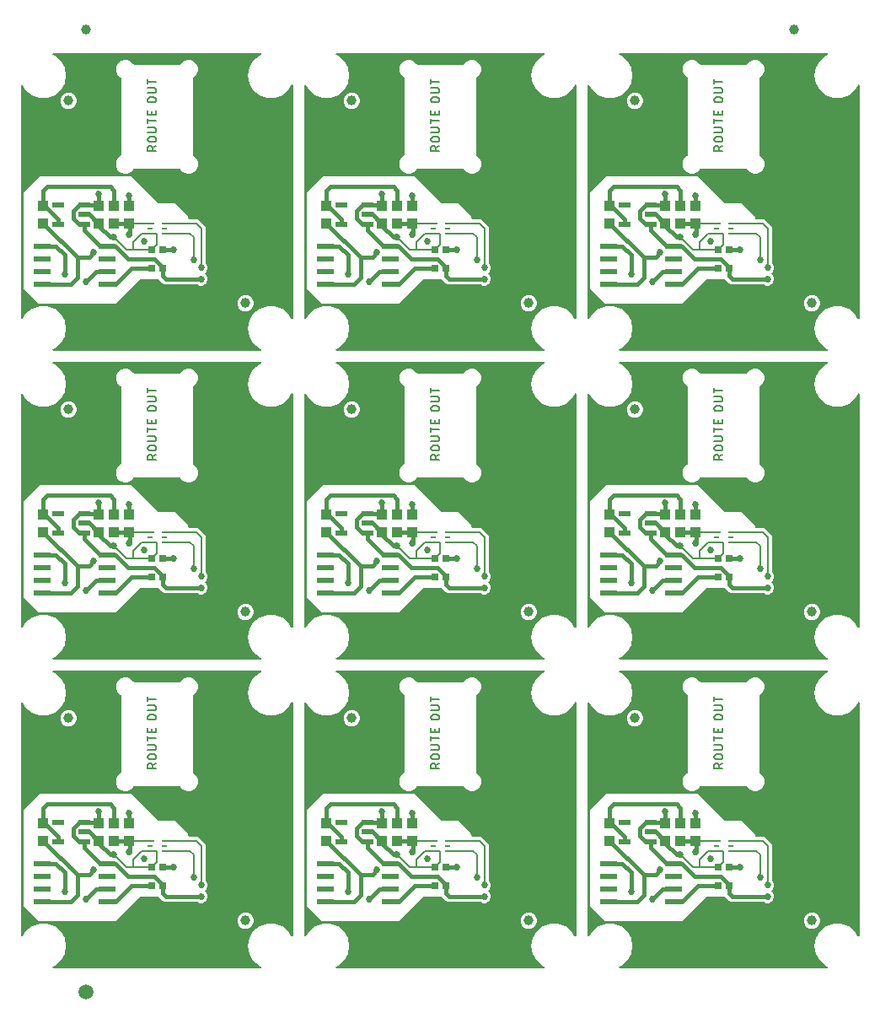
<source format=gtl>
G04 EAGLE Gerber RS-274X export*
G75*
%MOMM*%
%FSLAX34Y34*%
%LPD*%
%INTop Copper*%
%IPPOS*%
%AMOC8*
5,1,8,0,0,1.08239X$1,22.5*%
G01*
%ADD10C,0.152400*%
%ADD11R,1.000000X1.100000*%
%ADD12R,0.700000X0.700000*%
%ADD13R,0.600000X0.250000*%
%ADD14R,0.750000X0.250000*%
%ADD15R,1.200000X0.550000*%
%ADD16R,1.701800X0.609600*%
%ADD17C,1.000000*%
%ADD18C,1.500000*%
%ADD19C,0.406400*%
%ADD20C,0.685800*%
%ADD21C,0.203200*%

G36*
X528166Y312944D02*
X528166Y312944D01*
X528274Y312952D01*
X528307Y312964D01*
X528341Y312969D01*
X528440Y313013D01*
X528541Y313050D01*
X528569Y313071D01*
X528601Y313085D01*
X528683Y313154D01*
X528770Y313218D01*
X528791Y313246D01*
X528818Y313268D01*
X528877Y313358D01*
X528943Y313444D01*
X528956Y313476D01*
X528975Y313505D01*
X529008Y313608D01*
X529047Y313708D01*
X529050Y313743D01*
X529061Y313776D01*
X529064Y313884D01*
X529074Y313991D01*
X529067Y314026D01*
X529068Y314060D01*
X529041Y314165D01*
X529021Y314271D01*
X529005Y314302D01*
X528996Y314335D01*
X528941Y314428D01*
X528893Y314524D01*
X528869Y314550D01*
X528851Y314580D01*
X528772Y314654D01*
X528699Y314733D01*
X528672Y314748D01*
X528644Y314774D01*
X528453Y314872D01*
X528407Y314898D01*
X527028Y315400D01*
X520921Y320524D01*
X516934Y327429D01*
X515550Y335280D01*
X516934Y343131D01*
X520920Y350035D01*
X527028Y355160D01*
X534519Y357887D01*
X542492Y357887D01*
X549983Y355160D01*
X556090Y350036D01*
X558925Y345126D01*
X558937Y345111D01*
X558945Y345093D01*
X559024Y344999D01*
X559100Y344902D01*
X559116Y344891D01*
X559128Y344876D01*
X559230Y344808D01*
X559330Y344736D01*
X559349Y344729D01*
X559365Y344719D01*
X559482Y344682D01*
X559598Y344640D01*
X559617Y344639D01*
X559636Y344633D01*
X559758Y344630D01*
X559882Y344622D01*
X559901Y344626D01*
X559920Y344625D01*
X560039Y344656D01*
X560159Y344683D01*
X560176Y344692D01*
X560195Y344697D01*
X560300Y344760D01*
X560409Y344819D01*
X560423Y344832D01*
X560439Y344842D01*
X560523Y344932D01*
X560611Y345018D01*
X560621Y345035D01*
X560634Y345049D01*
X560690Y345159D01*
X560750Y345266D01*
X560755Y345285D01*
X560764Y345303D01*
X560776Y345375D01*
X560815Y345543D01*
X560812Y345594D01*
X560819Y345634D01*
X560894Y579056D01*
X560891Y579075D01*
X560893Y579095D01*
X560872Y579216D01*
X560855Y579337D01*
X560846Y579355D01*
X560843Y579375D01*
X560788Y579485D01*
X560738Y579597D01*
X560726Y579612D01*
X560717Y579630D01*
X560634Y579720D01*
X560555Y579814D01*
X560538Y579825D01*
X560525Y579839D01*
X560420Y579904D01*
X560318Y579972D01*
X560299Y579977D01*
X560283Y579988D01*
X560164Y580020D01*
X560047Y580057D01*
X560027Y580058D01*
X560008Y580063D01*
X559885Y580062D01*
X559763Y580065D01*
X559744Y580060D01*
X559724Y580060D01*
X559606Y580024D01*
X559488Y579993D01*
X559471Y579983D01*
X559452Y579977D01*
X559349Y579910D01*
X559243Y579848D01*
X559230Y579834D01*
X559213Y579823D01*
X559166Y579766D01*
X559049Y579641D01*
X559025Y579595D01*
X559000Y579564D01*
X556090Y574525D01*
X549983Y569400D01*
X542492Y566673D01*
X534519Y566673D01*
X527028Y569400D01*
X520921Y574524D01*
X516934Y581429D01*
X515550Y589280D01*
X516934Y597131D01*
X520920Y604035D01*
X527028Y609160D01*
X528407Y609662D01*
X528502Y609713D01*
X528601Y609757D01*
X528627Y609779D01*
X528658Y609796D01*
X528735Y609871D01*
X528818Y609941D01*
X528837Y609969D01*
X528862Y609994D01*
X528915Y610087D01*
X528975Y610177D01*
X528986Y610210D01*
X529003Y610240D01*
X529028Y610345D01*
X529061Y610448D01*
X529062Y610483D01*
X529070Y610517D01*
X529065Y610624D01*
X529068Y610732D01*
X529059Y610766D01*
X529058Y610801D01*
X529024Y610903D01*
X528996Y611007D01*
X528979Y611037D01*
X528968Y611070D01*
X528906Y611159D01*
X528851Y611252D01*
X528826Y611276D01*
X528806Y611304D01*
X528723Y611372D01*
X528644Y611446D01*
X528613Y611462D01*
X528586Y611484D01*
X528487Y611527D01*
X528391Y611576D01*
X528360Y611581D01*
X528325Y611596D01*
X528112Y611622D01*
X528060Y611631D01*
X320351Y611631D01*
X320244Y611616D01*
X320137Y611608D01*
X320104Y611596D01*
X320070Y611591D01*
X319971Y611547D01*
X319870Y611510D01*
X319842Y611489D01*
X319810Y611475D01*
X319728Y611406D01*
X319641Y611342D01*
X319620Y611314D01*
X319593Y611292D01*
X319534Y611202D01*
X319468Y611116D01*
X319455Y611084D01*
X319436Y611055D01*
X319403Y610952D01*
X319364Y610852D01*
X319360Y610817D01*
X319350Y610784D01*
X319347Y610676D01*
X319337Y610569D01*
X319343Y610534D01*
X319343Y610500D01*
X319370Y610395D01*
X319390Y610289D01*
X319406Y610258D01*
X319414Y610225D01*
X319470Y610132D01*
X319518Y610036D01*
X319542Y610010D01*
X319560Y609980D01*
X319638Y609906D01*
X319712Y609827D01*
X319739Y609812D01*
X319767Y609786D01*
X319958Y609688D01*
X320004Y609662D01*
X321383Y609160D01*
X327490Y604036D01*
X331476Y597131D01*
X332861Y589280D01*
X331476Y581429D01*
X327490Y574525D01*
X321383Y569400D01*
X313892Y566673D01*
X305919Y566673D01*
X298428Y569400D01*
X292321Y574524D01*
X289536Y579347D01*
X289524Y579362D01*
X289516Y579380D01*
X289437Y579474D01*
X289361Y579571D01*
X289345Y579582D01*
X289333Y579597D01*
X289230Y579666D01*
X289131Y579738D01*
X289112Y579744D01*
X289096Y579755D01*
X288979Y579792D01*
X288863Y579834D01*
X288844Y579835D01*
X288825Y579841D01*
X288702Y579844D01*
X288579Y579852D01*
X288560Y579848D01*
X288541Y579848D01*
X288422Y579817D01*
X288302Y579791D01*
X288285Y579781D01*
X288266Y579776D01*
X288160Y579714D01*
X288052Y579655D01*
X288038Y579641D01*
X288021Y579631D01*
X287937Y579542D01*
X287850Y579455D01*
X287840Y579438D01*
X287827Y579424D01*
X287771Y579314D01*
X287711Y579207D01*
X287706Y579188D01*
X287697Y579171D01*
X287685Y579098D01*
X287646Y578930D01*
X287648Y578879D01*
X287642Y578840D01*
X287567Y345591D01*
X287569Y345571D01*
X287567Y345551D01*
X287589Y345431D01*
X287606Y345309D01*
X287614Y345291D01*
X287618Y345272D01*
X287672Y345162D01*
X287722Y345050D01*
X287735Y345035D01*
X287744Y345017D01*
X287827Y344926D01*
X287906Y344833D01*
X287922Y344822D01*
X287936Y344807D01*
X288041Y344743D01*
X288143Y344675D01*
X288161Y344669D01*
X288178Y344659D01*
X288297Y344626D01*
X288414Y344589D01*
X288433Y344589D01*
X288452Y344583D01*
X288575Y344585D01*
X288698Y344582D01*
X288717Y344587D01*
X288737Y344587D01*
X288854Y344623D01*
X288973Y344653D01*
X288990Y344664D01*
X289009Y344669D01*
X289112Y344736D01*
X289217Y344799D01*
X289231Y344813D01*
X289247Y344824D01*
X289294Y344881D01*
X289412Y345006D01*
X289435Y345052D01*
X289461Y345083D01*
X292320Y350035D01*
X298428Y355160D01*
X305919Y357887D01*
X313892Y357887D01*
X321383Y355160D01*
X327490Y350036D01*
X331476Y343131D01*
X332861Y335280D01*
X331476Y327429D01*
X327490Y320525D01*
X321383Y315400D01*
X320004Y314898D01*
X319909Y314847D01*
X319810Y314803D01*
X319784Y314781D01*
X319753Y314764D01*
X319676Y314689D01*
X319593Y314619D01*
X319574Y314591D01*
X319549Y314566D01*
X319496Y314473D01*
X319436Y314383D01*
X319425Y314350D01*
X319408Y314320D01*
X319382Y314215D01*
X319350Y314112D01*
X319349Y314077D01*
X319341Y314043D01*
X319345Y313936D01*
X319343Y313828D01*
X319351Y313794D01*
X319353Y313759D01*
X319387Y313657D01*
X319414Y313553D01*
X319432Y313523D01*
X319443Y313490D01*
X319505Y313401D01*
X319560Y313308D01*
X319585Y313284D01*
X319605Y313256D01*
X319688Y313188D01*
X319767Y313114D01*
X319798Y313098D01*
X319825Y313076D01*
X319924Y313033D01*
X320020Y312984D01*
X320051Y312979D01*
X320086Y312964D01*
X320299Y312938D01*
X320351Y312929D01*
X528060Y312929D01*
X528166Y312944D01*
G37*
G36*
X812672Y3064D02*
X812672Y3064D01*
X812779Y3072D01*
X812812Y3084D01*
X812847Y3089D01*
X812945Y3133D01*
X813046Y3170D01*
X813074Y3191D01*
X813106Y3205D01*
X813188Y3274D01*
X813275Y3338D01*
X813296Y3366D01*
X813323Y3388D01*
X813383Y3478D01*
X813449Y3564D01*
X813461Y3596D01*
X813481Y3625D01*
X813513Y3728D01*
X813553Y3828D01*
X813556Y3863D01*
X813566Y3896D01*
X813569Y4004D01*
X813579Y4111D01*
X813573Y4146D01*
X813574Y4180D01*
X813546Y4285D01*
X813526Y4391D01*
X813511Y4422D01*
X813502Y4455D01*
X813447Y4548D01*
X813398Y4644D01*
X813374Y4670D01*
X813357Y4700D01*
X813278Y4774D01*
X813204Y4853D01*
X813177Y4868D01*
X813149Y4894D01*
X812958Y4992D01*
X812912Y5018D01*
X811533Y5520D01*
X805426Y10644D01*
X801440Y17549D01*
X800055Y25400D01*
X801440Y33251D01*
X805426Y40155D01*
X811533Y45280D01*
X819025Y48007D01*
X826997Y48007D01*
X834489Y45280D01*
X840596Y40156D01*
X843430Y35246D01*
X843442Y35231D01*
X843450Y35213D01*
X843529Y35119D01*
X843605Y35022D01*
X843621Y35011D01*
X843634Y34996D01*
X843736Y34928D01*
X843836Y34856D01*
X843854Y34849D01*
X843870Y34839D01*
X843987Y34802D01*
X844103Y34760D01*
X844123Y34759D01*
X844141Y34753D01*
X844264Y34750D01*
X844387Y34742D01*
X844406Y34746D01*
X844425Y34745D01*
X844544Y34776D01*
X844665Y34803D01*
X844682Y34812D01*
X844700Y34817D01*
X844806Y34880D01*
X844914Y34939D01*
X844928Y34952D01*
X844945Y34962D01*
X845029Y35052D01*
X845117Y35138D01*
X845126Y35155D01*
X845139Y35169D01*
X845195Y35279D01*
X845256Y35386D01*
X845260Y35405D01*
X845269Y35423D01*
X845281Y35495D01*
X845320Y35663D01*
X845318Y35714D01*
X845325Y35754D01*
X845400Y269176D01*
X845397Y269195D01*
X845399Y269215D01*
X845377Y269336D01*
X845360Y269457D01*
X845352Y269475D01*
X845348Y269495D01*
X845294Y269605D01*
X845244Y269717D01*
X845231Y269732D01*
X845222Y269750D01*
X845139Y269840D01*
X845060Y269934D01*
X845044Y269945D01*
X845030Y269959D01*
X844925Y270024D01*
X844824Y270092D01*
X844805Y270097D01*
X844788Y270108D01*
X844669Y270140D01*
X844553Y270177D01*
X844533Y270178D01*
X844514Y270183D01*
X844391Y270182D01*
X844268Y270185D01*
X844249Y270180D01*
X844230Y270180D01*
X844112Y270144D01*
X843993Y270113D01*
X843976Y270103D01*
X843957Y270097D01*
X843854Y270030D01*
X843749Y269968D01*
X843735Y269954D01*
X843719Y269943D01*
X843672Y269886D01*
X843554Y269761D01*
X843531Y269715D01*
X843505Y269684D01*
X840596Y264645D01*
X834489Y259520D01*
X826997Y256793D01*
X819025Y256793D01*
X811533Y259520D01*
X805426Y264644D01*
X801440Y271549D01*
X800055Y279400D01*
X801440Y287251D01*
X805426Y294155D01*
X811533Y299280D01*
X812912Y299782D01*
X813007Y299833D01*
X813106Y299877D01*
X813133Y299899D01*
X813163Y299916D01*
X813241Y299991D01*
X813323Y300061D01*
X813342Y300089D01*
X813367Y300114D01*
X813421Y300207D01*
X813481Y300297D01*
X813491Y300330D01*
X813508Y300360D01*
X813534Y300465D01*
X813566Y300568D01*
X813567Y300603D01*
X813575Y300637D01*
X813571Y300744D01*
X813574Y300852D01*
X813565Y300886D01*
X813563Y300921D01*
X813529Y301023D01*
X813502Y301127D01*
X813484Y301157D01*
X813473Y301190D01*
X813412Y301279D01*
X813357Y301372D01*
X813331Y301396D01*
X813311Y301424D01*
X813228Y301492D01*
X813149Y301566D01*
X813118Y301582D01*
X813091Y301604D01*
X812992Y301647D01*
X812896Y301696D01*
X812866Y301701D01*
X812830Y301716D01*
X812618Y301742D01*
X812565Y301751D01*
X604857Y301751D01*
X604750Y301736D01*
X604642Y301728D01*
X604610Y301716D01*
X604575Y301711D01*
X604477Y301667D01*
X604375Y301630D01*
X604347Y301609D01*
X604316Y301595D01*
X604233Y301526D01*
X604146Y301462D01*
X604125Y301434D01*
X604099Y301412D01*
X604039Y301322D01*
X603973Y301236D01*
X603960Y301204D01*
X603941Y301175D01*
X603909Y301072D01*
X603869Y300972D01*
X603866Y300937D01*
X603855Y300904D01*
X603853Y300796D01*
X603842Y300689D01*
X603849Y300654D01*
X603848Y300620D01*
X603875Y300515D01*
X603895Y300409D01*
X603911Y300378D01*
X603920Y300345D01*
X603975Y300252D01*
X604024Y300156D01*
X604047Y300130D01*
X604065Y300100D01*
X604144Y300026D01*
X604217Y299947D01*
X604244Y299932D01*
X604272Y299906D01*
X604463Y299808D01*
X604509Y299782D01*
X605889Y299280D01*
X611996Y294156D01*
X615982Y287251D01*
X617366Y279400D01*
X615982Y271549D01*
X611996Y264645D01*
X605889Y259520D01*
X598397Y256793D01*
X590425Y256793D01*
X582933Y259520D01*
X576826Y264644D01*
X574042Y269467D01*
X574030Y269482D01*
X574022Y269500D01*
X573942Y269594D01*
X573866Y269691D01*
X573851Y269702D01*
X573838Y269717D01*
X573736Y269785D01*
X573636Y269858D01*
X573618Y269864D01*
X573602Y269875D01*
X573485Y269912D01*
X573368Y269954D01*
X573349Y269955D01*
X573330Y269961D01*
X573208Y269964D01*
X573085Y269972D01*
X573066Y269968D01*
X573046Y269968D01*
X572928Y269937D01*
X572807Y269911D01*
X572790Y269901D01*
X572771Y269896D01*
X572666Y269834D01*
X572557Y269775D01*
X572543Y269761D01*
X572527Y269751D01*
X572443Y269662D01*
X572355Y269575D01*
X572345Y269558D01*
X572332Y269544D01*
X572276Y269435D01*
X572216Y269327D01*
X572212Y269308D01*
X572203Y269291D01*
X572190Y269218D01*
X572151Y269050D01*
X572154Y268999D01*
X572147Y268960D01*
X572072Y35711D01*
X572075Y35691D01*
X572073Y35671D01*
X572095Y35551D01*
X572112Y35429D01*
X572120Y35411D01*
X572123Y35392D01*
X572178Y35282D01*
X572228Y35170D01*
X572241Y35155D01*
X572249Y35137D01*
X572332Y35046D01*
X572411Y34953D01*
X572428Y34942D01*
X572441Y34927D01*
X572546Y34863D01*
X572648Y34795D01*
X572667Y34789D01*
X572684Y34779D01*
X572802Y34746D01*
X572919Y34709D01*
X572939Y34709D01*
X572958Y34703D01*
X573081Y34705D01*
X573203Y34702D01*
X573222Y34707D01*
X573242Y34707D01*
X573360Y34743D01*
X573478Y34773D01*
X573495Y34784D01*
X573514Y34789D01*
X573617Y34856D01*
X573723Y34919D01*
X573736Y34933D01*
X573753Y34944D01*
X573800Y35001D01*
X573917Y35126D01*
X573941Y35172D01*
X573966Y35203D01*
X576826Y40155D01*
X582933Y45280D01*
X590425Y48007D01*
X598397Y48007D01*
X605889Y45280D01*
X611996Y40156D01*
X615982Y33251D01*
X617366Y25400D01*
X615982Y17549D01*
X611996Y10645D01*
X605889Y5520D01*
X604509Y5018D01*
X604414Y4967D01*
X604316Y4923D01*
X604289Y4901D01*
X604258Y4884D01*
X604181Y4809D01*
X604099Y4739D01*
X604079Y4711D01*
X604054Y4686D01*
X604001Y4593D01*
X603941Y4503D01*
X603931Y4470D01*
X603913Y4440D01*
X603888Y4335D01*
X603855Y4232D01*
X603854Y4197D01*
X603846Y4163D01*
X603851Y4056D01*
X603848Y3948D01*
X603857Y3914D01*
X603858Y3879D01*
X603893Y3777D01*
X603920Y3673D01*
X603938Y3643D01*
X603949Y3610D01*
X604010Y3521D01*
X604065Y3428D01*
X604090Y3404D01*
X604110Y3376D01*
X604194Y3308D01*
X604272Y3234D01*
X604303Y3218D01*
X604330Y3196D01*
X604429Y3153D01*
X604526Y3104D01*
X604556Y3099D01*
X604592Y3084D01*
X604804Y3058D01*
X604857Y3049D01*
X812565Y3049D01*
X812672Y3064D01*
G37*
G36*
X528166Y622824D02*
X528166Y622824D01*
X528274Y622832D01*
X528307Y622844D01*
X528341Y622849D01*
X528440Y622893D01*
X528541Y622930D01*
X528569Y622951D01*
X528601Y622965D01*
X528683Y623034D01*
X528770Y623098D01*
X528791Y623126D01*
X528818Y623148D01*
X528877Y623238D01*
X528943Y623324D01*
X528956Y623356D01*
X528975Y623385D01*
X529008Y623488D01*
X529047Y623588D01*
X529050Y623623D01*
X529061Y623656D01*
X529064Y623764D01*
X529074Y623871D01*
X529067Y623906D01*
X529068Y623940D01*
X529041Y624045D01*
X529021Y624151D01*
X529005Y624182D01*
X528996Y624215D01*
X528941Y624308D01*
X528893Y624404D01*
X528869Y624430D01*
X528851Y624460D01*
X528772Y624534D01*
X528699Y624613D01*
X528672Y624628D01*
X528644Y624654D01*
X528453Y624752D01*
X528407Y624778D01*
X527028Y625280D01*
X520921Y630404D01*
X516934Y637309D01*
X515550Y645160D01*
X516934Y653011D01*
X520920Y659915D01*
X527028Y665040D01*
X534519Y667767D01*
X542492Y667767D01*
X549983Y665040D01*
X556090Y659916D01*
X558925Y655006D01*
X558937Y654991D01*
X558945Y654973D01*
X559024Y654879D01*
X559100Y654782D01*
X559116Y654771D01*
X559128Y654756D01*
X559230Y654688D01*
X559330Y654616D01*
X559349Y654609D01*
X559365Y654599D01*
X559482Y654562D01*
X559598Y654520D01*
X559617Y654519D01*
X559636Y654513D01*
X559758Y654510D01*
X559882Y654502D01*
X559901Y654506D01*
X559920Y654505D01*
X560039Y654536D01*
X560159Y654563D01*
X560176Y654572D01*
X560195Y654577D01*
X560300Y654640D01*
X560409Y654699D01*
X560423Y654712D01*
X560439Y654722D01*
X560523Y654812D01*
X560611Y654898D01*
X560621Y654915D01*
X560634Y654929D01*
X560690Y655039D01*
X560750Y655146D01*
X560755Y655165D01*
X560764Y655183D01*
X560776Y655255D01*
X560815Y655423D01*
X560812Y655474D01*
X560819Y655514D01*
X560894Y888936D01*
X560891Y888955D01*
X560893Y888975D01*
X560872Y889096D01*
X560855Y889217D01*
X560846Y889235D01*
X560843Y889255D01*
X560788Y889365D01*
X560738Y889477D01*
X560726Y889492D01*
X560717Y889510D01*
X560634Y889600D01*
X560555Y889694D01*
X560538Y889705D01*
X560525Y889719D01*
X560420Y889784D01*
X560318Y889852D01*
X560299Y889857D01*
X560283Y889868D01*
X560164Y889900D01*
X560047Y889937D01*
X560027Y889938D01*
X560008Y889943D01*
X559885Y889942D01*
X559763Y889945D01*
X559744Y889940D01*
X559724Y889940D01*
X559606Y889904D01*
X559488Y889873D01*
X559471Y889863D01*
X559452Y889857D01*
X559349Y889790D01*
X559243Y889728D01*
X559230Y889714D01*
X559213Y889703D01*
X559166Y889646D01*
X559049Y889521D01*
X559025Y889475D01*
X559000Y889444D01*
X556090Y884405D01*
X549983Y879280D01*
X542492Y876553D01*
X534519Y876553D01*
X527028Y879280D01*
X520921Y884404D01*
X516934Y891309D01*
X515550Y899160D01*
X516934Y907011D01*
X520920Y913915D01*
X527028Y919040D01*
X528407Y919542D01*
X528502Y919593D01*
X528601Y919637D01*
X528627Y919659D01*
X528658Y919676D01*
X528735Y919751D01*
X528818Y919821D01*
X528837Y919849D01*
X528862Y919874D01*
X528915Y919967D01*
X528975Y920057D01*
X528986Y920090D01*
X529003Y920120D01*
X529028Y920225D01*
X529061Y920328D01*
X529062Y920363D01*
X529070Y920397D01*
X529065Y920504D01*
X529068Y920612D01*
X529059Y920646D01*
X529058Y920681D01*
X529024Y920783D01*
X528996Y920887D01*
X528979Y920917D01*
X528968Y920950D01*
X528906Y921039D01*
X528851Y921132D01*
X528826Y921156D01*
X528806Y921184D01*
X528723Y921252D01*
X528644Y921326D01*
X528613Y921342D01*
X528586Y921364D01*
X528487Y921407D01*
X528391Y921456D01*
X528360Y921461D01*
X528325Y921476D01*
X528112Y921502D01*
X528060Y921511D01*
X320351Y921511D01*
X320244Y921496D01*
X320137Y921488D01*
X320104Y921476D01*
X320070Y921471D01*
X319971Y921427D01*
X319870Y921390D01*
X319842Y921369D01*
X319810Y921355D01*
X319728Y921286D01*
X319641Y921222D01*
X319620Y921194D01*
X319593Y921172D01*
X319533Y921082D01*
X319468Y920996D01*
X319455Y920964D01*
X319436Y920935D01*
X319403Y920832D01*
X319364Y920732D01*
X319360Y920697D01*
X319350Y920664D01*
X319347Y920556D01*
X319337Y920449D01*
X319343Y920414D01*
X319343Y920380D01*
X319370Y920275D01*
X319390Y920169D01*
X319406Y920138D01*
X319414Y920105D01*
X319470Y920012D01*
X319518Y919916D01*
X319542Y919890D01*
X319560Y919860D01*
X319638Y919786D01*
X319712Y919707D01*
X319739Y919692D01*
X319767Y919666D01*
X319958Y919568D01*
X320004Y919542D01*
X321383Y919040D01*
X327490Y913916D01*
X331477Y907011D01*
X332861Y899160D01*
X331476Y891309D01*
X327490Y884405D01*
X321383Y879280D01*
X313892Y876553D01*
X305919Y876553D01*
X298428Y879280D01*
X292321Y884404D01*
X289536Y889227D01*
X289524Y889242D01*
X289516Y889260D01*
X289437Y889354D01*
X289361Y889451D01*
X289345Y889462D01*
X289333Y889477D01*
X289230Y889546D01*
X289131Y889618D01*
X289112Y889624D01*
X289096Y889635D01*
X288979Y889672D01*
X288863Y889714D01*
X288844Y889715D01*
X288825Y889721D01*
X288702Y889724D01*
X288579Y889732D01*
X288560Y889728D01*
X288541Y889728D01*
X288422Y889697D01*
X288302Y889671D01*
X288285Y889661D01*
X288266Y889656D01*
X288160Y889594D01*
X288052Y889535D01*
X288038Y889521D01*
X288021Y889511D01*
X287937Y889422D01*
X287850Y889335D01*
X287840Y889318D01*
X287827Y889304D01*
X287771Y889194D01*
X287711Y889087D01*
X287706Y889068D01*
X287697Y889051D01*
X287685Y888978D01*
X287646Y888810D01*
X287648Y888759D01*
X287642Y888720D01*
X287567Y655471D01*
X287569Y655451D01*
X287567Y655431D01*
X287589Y655311D01*
X287606Y655189D01*
X287614Y655171D01*
X287618Y655152D01*
X287672Y655042D01*
X287722Y654930D01*
X287735Y654915D01*
X287744Y654897D01*
X287827Y654806D01*
X287906Y654713D01*
X287922Y654702D01*
X287936Y654687D01*
X288041Y654623D01*
X288143Y654555D01*
X288161Y654549D01*
X288178Y654539D01*
X288297Y654506D01*
X288414Y654469D01*
X288433Y654469D01*
X288452Y654463D01*
X288575Y654465D01*
X288698Y654462D01*
X288717Y654467D01*
X288737Y654467D01*
X288854Y654503D01*
X288973Y654533D01*
X288990Y654544D01*
X289009Y654549D01*
X289112Y654616D01*
X289217Y654679D01*
X289231Y654693D01*
X289247Y654704D01*
X289294Y654761D01*
X289412Y654886D01*
X289435Y654932D01*
X289461Y654963D01*
X292320Y659915D01*
X298428Y665040D01*
X305919Y667767D01*
X313892Y667767D01*
X321383Y665040D01*
X327490Y659916D01*
X331476Y653011D01*
X332861Y645160D01*
X331476Y637309D01*
X327490Y630405D01*
X321383Y625280D01*
X320004Y624778D01*
X319909Y624727D01*
X319810Y624683D01*
X319784Y624661D01*
X319753Y624644D01*
X319676Y624569D01*
X319593Y624499D01*
X319574Y624471D01*
X319549Y624446D01*
X319496Y624353D01*
X319436Y624263D01*
X319425Y624230D01*
X319408Y624200D01*
X319382Y624095D01*
X319350Y623992D01*
X319349Y623957D01*
X319341Y623923D01*
X319345Y623816D01*
X319343Y623708D01*
X319351Y623674D01*
X319353Y623639D01*
X319387Y623537D01*
X319414Y623433D01*
X319432Y623403D01*
X319443Y623370D01*
X319505Y623281D01*
X319560Y623188D01*
X319585Y623164D01*
X319605Y623136D01*
X319688Y623068D01*
X319767Y622994D01*
X319798Y622978D01*
X319825Y622956D01*
X319924Y622913D01*
X320020Y622864D01*
X320051Y622859D01*
X320086Y622844D01*
X320299Y622818D01*
X320351Y622809D01*
X528060Y622809D01*
X528166Y622824D01*
G37*
G36*
X243661Y3064D02*
X243661Y3064D01*
X243769Y3072D01*
X243801Y3084D01*
X243836Y3089D01*
X243934Y3133D01*
X244035Y3170D01*
X244063Y3191D01*
X244095Y3205D01*
X244177Y3274D01*
X244264Y3338D01*
X244286Y3366D01*
X244312Y3388D01*
X244372Y3478D01*
X244438Y3564D01*
X244450Y3596D01*
X244470Y3625D01*
X244502Y3728D01*
X244542Y3828D01*
X244545Y3863D01*
X244556Y3896D01*
X244558Y4004D01*
X244568Y4111D01*
X244562Y4146D01*
X244563Y4180D01*
X244536Y4285D01*
X244515Y4391D01*
X244500Y4422D01*
X244491Y4455D01*
X244436Y4548D01*
X244387Y4644D01*
X244363Y4670D01*
X244346Y4700D01*
X244267Y4774D01*
X244194Y4853D01*
X244167Y4868D01*
X244138Y4894D01*
X243948Y4992D01*
X243901Y5018D01*
X242522Y5520D01*
X236415Y10644D01*
X232429Y17549D01*
X231045Y25400D01*
X232429Y33251D01*
X236415Y40155D01*
X242522Y45280D01*
X250014Y48007D01*
X257986Y48007D01*
X265478Y45280D01*
X271585Y40156D01*
X274419Y35246D01*
X274431Y35231D01*
X274439Y35213D01*
X274519Y35119D01*
X274594Y35022D01*
X274610Y35011D01*
X274623Y34996D01*
X274725Y34928D01*
X274825Y34856D01*
X274843Y34849D01*
X274859Y34839D01*
X274976Y34802D01*
X275092Y34760D01*
X275112Y34759D01*
X275130Y34753D01*
X275253Y34750D01*
X275376Y34742D01*
X275395Y34746D01*
X275414Y34745D01*
X275533Y34776D01*
X275654Y34803D01*
X275671Y34812D01*
X275690Y34817D01*
X275795Y34880D01*
X275903Y34939D01*
X275917Y34952D01*
X275934Y34962D01*
X276018Y35052D01*
X276106Y35138D01*
X276115Y35155D01*
X276129Y35169D01*
X276185Y35279D01*
X276245Y35386D01*
X276249Y35405D01*
X276258Y35423D01*
X276270Y35495D01*
X276310Y35663D01*
X276307Y35714D01*
X276314Y35754D01*
X276389Y269176D01*
X276386Y269195D01*
X276388Y269215D01*
X276366Y269336D01*
X276349Y269457D01*
X276341Y269475D01*
X276338Y269495D01*
X276283Y269605D01*
X276233Y269717D01*
X276220Y269732D01*
X276211Y269750D01*
X276129Y269840D01*
X276049Y269934D01*
X276033Y269945D01*
X276020Y269959D01*
X275915Y270024D01*
X275813Y270092D01*
X275794Y270097D01*
X275777Y270108D01*
X275658Y270140D01*
X275542Y270177D01*
X275522Y270178D01*
X275503Y270183D01*
X275380Y270182D01*
X275258Y270185D01*
X275238Y270180D01*
X275219Y270180D01*
X275101Y270144D01*
X274982Y270113D01*
X274966Y270103D01*
X274947Y270097D01*
X274843Y270030D01*
X274738Y269968D01*
X274725Y269954D01*
X274708Y269943D01*
X274661Y269886D01*
X274543Y269761D01*
X274520Y269715D01*
X274494Y269684D01*
X271585Y264645D01*
X265478Y259520D01*
X257986Y256793D01*
X250014Y256793D01*
X242522Y259520D01*
X236415Y264644D01*
X232429Y271549D01*
X231045Y279400D01*
X232429Y287251D01*
X236415Y294155D01*
X242522Y299280D01*
X243901Y299782D01*
X243997Y299833D01*
X244095Y299877D01*
X244122Y299899D01*
X244152Y299916D01*
X244230Y299991D01*
X244312Y300061D01*
X244331Y300089D01*
X244356Y300114D01*
X244410Y300207D01*
X244470Y300297D01*
X244480Y300330D01*
X244497Y300360D01*
X244523Y300465D01*
X244555Y300568D01*
X244556Y300603D01*
X244565Y300637D01*
X244560Y300744D01*
X244563Y300852D01*
X244554Y300886D01*
X244553Y300921D01*
X244518Y301023D01*
X244491Y301127D01*
X244473Y301157D01*
X244462Y301190D01*
X244401Y301279D01*
X244346Y301372D01*
X244320Y301396D01*
X244301Y301424D01*
X244217Y301492D01*
X244138Y301566D01*
X244107Y301582D01*
X244081Y301604D01*
X243981Y301647D01*
X243885Y301696D01*
X243855Y301701D01*
X243819Y301716D01*
X243607Y301742D01*
X243554Y301751D01*
X35846Y301751D01*
X35739Y301736D01*
X35631Y301728D01*
X35599Y301716D01*
X35564Y301711D01*
X35466Y301667D01*
X35365Y301630D01*
X35337Y301609D01*
X35305Y301595D01*
X35223Y301526D01*
X35136Y301462D01*
X35114Y301434D01*
X35088Y301412D01*
X35028Y301322D01*
X34962Y301236D01*
X34950Y301204D01*
X34930Y301175D01*
X34898Y301072D01*
X34858Y300972D01*
X34855Y300937D01*
X34845Y300904D01*
X34842Y300796D01*
X34832Y300689D01*
X34838Y300654D01*
X34837Y300620D01*
X34864Y300515D01*
X34885Y300409D01*
X34900Y300378D01*
X34909Y300345D01*
X34964Y300252D01*
X35013Y300156D01*
X35036Y300130D01*
X35054Y300100D01*
X35133Y300026D01*
X35206Y299947D01*
X35233Y299932D01*
X35262Y299906D01*
X35452Y299808D01*
X35499Y299782D01*
X36878Y299280D01*
X42985Y294156D01*
X46971Y287251D01*
X48355Y279400D01*
X46971Y271549D01*
X42985Y264645D01*
X36878Y259520D01*
X29386Y256793D01*
X21414Y256793D01*
X13922Y259520D01*
X7815Y264644D01*
X5031Y269467D01*
X5019Y269482D01*
X5011Y269500D01*
X4931Y269594D01*
X4856Y269691D01*
X4840Y269702D01*
X4827Y269717D01*
X4725Y269786D01*
X4625Y269858D01*
X4607Y269864D01*
X4591Y269875D01*
X4473Y269912D01*
X4358Y269954D01*
X4338Y269955D01*
X4320Y269961D01*
X4197Y269964D01*
X4074Y269972D01*
X4055Y269968D01*
X4035Y269968D01*
X3917Y269937D01*
X3796Y269911D01*
X3779Y269901D01*
X3760Y269896D01*
X3655Y269834D01*
X3546Y269775D01*
X3533Y269761D01*
X3516Y269751D01*
X3432Y269662D01*
X3344Y269575D01*
X3335Y269558D01*
X3321Y269544D01*
X3265Y269434D01*
X3205Y269327D01*
X3201Y269308D01*
X3192Y269291D01*
X3180Y269218D01*
X3140Y269050D01*
X3143Y268999D01*
X3136Y268960D01*
X3061Y35711D01*
X3064Y35691D01*
X3062Y35671D01*
X3084Y35551D01*
X3101Y35429D01*
X3109Y35411D01*
X3112Y35392D01*
X3167Y35282D01*
X3217Y35170D01*
X3230Y35155D01*
X3239Y35137D01*
X3321Y35046D01*
X3401Y34953D01*
X3417Y34942D01*
X3430Y34927D01*
X3535Y34863D01*
X3637Y34795D01*
X3656Y34789D01*
X3673Y34779D01*
X3792Y34746D01*
X3908Y34709D01*
X3928Y34709D01*
X3947Y34703D01*
X4070Y34705D01*
X4192Y34702D01*
X4211Y34707D01*
X4231Y34707D01*
X4349Y34743D01*
X4468Y34773D01*
X4484Y34784D01*
X4503Y34789D01*
X4607Y34856D01*
X4712Y34919D01*
X4725Y34933D01*
X4742Y34944D01*
X4789Y35001D01*
X4907Y35126D01*
X4930Y35171D01*
X4956Y35203D01*
X7815Y40156D01*
X13922Y45280D01*
X21414Y48007D01*
X29386Y48007D01*
X36878Y45280D01*
X42985Y40156D01*
X46971Y33251D01*
X48355Y25400D01*
X46971Y17549D01*
X42985Y10645D01*
X36878Y5520D01*
X35499Y5018D01*
X35403Y4967D01*
X35305Y4923D01*
X35278Y4901D01*
X35248Y4884D01*
X35170Y4809D01*
X35088Y4739D01*
X35069Y4711D01*
X35044Y4686D01*
X34990Y4593D01*
X34930Y4503D01*
X34920Y4470D01*
X34903Y4440D01*
X34877Y4335D01*
X34844Y4232D01*
X34844Y4197D01*
X34835Y4163D01*
X34840Y4056D01*
X34837Y3948D01*
X34846Y3914D01*
X34847Y3879D01*
X34882Y3777D01*
X34909Y3673D01*
X34927Y3643D01*
X34938Y3610D01*
X34999Y3521D01*
X35054Y3428D01*
X35080Y3404D01*
X35099Y3376D01*
X35183Y3308D01*
X35262Y3234D01*
X35293Y3218D01*
X35319Y3196D01*
X35419Y3153D01*
X35515Y3104D01*
X35545Y3099D01*
X35581Y3084D01*
X35793Y3058D01*
X35846Y3049D01*
X243554Y3049D01*
X243661Y3064D01*
G37*
G36*
X812672Y622824D02*
X812672Y622824D01*
X812779Y622832D01*
X812812Y622844D01*
X812847Y622849D01*
X812945Y622893D01*
X813046Y622930D01*
X813074Y622951D01*
X813106Y622965D01*
X813188Y623034D01*
X813275Y623098D01*
X813296Y623126D01*
X813323Y623148D01*
X813383Y623238D01*
X813449Y623324D01*
X813461Y623356D01*
X813481Y623385D01*
X813513Y623488D01*
X813553Y623588D01*
X813556Y623623D01*
X813566Y623656D01*
X813569Y623764D01*
X813579Y623871D01*
X813573Y623906D01*
X813574Y623940D01*
X813546Y624045D01*
X813526Y624151D01*
X813511Y624182D01*
X813502Y624215D01*
X813447Y624308D01*
X813398Y624404D01*
X813374Y624430D01*
X813357Y624460D01*
X813278Y624534D01*
X813204Y624613D01*
X813177Y624628D01*
X813149Y624654D01*
X812959Y624752D01*
X812912Y624778D01*
X811533Y625280D01*
X805426Y630405D01*
X801440Y637309D01*
X800055Y645160D01*
X801440Y653011D01*
X805426Y659915D01*
X811533Y665040D01*
X819025Y667767D01*
X826997Y667767D01*
X834489Y665040D01*
X840596Y659916D01*
X843430Y655006D01*
X843442Y654991D01*
X843450Y654973D01*
X843529Y654879D01*
X843605Y654782D01*
X843621Y654771D01*
X843634Y654756D01*
X843736Y654688D01*
X843836Y654616D01*
X843854Y654609D01*
X843870Y654599D01*
X843987Y654562D01*
X844103Y654520D01*
X844123Y654519D01*
X844141Y654513D01*
X844264Y654510D01*
X844387Y654502D01*
X844406Y654506D01*
X844425Y654505D01*
X844544Y654536D01*
X844665Y654563D01*
X844682Y654572D01*
X844700Y654577D01*
X844806Y654640D01*
X844914Y654699D01*
X844928Y654712D01*
X844945Y654722D01*
X845029Y654812D01*
X845117Y654898D01*
X845126Y654915D01*
X845139Y654929D01*
X845195Y655039D01*
X845256Y655146D01*
X845260Y655165D01*
X845269Y655183D01*
X845281Y655255D01*
X845320Y655423D01*
X845318Y655474D01*
X845325Y655514D01*
X845400Y888936D01*
X845397Y888955D01*
X845399Y888975D01*
X845377Y889096D01*
X845360Y889217D01*
X845352Y889235D01*
X845348Y889255D01*
X845294Y889365D01*
X845244Y889477D01*
X845231Y889492D01*
X845222Y889510D01*
X845139Y889600D01*
X845060Y889694D01*
X845044Y889705D01*
X845030Y889719D01*
X844925Y889784D01*
X844824Y889852D01*
X844805Y889857D01*
X844788Y889868D01*
X844669Y889900D01*
X844553Y889937D01*
X844533Y889938D01*
X844514Y889943D01*
X844391Y889942D01*
X844268Y889945D01*
X844249Y889940D01*
X844230Y889940D01*
X844112Y889904D01*
X843993Y889873D01*
X843976Y889863D01*
X843957Y889857D01*
X843854Y889790D01*
X843749Y889728D01*
X843735Y889714D01*
X843719Y889703D01*
X843672Y889646D01*
X843554Y889521D01*
X843531Y889475D01*
X843505Y889444D01*
X840596Y884405D01*
X834489Y879280D01*
X826997Y876553D01*
X819025Y876553D01*
X811533Y879280D01*
X805426Y884404D01*
X801440Y891309D01*
X800055Y899160D01*
X801440Y907011D01*
X805426Y913915D01*
X811533Y919040D01*
X812912Y919542D01*
X813007Y919593D01*
X813106Y919637D01*
X813133Y919659D01*
X813163Y919676D01*
X813241Y919751D01*
X813323Y919821D01*
X813342Y919849D01*
X813367Y919874D01*
X813421Y919967D01*
X813481Y920057D01*
X813491Y920090D01*
X813508Y920120D01*
X813534Y920225D01*
X813566Y920328D01*
X813567Y920363D01*
X813575Y920397D01*
X813571Y920504D01*
X813574Y920612D01*
X813565Y920646D01*
X813563Y920681D01*
X813529Y920783D01*
X813502Y920887D01*
X813484Y920917D01*
X813473Y920950D01*
X813412Y921039D01*
X813357Y921132D01*
X813331Y921156D01*
X813311Y921184D01*
X813228Y921252D01*
X813149Y921326D01*
X813118Y921342D01*
X813091Y921364D01*
X812992Y921407D01*
X812896Y921456D01*
X812866Y921461D01*
X812830Y921476D01*
X812618Y921502D01*
X812565Y921511D01*
X604857Y921511D01*
X604750Y921496D01*
X604642Y921488D01*
X604610Y921476D01*
X604575Y921471D01*
X604477Y921427D01*
X604375Y921390D01*
X604347Y921369D01*
X604316Y921355D01*
X604233Y921286D01*
X604146Y921222D01*
X604125Y921194D01*
X604099Y921172D01*
X604039Y921082D01*
X603973Y920996D01*
X603960Y920964D01*
X603941Y920935D01*
X603909Y920832D01*
X603869Y920732D01*
X603866Y920697D01*
X603855Y920664D01*
X603853Y920556D01*
X603842Y920449D01*
X603849Y920414D01*
X603848Y920380D01*
X603875Y920275D01*
X603895Y920169D01*
X603911Y920138D01*
X603920Y920105D01*
X603975Y920012D01*
X604024Y919916D01*
X604047Y919890D01*
X604065Y919860D01*
X604144Y919786D01*
X604217Y919707D01*
X604244Y919692D01*
X604272Y919666D01*
X604463Y919568D01*
X604509Y919542D01*
X605889Y919040D01*
X611996Y913916D01*
X615982Y907011D01*
X617366Y899160D01*
X615982Y891309D01*
X611996Y884405D01*
X605889Y879280D01*
X598397Y876553D01*
X590425Y876553D01*
X582933Y879280D01*
X576826Y884404D01*
X574042Y889227D01*
X574030Y889242D01*
X574022Y889260D01*
X573942Y889354D01*
X573866Y889451D01*
X573851Y889462D01*
X573838Y889477D01*
X573736Y889546D01*
X573636Y889618D01*
X573618Y889624D01*
X573602Y889635D01*
X573484Y889672D01*
X573368Y889714D01*
X573349Y889715D01*
X573330Y889721D01*
X573208Y889724D01*
X573085Y889732D01*
X573066Y889728D01*
X573046Y889728D01*
X572928Y889697D01*
X572807Y889671D01*
X572790Y889661D01*
X572771Y889656D01*
X572666Y889594D01*
X572557Y889535D01*
X572543Y889521D01*
X572527Y889511D01*
X572443Y889422D01*
X572355Y889335D01*
X572345Y889318D01*
X572332Y889304D01*
X572276Y889194D01*
X572216Y889087D01*
X572212Y889068D01*
X572203Y889051D01*
X572190Y888978D01*
X572151Y888810D01*
X572154Y888759D01*
X572147Y888720D01*
X572072Y655471D01*
X572075Y655451D01*
X572073Y655431D01*
X572095Y655311D01*
X572112Y655189D01*
X572120Y655171D01*
X572123Y655152D01*
X572178Y655042D01*
X572228Y654930D01*
X572241Y654915D01*
X572249Y654897D01*
X572332Y654806D01*
X572411Y654713D01*
X572428Y654702D01*
X572441Y654687D01*
X572546Y654623D01*
X572648Y654555D01*
X572667Y654549D01*
X572684Y654539D01*
X572802Y654506D01*
X572919Y654469D01*
X572939Y654469D01*
X572958Y654463D01*
X573081Y654465D01*
X573203Y654462D01*
X573222Y654467D01*
X573242Y654467D01*
X573360Y654503D01*
X573478Y654533D01*
X573495Y654544D01*
X573514Y654549D01*
X573617Y654616D01*
X573723Y654679D01*
X573736Y654693D01*
X573753Y654704D01*
X573800Y654761D01*
X573917Y654886D01*
X573941Y654932D01*
X573966Y654963D01*
X576826Y659915D01*
X582933Y665040D01*
X590425Y667767D01*
X598397Y667767D01*
X605889Y665040D01*
X611996Y659916D01*
X615982Y653011D01*
X617366Y645160D01*
X615982Y637309D01*
X611996Y630405D01*
X605889Y625280D01*
X604509Y624778D01*
X604414Y624727D01*
X604316Y624683D01*
X604289Y624661D01*
X604258Y624644D01*
X604181Y624569D01*
X604099Y624499D01*
X604079Y624471D01*
X604054Y624446D01*
X604001Y624353D01*
X603941Y624263D01*
X603931Y624230D01*
X603913Y624200D01*
X603888Y624095D01*
X603855Y623992D01*
X603854Y623957D01*
X603846Y623923D01*
X603851Y623816D01*
X603848Y623708D01*
X603857Y623674D01*
X603858Y623639D01*
X603893Y623537D01*
X603920Y623433D01*
X603938Y623403D01*
X603949Y623370D01*
X604010Y623281D01*
X604065Y623188D01*
X604090Y623164D01*
X604110Y623136D01*
X604194Y623068D01*
X604272Y622994D01*
X604303Y622978D01*
X604330Y622956D01*
X604429Y622913D01*
X604526Y622864D01*
X604556Y622859D01*
X604592Y622844D01*
X604804Y622818D01*
X604857Y622809D01*
X812565Y622809D01*
X812672Y622824D01*
G37*
G36*
X528166Y3064D02*
X528166Y3064D01*
X528274Y3072D01*
X528307Y3084D01*
X528341Y3089D01*
X528440Y3133D01*
X528541Y3170D01*
X528569Y3191D01*
X528601Y3205D01*
X528683Y3274D01*
X528770Y3338D01*
X528791Y3366D01*
X528818Y3388D01*
X528877Y3478D01*
X528943Y3564D01*
X528956Y3596D01*
X528975Y3625D01*
X529008Y3728D01*
X529047Y3828D01*
X529050Y3863D01*
X529061Y3896D01*
X529064Y4004D01*
X529074Y4111D01*
X529067Y4146D01*
X529068Y4180D01*
X529041Y4285D01*
X529021Y4391D01*
X529005Y4422D01*
X528996Y4455D01*
X528941Y4548D01*
X528893Y4644D01*
X528869Y4670D01*
X528851Y4700D01*
X528772Y4774D01*
X528699Y4853D01*
X528672Y4868D01*
X528644Y4894D01*
X528453Y4992D01*
X528407Y5018D01*
X527028Y5520D01*
X520921Y10644D01*
X516934Y17549D01*
X515550Y25400D01*
X516934Y33251D01*
X520920Y40155D01*
X527028Y45280D01*
X534519Y48007D01*
X542492Y48007D01*
X549983Y45280D01*
X556090Y40156D01*
X558925Y35246D01*
X558937Y35231D01*
X558945Y35213D01*
X559024Y35119D01*
X559100Y35022D01*
X559116Y35011D01*
X559128Y34996D01*
X559230Y34928D01*
X559330Y34856D01*
X559349Y34849D01*
X559365Y34839D01*
X559482Y34802D01*
X559598Y34760D01*
X559617Y34759D01*
X559636Y34753D01*
X559758Y34750D01*
X559882Y34742D01*
X559901Y34746D01*
X559920Y34745D01*
X560039Y34776D01*
X560159Y34803D01*
X560176Y34812D01*
X560195Y34817D01*
X560300Y34880D01*
X560409Y34939D01*
X560423Y34952D01*
X560439Y34962D01*
X560523Y35052D01*
X560611Y35138D01*
X560621Y35155D01*
X560634Y35169D01*
X560690Y35279D01*
X560750Y35386D01*
X560755Y35405D01*
X560764Y35423D01*
X560776Y35495D01*
X560815Y35663D01*
X560812Y35714D01*
X560819Y35754D01*
X560894Y269176D01*
X560891Y269195D01*
X560893Y269215D01*
X560872Y269336D01*
X560855Y269457D01*
X560846Y269475D01*
X560843Y269495D01*
X560788Y269605D01*
X560738Y269717D01*
X560726Y269732D01*
X560717Y269750D01*
X560634Y269840D01*
X560555Y269934D01*
X560538Y269945D01*
X560525Y269959D01*
X560420Y270024D01*
X560318Y270092D01*
X560299Y270097D01*
X560283Y270108D01*
X560164Y270140D01*
X560047Y270177D01*
X560027Y270178D01*
X560008Y270183D01*
X559885Y270182D01*
X559763Y270185D01*
X559744Y270180D01*
X559724Y270180D01*
X559606Y270144D01*
X559488Y270113D01*
X559471Y270103D01*
X559452Y270097D01*
X559349Y270030D01*
X559243Y269968D01*
X559230Y269954D01*
X559213Y269943D01*
X559166Y269886D01*
X559049Y269761D01*
X559026Y269715D01*
X559000Y269684D01*
X556090Y264644D01*
X549983Y259520D01*
X542492Y256793D01*
X534519Y256793D01*
X527028Y259520D01*
X520921Y264644D01*
X516934Y271549D01*
X515550Y279400D01*
X516934Y287251D01*
X520920Y294155D01*
X527028Y299280D01*
X528407Y299782D01*
X528502Y299833D01*
X528601Y299877D01*
X528627Y299899D01*
X528658Y299916D01*
X528735Y299991D01*
X528818Y300061D01*
X528837Y300089D01*
X528862Y300114D01*
X528915Y300207D01*
X528975Y300297D01*
X528986Y300330D01*
X529003Y300360D01*
X529028Y300465D01*
X529061Y300568D01*
X529062Y300603D01*
X529070Y300637D01*
X529065Y300744D01*
X529068Y300852D01*
X529059Y300886D01*
X529058Y300921D01*
X529024Y301023D01*
X528996Y301127D01*
X528979Y301157D01*
X528968Y301190D01*
X528906Y301279D01*
X528851Y301372D01*
X528826Y301396D01*
X528806Y301424D01*
X528723Y301492D01*
X528644Y301566D01*
X528613Y301582D01*
X528586Y301604D01*
X528487Y301647D01*
X528391Y301696D01*
X528360Y301701D01*
X528325Y301716D01*
X528112Y301742D01*
X528060Y301751D01*
X320351Y301751D01*
X320244Y301736D01*
X320137Y301728D01*
X320104Y301716D01*
X320070Y301711D01*
X319971Y301667D01*
X319870Y301630D01*
X319842Y301609D01*
X319810Y301595D01*
X319728Y301526D01*
X319641Y301462D01*
X319620Y301434D01*
X319593Y301412D01*
X319534Y301322D01*
X319468Y301236D01*
X319455Y301204D01*
X319436Y301175D01*
X319403Y301072D01*
X319364Y300972D01*
X319360Y300937D01*
X319350Y300904D01*
X319347Y300796D01*
X319337Y300689D01*
X319343Y300654D01*
X319343Y300620D01*
X319370Y300515D01*
X319390Y300409D01*
X319406Y300378D01*
X319414Y300345D01*
X319470Y300252D01*
X319518Y300156D01*
X319542Y300130D01*
X319560Y300100D01*
X319638Y300026D01*
X319712Y299947D01*
X319739Y299932D01*
X319767Y299906D01*
X319958Y299808D01*
X320004Y299782D01*
X321383Y299280D01*
X327490Y294156D01*
X331476Y287251D01*
X332861Y279400D01*
X331476Y271549D01*
X327490Y264645D01*
X321383Y259520D01*
X313892Y256793D01*
X305919Y256793D01*
X298428Y259520D01*
X292321Y264644D01*
X289536Y269467D01*
X289524Y269482D01*
X289516Y269500D01*
X289437Y269594D01*
X289361Y269691D01*
X289345Y269702D01*
X289333Y269717D01*
X289230Y269786D01*
X289131Y269858D01*
X289112Y269864D01*
X289096Y269875D01*
X288979Y269912D01*
X288863Y269954D01*
X288844Y269955D01*
X288825Y269961D01*
X288702Y269964D01*
X288579Y269972D01*
X288560Y269968D01*
X288541Y269968D01*
X288422Y269937D01*
X288302Y269911D01*
X288285Y269901D01*
X288266Y269896D01*
X288160Y269834D01*
X288052Y269775D01*
X288038Y269761D01*
X288021Y269751D01*
X287937Y269662D01*
X287850Y269575D01*
X287840Y269558D01*
X287827Y269544D01*
X287771Y269434D01*
X287711Y269327D01*
X287706Y269308D01*
X287697Y269291D01*
X287685Y269218D01*
X287646Y269050D01*
X287648Y268999D01*
X287642Y268960D01*
X287567Y35711D01*
X287569Y35691D01*
X287567Y35671D01*
X287589Y35551D01*
X287606Y35429D01*
X287614Y35411D01*
X287618Y35392D01*
X287672Y35282D01*
X287722Y35170D01*
X287735Y35155D01*
X287744Y35137D01*
X287827Y35046D01*
X287906Y34953D01*
X287922Y34942D01*
X287936Y34927D01*
X288041Y34863D01*
X288143Y34795D01*
X288161Y34789D01*
X288178Y34779D01*
X288297Y34746D01*
X288414Y34709D01*
X288433Y34709D01*
X288452Y34703D01*
X288575Y34705D01*
X288698Y34702D01*
X288717Y34707D01*
X288737Y34707D01*
X288854Y34743D01*
X288973Y34773D01*
X288990Y34784D01*
X289009Y34789D01*
X289112Y34856D01*
X289217Y34919D01*
X289231Y34933D01*
X289247Y34944D01*
X289294Y35001D01*
X289412Y35126D01*
X289435Y35172D01*
X289461Y35203D01*
X292320Y40155D01*
X298428Y45280D01*
X305919Y48007D01*
X313892Y48007D01*
X321383Y45280D01*
X327490Y40156D01*
X331476Y33251D01*
X332861Y25400D01*
X331476Y17549D01*
X327490Y10645D01*
X321383Y5520D01*
X320004Y5018D01*
X319909Y4967D01*
X319810Y4923D01*
X319784Y4901D01*
X319753Y4884D01*
X319676Y4809D01*
X319593Y4739D01*
X319574Y4711D01*
X319549Y4686D01*
X319496Y4593D01*
X319436Y4503D01*
X319425Y4470D01*
X319408Y4440D01*
X319382Y4335D01*
X319350Y4232D01*
X319349Y4197D01*
X319341Y4163D01*
X319345Y4056D01*
X319343Y3948D01*
X319351Y3914D01*
X319353Y3879D01*
X319387Y3777D01*
X319414Y3673D01*
X319432Y3643D01*
X319443Y3610D01*
X319505Y3521D01*
X319560Y3428D01*
X319585Y3404D01*
X319605Y3376D01*
X319688Y3308D01*
X319767Y3234D01*
X319798Y3218D01*
X319825Y3196D01*
X319924Y3153D01*
X320020Y3104D01*
X320051Y3099D01*
X320086Y3084D01*
X320299Y3058D01*
X320351Y3049D01*
X528060Y3049D01*
X528166Y3064D01*
G37*
G36*
X812672Y312944D02*
X812672Y312944D01*
X812779Y312952D01*
X812812Y312964D01*
X812847Y312969D01*
X812945Y313013D01*
X813046Y313050D01*
X813074Y313071D01*
X813106Y313085D01*
X813188Y313154D01*
X813275Y313218D01*
X813296Y313246D01*
X813323Y313268D01*
X813383Y313358D01*
X813449Y313444D01*
X813461Y313476D01*
X813481Y313505D01*
X813513Y313608D01*
X813553Y313708D01*
X813556Y313743D01*
X813566Y313776D01*
X813569Y313884D01*
X813579Y313991D01*
X813573Y314026D01*
X813574Y314060D01*
X813546Y314165D01*
X813526Y314271D01*
X813511Y314302D01*
X813502Y314335D01*
X813447Y314428D01*
X813398Y314524D01*
X813374Y314550D01*
X813357Y314580D01*
X813278Y314654D01*
X813204Y314733D01*
X813177Y314748D01*
X813149Y314774D01*
X812958Y314872D01*
X812912Y314898D01*
X811533Y315400D01*
X805426Y320524D01*
X801440Y327429D01*
X800055Y335280D01*
X801440Y343131D01*
X805426Y350035D01*
X811533Y355160D01*
X819025Y357887D01*
X826997Y357887D01*
X834489Y355160D01*
X840596Y350036D01*
X843430Y345126D01*
X843442Y345111D01*
X843450Y345093D01*
X843529Y344999D01*
X843605Y344902D01*
X843621Y344891D01*
X843634Y344876D01*
X843736Y344808D01*
X843836Y344736D01*
X843854Y344729D01*
X843870Y344719D01*
X843987Y344682D01*
X844103Y344640D01*
X844123Y344639D01*
X844141Y344633D01*
X844264Y344630D01*
X844387Y344622D01*
X844406Y344626D01*
X844425Y344625D01*
X844544Y344656D01*
X844665Y344683D01*
X844682Y344692D01*
X844700Y344697D01*
X844806Y344760D01*
X844914Y344819D01*
X844928Y344832D01*
X844945Y344842D01*
X845029Y344932D01*
X845117Y345018D01*
X845126Y345035D01*
X845139Y345049D01*
X845195Y345159D01*
X845256Y345266D01*
X845260Y345285D01*
X845269Y345303D01*
X845281Y345375D01*
X845320Y345543D01*
X845318Y345594D01*
X845325Y345634D01*
X845400Y579056D01*
X845397Y579075D01*
X845399Y579095D01*
X845377Y579216D01*
X845360Y579337D01*
X845352Y579355D01*
X845348Y579375D01*
X845294Y579485D01*
X845244Y579597D01*
X845231Y579612D01*
X845222Y579630D01*
X845139Y579720D01*
X845060Y579814D01*
X845044Y579825D01*
X845030Y579839D01*
X844925Y579904D01*
X844824Y579972D01*
X844805Y579977D01*
X844788Y579988D01*
X844669Y580020D01*
X844553Y580057D01*
X844533Y580058D01*
X844514Y580063D01*
X844391Y580062D01*
X844268Y580065D01*
X844249Y580060D01*
X844230Y580060D01*
X844112Y580024D01*
X843993Y579993D01*
X843976Y579983D01*
X843957Y579977D01*
X843854Y579910D01*
X843749Y579848D01*
X843735Y579834D01*
X843719Y579823D01*
X843672Y579766D01*
X843554Y579641D01*
X843531Y579595D01*
X843505Y579564D01*
X840596Y574525D01*
X834489Y569400D01*
X826997Y566673D01*
X819025Y566673D01*
X811533Y569400D01*
X805426Y574524D01*
X801440Y581429D01*
X800055Y589280D01*
X801440Y597131D01*
X805426Y604035D01*
X811533Y609160D01*
X812912Y609662D01*
X813007Y609713D01*
X813106Y609757D01*
X813133Y609779D01*
X813163Y609796D01*
X813241Y609871D01*
X813323Y609941D01*
X813342Y609969D01*
X813367Y609994D01*
X813421Y610087D01*
X813481Y610177D01*
X813491Y610210D01*
X813508Y610240D01*
X813534Y610345D01*
X813566Y610448D01*
X813567Y610483D01*
X813575Y610517D01*
X813571Y610624D01*
X813574Y610732D01*
X813565Y610766D01*
X813563Y610801D01*
X813529Y610903D01*
X813502Y611007D01*
X813484Y611037D01*
X813473Y611070D01*
X813412Y611159D01*
X813357Y611252D01*
X813331Y611276D01*
X813311Y611304D01*
X813228Y611372D01*
X813149Y611446D01*
X813118Y611462D01*
X813091Y611484D01*
X812992Y611527D01*
X812896Y611576D01*
X812866Y611581D01*
X812830Y611596D01*
X812618Y611622D01*
X812565Y611631D01*
X604857Y611631D01*
X604750Y611616D01*
X604642Y611608D01*
X604610Y611596D01*
X604575Y611591D01*
X604477Y611547D01*
X604375Y611510D01*
X604347Y611489D01*
X604316Y611475D01*
X604233Y611406D01*
X604146Y611342D01*
X604125Y611314D01*
X604099Y611292D01*
X604039Y611202D01*
X603973Y611116D01*
X603960Y611084D01*
X603941Y611055D01*
X603909Y610952D01*
X603869Y610852D01*
X603866Y610817D01*
X603855Y610784D01*
X603853Y610676D01*
X603842Y610569D01*
X603849Y610534D01*
X603848Y610500D01*
X603875Y610395D01*
X603895Y610289D01*
X603911Y610258D01*
X603920Y610225D01*
X603975Y610132D01*
X604024Y610036D01*
X604047Y610010D01*
X604065Y609980D01*
X604144Y609906D01*
X604217Y609827D01*
X604244Y609812D01*
X604272Y609786D01*
X604463Y609688D01*
X604509Y609662D01*
X605889Y609160D01*
X611996Y604036D01*
X615982Y597131D01*
X617366Y589280D01*
X615982Y581429D01*
X611996Y574525D01*
X605889Y569400D01*
X598397Y566673D01*
X590425Y566673D01*
X582933Y569400D01*
X576826Y574525D01*
X574042Y579347D01*
X574030Y579362D01*
X574022Y579380D01*
X573942Y579474D01*
X573866Y579571D01*
X573851Y579582D01*
X573838Y579597D01*
X573736Y579666D01*
X573636Y579738D01*
X573618Y579744D01*
X573602Y579755D01*
X573484Y579792D01*
X573368Y579834D01*
X573349Y579835D01*
X573330Y579841D01*
X573208Y579844D01*
X573085Y579852D01*
X573066Y579848D01*
X573046Y579848D01*
X572928Y579817D01*
X572807Y579791D01*
X572790Y579781D01*
X572771Y579776D01*
X572666Y579714D01*
X572557Y579655D01*
X572543Y579641D01*
X572527Y579631D01*
X572443Y579542D01*
X572355Y579455D01*
X572345Y579438D01*
X572332Y579424D01*
X572276Y579314D01*
X572216Y579207D01*
X572212Y579188D01*
X572203Y579171D01*
X572190Y579098D01*
X572151Y578930D01*
X572154Y578879D01*
X572147Y578840D01*
X572072Y345591D01*
X572075Y345571D01*
X572073Y345551D01*
X572095Y345431D01*
X572112Y345309D01*
X572120Y345291D01*
X572123Y345272D01*
X572178Y345162D01*
X572228Y345050D01*
X572241Y345035D01*
X572249Y345017D01*
X572332Y344926D01*
X572411Y344833D01*
X572428Y344822D01*
X572441Y344807D01*
X572546Y344743D01*
X572648Y344675D01*
X572667Y344669D01*
X572684Y344659D01*
X572802Y344626D01*
X572919Y344589D01*
X572939Y344589D01*
X572958Y344583D01*
X573081Y344585D01*
X573203Y344582D01*
X573222Y344587D01*
X573242Y344587D01*
X573360Y344623D01*
X573478Y344653D01*
X573495Y344664D01*
X573514Y344669D01*
X573617Y344736D01*
X573723Y344799D01*
X573736Y344813D01*
X573753Y344824D01*
X573800Y344881D01*
X573917Y345006D01*
X573941Y345052D01*
X573966Y345083D01*
X576826Y350035D01*
X582933Y355160D01*
X590425Y357887D01*
X598397Y357887D01*
X605889Y355160D01*
X611996Y350036D01*
X615982Y343131D01*
X617366Y335280D01*
X615982Y327429D01*
X611996Y320525D01*
X605889Y315400D01*
X604509Y314898D01*
X604414Y314847D01*
X604316Y314803D01*
X604289Y314781D01*
X604258Y314764D01*
X604181Y314689D01*
X604099Y314619D01*
X604079Y314591D01*
X604054Y314566D01*
X604001Y314473D01*
X603941Y314383D01*
X603931Y314350D01*
X603913Y314320D01*
X603888Y314215D01*
X603855Y314112D01*
X603854Y314077D01*
X603846Y314043D01*
X603851Y313936D01*
X603848Y313828D01*
X603857Y313794D01*
X603858Y313759D01*
X603893Y313657D01*
X603920Y313553D01*
X603938Y313523D01*
X603949Y313490D01*
X604010Y313401D01*
X604065Y313308D01*
X604090Y313284D01*
X604110Y313256D01*
X604194Y313188D01*
X604272Y313114D01*
X604303Y313098D01*
X604330Y313076D01*
X604429Y313033D01*
X604526Y312984D01*
X604556Y312979D01*
X604592Y312964D01*
X604804Y312938D01*
X604857Y312929D01*
X812565Y312929D01*
X812672Y312944D01*
G37*
G36*
X243661Y312944D02*
X243661Y312944D01*
X243769Y312952D01*
X243801Y312964D01*
X243836Y312969D01*
X243934Y313013D01*
X244035Y313050D01*
X244063Y313071D01*
X244095Y313085D01*
X244177Y313154D01*
X244264Y313218D01*
X244286Y313246D01*
X244312Y313268D01*
X244372Y313358D01*
X244438Y313444D01*
X244450Y313476D01*
X244470Y313505D01*
X244502Y313608D01*
X244542Y313708D01*
X244545Y313743D01*
X244556Y313776D01*
X244558Y313884D01*
X244568Y313991D01*
X244562Y314026D01*
X244563Y314060D01*
X244536Y314165D01*
X244515Y314271D01*
X244500Y314302D01*
X244491Y314335D01*
X244436Y314428D01*
X244387Y314524D01*
X244363Y314550D01*
X244346Y314580D01*
X244267Y314654D01*
X244194Y314733D01*
X244167Y314748D01*
X244138Y314774D01*
X243948Y314872D01*
X243901Y314898D01*
X242522Y315400D01*
X236415Y320524D01*
X232429Y327429D01*
X231045Y335280D01*
X232429Y343131D01*
X236415Y350035D01*
X242522Y355160D01*
X250014Y357887D01*
X257986Y357887D01*
X265478Y355160D01*
X271585Y350036D01*
X274419Y345126D01*
X274431Y345111D01*
X274439Y345093D01*
X274519Y344999D01*
X274594Y344902D01*
X274610Y344891D01*
X274623Y344876D01*
X274725Y344808D01*
X274825Y344736D01*
X274843Y344729D01*
X274859Y344719D01*
X274976Y344682D01*
X275092Y344640D01*
X275112Y344639D01*
X275130Y344633D01*
X275253Y344630D01*
X275376Y344622D01*
X275395Y344626D01*
X275414Y344625D01*
X275533Y344656D01*
X275654Y344683D01*
X275671Y344692D01*
X275690Y344697D01*
X275795Y344760D01*
X275903Y344819D01*
X275917Y344832D01*
X275934Y344842D01*
X276018Y344932D01*
X276106Y345018D01*
X276115Y345035D01*
X276129Y345049D01*
X276185Y345159D01*
X276245Y345266D01*
X276249Y345285D01*
X276258Y345303D01*
X276270Y345375D01*
X276310Y345543D01*
X276307Y345594D01*
X276314Y345634D01*
X276389Y579056D01*
X276386Y579075D01*
X276388Y579095D01*
X276366Y579216D01*
X276349Y579337D01*
X276341Y579355D01*
X276338Y579375D01*
X276283Y579485D01*
X276233Y579597D01*
X276220Y579612D01*
X276211Y579630D01*
X276129Y579720D01*
X276049Y579814D01*
X276033Y579825D01*
X276020Y579839D01*
X275915Y579904D01*
X275813Y579972D01*
X275794Y579977D01*
X275777Y579988D01*
X275658Y580020D01*
X275542Y580057D01*
X275522Y580058D01*
X275503Y580063D01*
X275380Y580062D01*
X275258Y580065D01*
X275238Y580060D01*
X275219Y580060D01*
X275101Y580024D01*
X274982Y579993D01*
X274966Y579983D01*
X274947Y579977D01*
X274843Y579910D01*
X274738Y579848D01*
X274725Y579834D01*
X274708Y579823D01*
X274661Y579766D01*
X274543Y579641D01*
X274520Y579595D01*
X274494Y579564D01*
X271585Y574525D01*
X265478Y569400D01*
X257986Y566673D01*
X250014Y566673D01*
X242522Y569400D01*
X236415Y574524D01*
X232429Y581429D01*
X231045Y589280D01*
X232429Y597131D01*
X236415Y604035D01*
X242522Y609160D01*
X243901Y609662D01*
X243997Y609713D01*
X244095Y609757D01*
X244122Y609779D01*
X244152Y609796D01*
X244230Y609871D01*
X244312Y609941D01*
X244331Y609969D01*
X244356Y609994D01*
X244410Y610087D01*
X244470Y610177D01*
X244480Y610210D01*
X244497Y610240D01*
X244523Y610345D01*
X244555Y610448D01*
X244556Y610483D01*
X244565Y610517D01*
X244560Y610624D01*
X244563Y610732D01*
X244554Y610766D01*
X244553Y610801D01*
X244518Y610903D01*
X244491Y611007D01*
X244473Y611037D01*
X244462Y611070D01*
X244401Y611159D01*
X244346Y611252D01*
X244320Y611276D01*
X244301Y611304D01*
X244217Y611372D01*
X244138Y611446D01*
X244107Y611462D01*
X244081Y611484D01*
X243981Y611527D01*
X243885Y611576D01*
X243855Y611581D01*
X243819Y611596D01*
X243607Y611622D01*
X243554Y611631D01*
X35846Y611631D01*
X35739Y611616D01*
X35631Y611608D01*
X35599Y611596D01*
X35564Y611591D01*
X35466Y611547D01*
X35365Y611510D01*
X35337Y611489D01*
X35305Y611475D01*
X35223Y611406D01*
X35136Y611342D01*
X35114Y611314D01*
X35088Y611292D01*
X35028Y611202D01*
X34962Y611116D01*
X34950Y611084D01*
X34930Y611055D01*
X34898Y610952D01*
X34858Y610852D01*
X34855Y610817D01*
X34845Y610784D01*
X34842Y610676D01*
X34832Y610569D01*
X34838Y610534D01*
X34837Y610500D01*
X34864Y610395D01*
X34885Y610289D01*
X34900Y610258D01*
X34909Y610225D01*
X34964Y610132D01*
X35013Y610036D01*
X35036Y610010D01*
X35054Y609980D01*
X35133Y609906D01*
X35206Y609827D01*
X35233Y609812D01*
X35262Y609786D01*
X35452Y609688D01*
X35499Y609662D01*
X36878Y609160D01*
X42985Y604036D01*
X46971Y597131D01*
X48355Y589280D01*
X46971Y581429D01*
X42985Y574525D01*
X36878Y569400D01*
X29386Y566673D01*
X21414Y566673D01*
X13922Y569400D01*
X7815Y574524D01*
X5031Y579347D01*
X5019Y579362D01*
X5011Y579380D01*
X4931Y579474D01*
X4856Y579571D01*
X4840Y579582D01*
X4827Y579597D01*
X4725Y579665D01*
X4625Y579738D01*
X4607Y579744D01*
X4591Y579755D01*
X4474Y579792D01*
X4358Y579834D01*
X4338Y579835D01*
X4320Y579841D01*
X4197Y579844D01*
X4074Y579852D01*
X4055Y579848D01*
X4035Y579848D01*
X3917Y579817D01*
X3796Y579791D01*
X3779Y579781D01*
X3760Y579776D01*
X3655Y579714D01*
X3546Y579655D01*
X3533Y579641D01*
X3516Y579631D01*
X3432Y579542D01*
X3344Y579455D01*
X3335Y579438D01*
X3321Y579424D01*
X3265Y579315D01*
X3205Y579207D01*
X3201Y579188D01*
X3192Y579171D01*
X3180Y579098D01*
X3140Y578930D01*
X3143Y578879D01*
X3136Y578840D01*
X3061Y345591D01*
X3064Y345571D01*
X3062Y345551D01*
X3084Y345431D01*
X3101Y345309D01*
X3109Y345291D01*
X3112Y345272D01*
X3167Y345162D01*
X3217Y345050D01*
X3230Y345035D01*
X3239Y345017D01*
X3321Y344926D01*
X3401Y344833D01*
X3417Y344822D01*
X3430Y344807D01*
X3535Y344743D01*
X3637Y344675D01*
X3656Y344669D01*
X3673Y344659D01*
X3792Y344626D01*
X3908Y344589D01*
X3928Y344589D01*
X3947Y344583D01*
X4070Y344585D01*
X4192Y344582D01*
X4211Y344587D01*
X4231Y344587D01*
X4349Y344623D01*
X4468Y344653D01*
X4484Y344664D01*
X4503Y344669D01*
X4607Y344736D01*
X4712Y344799D01*
X4725Y344813D01*
X4742Y344824D01*
X4789Y344881D01*
X4907Y345006D01*
X4930Y345052D01*
X4956Y345083D01*
X7815Y350035D01*
X13922Y355160D01*
X21414Y357887D01*
X29386Y357887D01*
X36878Y355160D01*
X42985Y350036D01*
X46971Y343131D01*
X48355Y335280D01*
X46971Y327429D01*
X42985Y320525D01*
X36878Y315400D01*
X35499Y314898D01*
X35403Y314847D01*
X35305Y314803D01*
X35278Y314781D01*
X35248Y314764D01*
X35170Y314689D01*
X35088Y314619D01*
X35069Y314591D01*
X35044Y314566D01*
X34990Y314473D01*
X34930Y314383D01*
X34920Y314350D01*
X34903Y314320D01*
X34877Y314215D01*
X34844Y314112D01*
X34844Y314077D01*
X34835Y314043D01*
X34840Y313936D01*
X34837Y313828D01*
X34846Y313794D01*
X34847Y313759D01*
X34882Y313657D01*
X34909Y313553D01*
X34927Y313523D01*
X34938Y313490D01*
X34999Y313401D01*
X35054Y313308D01*
X35080Y313284D01*
X35099Y313256D01*
X35183Y313188D01*
X35262Y313114D01*
X35293Y313098D01*
X35319Y313076D01*
X35419Y313033D01*
X35515Y312984D01*
X35545Y312979D01*
X35581Y312964D01*
X35793Y312938D01*
X35846Y312929D01*
X243554Y312929D01*
X243661Y312944D01*
G37*
G36*
X243661Y622824D02*
X243661Y622824D01*
X243769Y622832D01*
X243801Y622844D01*
X243836Y622849D01*
X243934Y622893D01*
X244035Y622930D01*
X244063Y622951D01*
X244095Y622965D01*
X244177Y623034D01*
X244264Y623098D01*
X244286Y623126D01*
X244312Y623148D01*
X244372Y623238D01*
X244438Y623324D01*
X244450Y623356D01*
X244470Y623385D01*
X244502Y623488D01*
X244542Y623588D01*
X244545Y623623D01*
X244556Y623656D01*
X244558Y623764D01*
X244568Y623871D01*
X244562Y623906D01*
X244563Y623940D01*
X244536Y624045D01*
X244515Y624151D01*
X244500Y624182D01*
X244491Y624215D01*
X244436Y624308D01*
X244387Y624404D01*
X244363Y624430D01*
X244346Y624460D01*
X244267Y624534D01*
X244194Y624613D01*
X244167Y624628D01*
X244138Y624654D01*
X243948Y624752D01*
X243901Y624778D01*
X242522Y625280D01*
X236415Y630404D01*
X232429Y637309D01*
X231045Y645160D01*
X232429Y653011D01*
X236415Y659915D01*
X242522Y665040D01*
X250014Y667767D01*
X257986Y667767D01*
X265478Y665040D01*
X271585Y659916D01*
X274419Y655006D01*
X274431Y654991D01*
X274439Y654973D01*
X274519Y654879D01*
X274594Y654782D01*
X274610Y654771D01*
X274623Y654756D01*
X274725Y654688D01*
X274825Y654616D01*
X274843Y654609D01*
X274859Y654599D01*
X274976Y654562D01*
X275092Y654520D01*
X275112Y654519D01*
X275130Y654513D01*
X275253Y654510D01*
X275376Y654502D01*
X275395Y654506D01*
X275414Y654505D01*
X275533Y654536D01*
X275654Y654563D01*
X275671Y654572D01*
X275690Y654577D01*
X275795Y654640D01*
X275903Y654699D01*
X275917Y654712D01*
X275934Y654722D01*
X276018Y654812D01*
X276106Y654898D01*
X276115Y654915D01*
X276129Y654929D01*
X276185Y655039D01*
X276245Y655146D01*
X276249Y655165D01*
X276258Y655183D01*
X276270Y655255D01*
X276310Y655423D01*
X276307Y655474D01*
X276314Y655514D01*
X276389Y888936D01*
X276386Y888955D01*
X276388Y888975D01*
X276366Y889096D01*
X276349Y889217D01*
X276341Y889235D01*
X276338Y889255D01*
X276283Y889365D01*
X276233Y889477D01*
X276220Y889492D01*
X276211Y889510D01*
X276129Y889600D01*
X276049Y889694D01*
X276033Y889705D01*
X276020Y889719D01*
X275915Y889784D01*
X275813Y889852D01*
X275794Y889857D01*
X275777Y889868D01*
X275658Y889900D01*
X275542Y889937D01*
X275522Y889938D01*
X275503Y889943D01*
X275380Y889942D01*
X275258Y889945D01*
X275238Y889940D01*
X275219Y889940D01*
X275101Y889904D01*
X274982Y889873D01*
X274966Y889863D01*
X274947Y889857D01*
X274843Y889790D01*
X274738Y889728D01*
X274725Y889714D01*
X274708Y889703D01*
X274661Y889646D01*
X274543Y889521D01*
X274520Y889475D01*
X274494Y889444D01*
X271585Y884405D01*
X265478Y879280D01*
X257986Y876553D01*
X250014Y876553D01*
X242522Y879280D01*
X236415Y884405D01*
X232429Y891309D01*
X231045Y899160D01*
X232429Y907011D01*
X236415Y913915D01*
X242522Y919040D01*
X243901Y919542D01*
X243997Y919593D01*
X244095Y919637D01*
X244122Y919659D01*
X244152Y919676D01*
X244230Y919751D01*
X244312Y919821D01*
X244331Y919849D01*
X244356Y919874D01*
X244410Y919967D01*
X244470Y920057D01*
X244480Y920090D01*
X244497Y920120D01*
X244523Y920225D01*
X244555Y920328D01*
X244556Y920363D01*
X244565Y920397D01*
X244560Y920504D01*
X244563Y920612D01*
X244554Y920646D01*
X244553Y920681D01*
X244518Y920783D01*
X244491Y920887D01*
X244473Y920917D01*
X244462Y920950D01*
X244401Y921039D01*
X244346Y921132D01*
X244320Y921156D01*
X244301Y921184D01*
X244217Y921252D01*
X244138Y921326D01*
X244107Y921342D01*
X244081Y921364D01*
X243981Y921407D01*
X243885Y921456D01*
X243855Y921461D01*
X243819Y921476D01*
X243607Y921502D01*
X243554Y921511D01*
X35846Y921511D01*
X35739Y921496D01*
X35631Y921488D01*
X35599Y921476D01*
X35564Y921471D01*
X35466Y921427D01*
X35365Y921390D01*
X35337Y921369D01*
X35305Y921355D01*
X35223Y921286D01*
X35136Y921222D01*
X35114Y921194D01*
X35088Y921172D01*
X35028Y921082D01*
X34962Y920996D01*
X34950Y920964D01*
X34930Y920935D01*
X34898Y920832D01*
X34858Y920732D01*
X34855Y920697D01*
X34845Y920664D01*
X34842Y920556D01*
X34832Y920449D01*
X34838Y920414D01*
X34837Y920380D01*
X34864Y920275D01*
X34885Y920169D01*
X34900Y920138D01*
X34909Y920105D01*
X34964Y920012D01*
X35013Y919916D01*
X35036Y919890D01*
X35054Y919860D01*
X35133Y919786D01*
X35206Y919707D01*
X35233Y919692D01*
X35262Y919666D01*
X35452Y919568D01*
X35499Y919542D01*
X36878Y919040D01*
X42985Y913916D01*
X46971Y907011D01*
X48355Y899160D01*
X46971Y891309D01*
X42985Y884405D01*
X36878Y879280D01*
X29386Y876553D01*
X21414Y876553D01*
X13922Y879280D01*
X7815Y884404D01*
X5031Y889227D01*
X5019Y889242D01*
X5011Y889260D01*
X4931Y889354D01*
X4856Y889451D01*
X4840Y889462D01*
X4827Y889477D01*
X4725Y889545D01*
X4625Y889618D01*
X4607Y889624D01*
X4591Y889635D01*
X4474Y889672D01*
X4358Y889714D01*
X4338Y889715D01*
X4320Y889721D01*
X4197Y889724D01*
X4074Y889732D01*
X4055Y889728D01*
X4035Y889728D01*
X3917Y889697D01*
X3796Y889671D01*
X3779Y889661D01*
X3760Y889656D01*
X3655Y889594D01*
X3546Y889535D01*
X3533Y889521D01*
X3516Y889511D01*
X3432Y889422D01*
X3344Y889335D01*
X3335Y889318D01*
X3321Y889304D01*
X3265Y889195D01*
X3205Y889087D01*
X3201Y889068D01*
X3192Y889051D01*
X3180Y888978D01*
X3140Y888810D01*
X3143Y888759D01*
X3136Y888720D01*
X3061Y655471D01*
X3064Y655451D01*
X3062Y655431D01*
X3084Y655311D01*
X3101Y655189D01*
X3109Y655171D01*
X3112Y655152D01*
X3167Y655042D01*
X3217Y654930D01*
X3230Y654915D01*
X3239Y654897D01*
X3321Y654806D01*
X3401Y654713D01*
X3417Y654702D01*
X3430Y654687D01*
X3535Y654623D01*
X3637Y654555D01*
X3656Y654549D01*
X3673Y654539D01*
X3792Y654506D01*
X3908Y654469D01*
X3928Y654469D01*
X3947Y654463D01*
X4070Y654465D01*
X4192Y654462D01*
X4211Y654467D01*
X4231Y654467D01*
X4349Y654503D01*
X4468Y654533D01*
X4484Y654544D01*
X4503Y654549D01*
X4607Y654616D01*
X4712Y654679D01*
X4725Y654693D01*
X4742Y654704D01*
X4789Y654761D01*
X4907Y654886D01*
X4930Y654932D01*
X4956Y654963D01*
X7815Y659915D01*
X13922Y665040D01*
X21414Y667767D01*
X29386Y667767D01*
X36878Y665040D01*
X42985Y659916D01*
X46971Y653011D01*
X48355Y645160D01*
X46971Y637309D01*
X42985Y630405D01*
X36878Y625280D01*
X35499Y624778D01*
X35403Y624727D01*
X35305Y624683D01*
X35278Y624661D01*
X35248Y624644D01*
X35170Y624569D01*
X35088Y624499D01*
X35069Y624471D01*
X35044Y624446D01*
X34990Y624353D01*
X34930Y624263D01*
X34920Y624230D01*
X34903Y624200D01*
X34877Y624095D01*
X34845Y623992D01*
X34844Y623957D01*
X34835Y623923D01*
X34840Y623816D01*
X34837Y623708D01*
X34846Y623674D01*
X34847Y623639D01*
X34882Y623537D01*
X34909Y623433D01*
X34927Y623403D01*
X34938Y623370D01*
X34999Y623281D01*
X35054Y623188D01*
X35080Y623164D01*
X35099Y623136D01*
X35183Y623068D01*
X35262Y622994D01*
X35293Y622978D01*
X35319Y622956D01*
X35419Y622913D01*
X35515Y622864D01*
X35545Y622859D01*
X35581Y622844D01*
X35793Y622818D01*
X35846Y622809D01*
X243554Y622809D01*
X243661Y622824D01*
G37*
%LPC*%
G36*
X305674Y360298D02*
X305674Y360298D01*
X290474Y375499D01*
X290474Y471591D01*
X306944Y488062D01*
X398592Y488062D01*
X425599Y461054D01*
X425669Y461002D01*
X425733Y460942D01*
X425782Y460916D01*
X425826Y460883D01*
X425908Y460852D01*
X425986Y460812D01*
X426034Y460804D01*
X426092Y460782D01*
X426240Y460770D01*
X426317Y460757D01*
X442407Y460757D01*
X455702Y447461D01*
X455702Y445690D01*
X455710Y445632D01*
X455709Y445574D01*
X455730Y445492D01*
X455742Y445408D01*
X455766Y445355D01*
X455781Y445299D01*
X455824Y445226D01*
X455858Y445149D01*
X455896Y445104D01*
X455926Y445054D01*
X455987Y444996D01*
X456042Y444932D01*
X456091Y444900D01*
X456133Y444860D01*
X456208Y444821D01*
X456279Y444774D01*
X456334Y444757D01*
X456386Y444730D01*
X456454Y444719D01*
X456550Y444689D01*
X456649Y444686D01*
X456717Y444675D01*
X465339Y444675D01*
X472720Y437294D01*
X472720Y401757D01*
X472732Y401670D01*
X472735Y401583D01*
X472752Y401530D01*
X472760Y401475D01*
X472796Y401395D01*
X472823Y401312D01*
X472851Y401273D01*
X472876Y401216D01*
X472972Y401103D01*
X473018Y401039D01*
X474147Y399909D01*
X475133Y397528D01*
X475133Y394952D01*
X474147Y392571D01*
X472819Y391243D01*
X472784Y391196D01*
X472742Y391156D01*
X472699Y391083D01*
X472648Y391016D01*
X472627Y390961D01*
X472598Y390911D01*
X472577Y390829D01*
X472547Y390750D01*
X472542Y390692D01*
X472528Y390635D01*
X472531Y390551D01*
X472524Y390467D01*
X472535Y390409D01*
X472537Y390351D01*
X472563Y390271D01*
X472579Y390188D01*
X472606Y390136D01*
X472624Y390080D01*
X472664Y390024D01*
X472710Y389936D01*
X472779Y389863D01*
X472819Y389807D01*
X474147Y388479D01*
X475133Y386098D01*
X475133Y383522D01*
X474147Y381141D01*
X472325Y379318D01*
X469944Y378332D01*
X467367Y378332D01*
X464986Y379318D01*
X464873Y379432D01*
X464803Y379484D01*
X464739Y379544D01*
X464690Y379570D01*
X464645Y379603D01*
X464564Y379634D01*
X464486Y379674D01*
X464438Y379682D01*
X464380Y379704D01*
X464232Y379716D01*
X464155Y379729D01*
X432085Y379729D01*
X430217Y380503D01*
X425954Y384766D01*
X425884Y384818D01*
X425821Y384878D01*
X425771Y384904D01*
X425727Y384937D01*
X425645Y384968D01*
X425567Y385008D01*
X425520Y385016D01*
X425461Y385038D01*
X425314Y385050D01*
X425236Y385063D01*
X407902Y385063D01*
X407815Y385051D01*
X407728Y385048D01*
X407675Y385031D01*
X407621Y385023D01*
X407541Y384988D01*
X407458Y384961D01*
X407418Y384933D01*
X407361Y384907D01*
X407248Y384811D01*
X407184Y384766D01*
X382717Y360298D01*
X305674Y360298D01*
G37*
%LPD*%
%LPC*%
G36*
X590180Y670178D02*
X590180Y670178D01*
X574979Y685379D01*
X574979Y781471D01*
X591450Y797942D01*
X683097Y797942D01*
X710105Y770934D01*
X710174Y770882D01*
X710238Y770822D01*
X710288Y770796D01*
X710332Y770763D01*
X710413Y770732D01*
X710491Y770692D01*
X710539Y770684D01*
X710597Y770662D01*
X710745Y770650D01*
X710822Y770637D01*
X726912Y770637D01*
X740208Y757341D01*
X740208Y755570D01*
X740216Y755512D01*
X740214Y755454D01*
X740236Y755372D01*
X740247Y755288D01*
X740271Y755235D01*
X740286Y755179D01*
X740329Y755106D01*
X740364Y755029D01*
X740401Y754984D01*
X740431Y754934D01*
X740493Y754876D01*
X740547Y754812D01*
X740596Y754780D01*
X740639Y754740D01*
X740714Y754701D01*
X740784Y754654D01*
X740840Y754637D01*
X740892Y754610D01*
X740960Y754599D01*
X741055Y754569D01*
X741155Y754566D01*
X741223Y754555D01*
X749845Y754555D01*
X757226Y747174D01*
X757226Y711637D01*
X757238Y711550D01*
X757241Y711463D01*
X757258Y711410D01*
X757265Y711355D01*
X757301Y711275D01*
X757328Y711192D01*
X757356Y711153D01*
X757382Y711096D01*
X757478Y710983D01*
X757523Y710919D01*
X758652Y709789D01*
X759639Y707408D01*
X759639Y704832D01*
X758652Y702451D01*
X757325Y701123D01*
X757290Y701076D01*
X757247Y701036D01*
X757204Y700963D01*
X757154Y700896D01*
X757133Y700841D01*
X757103Y700791D01*
X757083Y700709D01*
X757052Y700630D01*
X757048Y700572D01*
X757033Y700515D01*
X757036Y700431D01*
X757029Y700347D01*
X757040Y700289D01*
X757042Y700231D01*
X757068Y700151D01*
X757085Y700068D01*
X757112Y700016D01*
X757130Y699960D01*
X757170Y699904D01*
X757216Y699816D01*
X757284Y699743D01*
X757325Y699687D01*
X758652Y698359D01*
X759639Y695978D01*
X759639Y693402D01*
X758652Y691021D01*
X756830Y689198D01*
X754449Y688212D01*
X751872Y688212D01*
X749491Y689198D01*
X749378Y689312D01*
X749308Y689364D01*
X749244Y689424D01*
X749195Y689450D01*
X749151Y689483D01*
X749069Y689514D01*
X748991Y689554D01*
X748944Y689562D01*
X748885Y689584D01*
X748737Y689596D01*
X748660Y689609D01*
X716590Y689609D01*
X714723Y690383D01*
X710460Y694646D01*
X710390Y694698D01*
X710326Y694758D01*
X710277Y694784D01*
X710232Y694817D01*
X710151Y694848D01*
X710073Y694888D01*
X710025Y694896D01*
X709967Y694918D01*
X709819Y694930D01*
X709742Y694943D01*
X692407Y694943D01*
X692321Y694931D01*
X692233Y694928D01*
X692181Y694911D01*
X692126Y694903D01*
X692046Y694868D01*
X691963Y694841D01*
X691924Y694813D01*
X691867Y694787D01*
X691753Y694691D01*
X691690Y694646D01*
X667222Y670178D01*
X590180Y670178D01*
G37*
%LPD*%
%LPC*%
G36*
X21169Y360298D02*
X21169Y360298D01*
X5968Y375499D01*
X5968Y471591D01*
X22439Y488062D01*
X114086Y488062D01*
X141094Y461054D01*
X141164Y461002D01*
X141227Y460942D01*
X141277Y460916D01*
X141321Y460883D01*
X141403Y460852D01*
X141481Y460812D01*
X141528Y460804D01*
X141587Y460782D01*
X141734Y460770D01*
X141812Y460757D01*
X157901Y460757D01*
X171197Y447461D01*
X171197Y445690D01*
X171205Y445632D01*
X171203Y445574D01*
X171225Y445492D01*
X171237Y445408D01*
X171260Y445355D01*
X171275Y445299D01*
X171318Y445226D01*
X171353Y445149D01*
X171391Y445104D01*
X171420Y445054D01*
X171482Y444996D01*
X171536Y444932D01*
X171585Y444900D01*
X171628Y444860D01*
X171703Y444821D01*
X171773Y444774D01*
X171829Y444757D01*
X171881Y444730D01*
X171949Y444719D01*
X172044Y444689D01*
X172144Y444686D01*
X172212Y444675D01*
X180834Y444675D01*
X188215Y437294D01*
X188215Y401757D01*
X188227Y401670D01*
X188230Y401583D01*
X188247Y401530D01*
X188255Y401475D01*
X188290Y401395D01*
X188317Y401312D01*
X188345Y401273D01*
X188371Y401216D01*
X188467Y401103D01*
X188512Y401039D01*
X189642Y399909D01*
X190628Y397528D01*
X190628Y394952D01*
X189642Y392571D01*
X188314Y391243D01*
X188279Y391196D01*
X188236Y391156D01*
X188194Y391083D01*
X188143Y391016D01*
X188122Y390961D01*
X188093Y390911D01*
X188072Y390829D01*
X188042Y390750D01*
X188037Y390692D01*
X188022Y390635D01*
X188025Y390551D01*
X188018Y390467D01*
X188030Y390409D01*
X188031Y390351D01*
X188057Y390271D01*
X188074Y390188D01*
X188101Y390136D01*
X188119Y390080D01*
X188159Y390024D01*
X188205Y389936D01*
X188274Y389863D01*
X188314Y389807D01*
X189642Y388479D01*
X190628Y386098D01*
X190628Y383522D01*
X189642Y381141D01*
X187819Y379318D01*
X185438Y378332D01*
X182862Y378332D01*
X180481Y379318D01*
X180367Y379432D01*
X180297Y379484D01*
X180233Y379544D01*
X180184Y379570D01*
X180140Y379603D01*
X180058Y379634D01*
X179980Y379674D01*
X179933Y379682D01*
X179874Y379704D01*
X179727Y379716D01*
X179649Y379729D01*
X147579Y379729D01*
X145712Y380503D01*
X141449Y384766D01*
X141379Y384818D01*
X141315Y384878D01*
X141266Y384904D01*
X141222Y384937D01*
X141140Y384968D01*
X141062Y385008D01*
X141014Y385016D01*
X140956Y385038D01*
X140808Y385050D01*
X140731Y385063D01*
X123397Y385063D01*
X123310Y385051D01*
X123223Y385048D01*
X123170Y385031D01*
X123115Y385023D01*
X123035Y384988D01*
X122952Y384961D01*
X122913Y384933D01*
X122856Y384907D01*
X122742Y384811D01*
X122679Y384766D01*
X98211Y360298D01*
X21169Y360298D01*
G37*
%LPD*%
%LPC*%
G36*
X590180Y360298D02*
X590180Y360298D01*
X574979Y375499D01*
X574979Y471591D01*
X591450Y488062D01*
X683097Y488062D01*
X710105Y461054D01*
X710174Y461002D01*
X710238Y460942D01*
X710288Y460916D01*
X710332Y460883D01*
X710413Y460852D01*
X710491Y460812D01*
X710539Y460804D01*
X710597Y460782D01*
X710745Y460770D01*
X710822Y460757D01*
X726912Y460757D01*
X740208Y447461D01*
X740208Y445690D01*
X740216Y445632D01*
X740214Y445574D01*
X740236Y445492D01*
X740247Y445408D01*
X740271Y445355D01*
X740286Y445299D01*
X740329Y445226D01*
X740364Y445149D01*
X740401Y445104D01*
X740431Y445054D01*
X740493Y444996D01*
X740547Y444932D01*
X740596Y444900D01*
X740639Y444860D01*
X740714Y444821D01*
X740784Y444774D01*
X740840Y444757D01*
X740892Y444730D01*
X740960Y444719D01*
X741055Y444689D01*
X741155Y444686D01*
X741223Y444675D01*
X749845Y444675D01*
X757226Y437294D01*
X757226Y401757D01*
X757238Y401670D01*
X757241Y401583D01*
X757258Y401530D01*
X757265Y401475D01*
X757301Y401395D01*
X757328Y401312D01*
X757356Y401273D01*
X757382Y401216D01*
X757478Y401103D01*
X757523Y401039D01*
X758652Y399909D01*
X759639Y397528D01*
X759639Y394952D01*
X758652Y392571D01*
X757325Y391243D01*
X757290Y391196D01*
X757247Y391156D01*
X757204Y391083D01*
X757154Y391016D01*
X757133Y390961D01*
X757103Y390911D01*
X757083Y390829D01*
X757052Y390750D01*
X757048Y390692D01*
X757033Y390635D01*
X757036Y390551D01*
X757029Y390467D01*
X757040Y390409D01*
X757042Y390351D01*
X757068Y390271D01*
X757085Y390188D01*
X757112Y390136D01*
X757130Y390080D01*
X757170Y390024D01*
X757216Y389936D01*
X757284Y389863D01*
X757325Y389807D01*
X758652Y388479D01*
X759639Y386098D01*
X759639Y383522D01*
X758652Y381141D01*
X756830Y379318D01*
X754449Y378332D01*
X751872Y378332D01*
X749491Y379318D01*
X749378Y379432D01*
X749308Y379484D01*
X749244Y379544D01*
X749195Y379570D01*
X749151Y379603D01*
X749069Y379634D01*
X748991Y379674D01*
X748944Y379682D01*
X748885Y379704D01*
X748737Y379716D01*
X748660Y379729D01*
X716590Y379729D01*
X714723Y380503D01*
X710460Y384766D01*
X710390Y384818D01*
X710326Y384878D01*
X710277Y384904D01*
X710232Y384937D01*
X710151Y384968D01*
X710073Y385008D01*
X710025Y385016D01*
X709967Y385038D01*
X709819Y385050D01*
X709742Y385063D01*
X692407Y385063D01*
X692321Y385051D01*
X692233Y385048D01*
X692181Y385031D01*
X692126Y385023D01*
X692046Y384988D01*
X691963Y384961D01*
X691924Y384933D01*
X691867Y384907D01*
X691753Y384811D01*
X691690Y384766D01*
X667222Y360298D01*
X590180Y360298D01*
G37*
%LPD*%
%LPC*%
G36*
X21169Y50418D02*
X21169Y50418D01*
X5968Y65619D01*
X5968Y161711D01*
X22439Y178182D01*
X114086Y178182D01*
X141094Y151174D01*
X141164Y151122D01*
X141227Y151062D01*
X141277Y151036D01*
X141321Y151003D01*
X141403Y150972D01*
X141481Y150932D01*
X141528Y150924D01*
X141587Y150902D01*
X141734Y150890D01*
X141812Y150877D01*
X157901Y150877D01*
X171197Y137581D01*
X171197Y135810D01*
X171205Y135752D01*
X171203Y135694D01*
X171225Y135612D01*
X171237Y135528D01*
X171260Y135475D01*
X171275Y135419D01*
X171318Y135346D01*
X171353Y135269D01*
X171391Y135224D01*
X171420Y135174D01*
X171482Y135116D01*
X171536Y135052D01*
X171585Y135020D01*
X171628Y134980D01*
X171703Y134941D01*
X171773Y134894D01*
X171829Y134877D01*
X171881Y134850D01*
X171949Y134839D01*
X172044Y134809D01*
X172144Y134806D01*
X172212Y134795D01*
X180834Y134795D01*
X188215Y127414D01*
X188215Y91877D01*
X188227Y91790D01*
X188230Y91703D01*
X188247Y91650D01*
X188255Y91595D01*
X188290Y91515D01*
X188317Y91432D01*
X188345Y91393D01*
X188371Y91336D01*
X188467Y91223D01*
X188512Y91159D01*
X189642Y90029D01*
X190628Y87648D01*
X190628Y85072D01*
X189642Y82691D01*
X188314Y81363D01*
X188279Y81316D01*
X188236Y81276D01*
X188194Y81203D01*
X188143Y81136D01*
X188122Y81081D01*
X188093Y81031D01*
X188072Y80949D01*
X188042Y80870D01*
X188037Y80812D01*
X188022Y80755D01*
X188025Y80671D01*
X188018Y80587D01*
X188030Y80529D01*
X188031Y80471D01*
X188057Y80391D01*
X188074Y80308D01*
X188101Y80256D01*
X188119Y80200D01*
X188159Y80144D01*
X188205Y80056D01*
X188274Y79983D01*
X188314Y79927D01*
X189642Y78599D01*
X190628Y76218D01*
X190628Y73642D01*
X189642Y71261D01*
X187819Y69438D01*
X185438Y68452D01*
X182862Y68452D01*
X180481Y69438D01*
X180367Y69552D01*
X180297Y69604D01*
X180233Y69664D01*
X180184Y69690D01*
X180140Y69723D01*
X180058Y69754D01*
X179980Y69794D01*
X179933Y69802D01*
X179874Y69824D01*
X179727Y69836D01*
X179649Y69849D01*
X147579Y69849D01*
X145712Y70623D01*
X141449Y74886D01*
X141379Y74938D01*
X141315Y74998D01*
X141266Y75024D01*
X141222Y75057D01*
X141140Y75088D01*
X141062Y75128D01*
X141014Y75136D01*
X140956Y75158D01*
X140808Y75170D01*
X140731Y75183D01*
X123397Y75183D01*
X123310Y75171D01*
X123223Y75168D01*
X123170Y75151D01*
X123115Y75143D01*
X123035Y75108D01*
X122952Y75081D01*
X122913Y75053D01*
X122856Y75027D01*
X122742Y74931D01*
X122679Y74886D01*
X98211Y50418D01*
X21169Y50418D01*
G37*
%LPD*%
%LPC*%
G36*
X21169Y670178D02*
X21169Y670178D01*
X5968Y685379D01*
X5968Y781471D01*
X22439Y797942D01*
X114086Y797942D01*
X141094Y770934D01*
X141164Y770882D01*
X141227Y770822D01*
X141277Y770796D01*
X141321Y770763D01*
X141403Y770732D01*
X141481Y770692D01*
X141528Y770684D01*
X141587Y770662D01*
X141734Y770650D01*
X141812Y770637D01*
X157901Y770637D01*
X171197Y757341D01*
X171197Y755570D01*
X171205Y755512D01*
X171203Y755454D01*
X171225Y755372D01*
X171237Y755288D01*
X171260Y755235D01*
X171275Y755179D01*
X171318Y755106D01*
X171353Y755029D01*
X171391Y754984D01*
X171420Y754934D01*
X171482Y754876D01*
X171536Y754812D01*
X171585Y754780D01*
X171628Y754740D01*
X171703Y754701D01*
X171773Y754654D01*
X171829Y754637D01*
X171881Y754610D01*
X171949Y754599D01*
X172044Y754569D01*
X172144Y754566D01*
X172212Y754555D01*
X180834Y754555D01*
X183512Y751876D01*
X188215Y747174D01*
X188215Y711637D01*
X188227Y711550D01*
X188230Y711463D01*
X188247Y711410D01*
X188255Y711355D01*
X188290Y711275D01*
X188317Y711192D01*
X188345Y711153D01*
X188371Y711096D01*
X188467Y710983D01*
X188512Y710919D01*
X189642Y709789D01*
X190628Y707408D01*
X190628Y704832D01*
X189642Y702451D01*
X188314Y701123D01*
X188279Y701076D01*
X188236Y701036D01*
X188194Y700963D01*
X188143Y700896D01*
X188122Y700841D01*
X188093Y700791D01*
X188072Y700709D01*
X188042Y700630D01*
X188037Y700572D01*
X188022Y700515D01*
X188025Y700431D01*
X188018Y700347D01*
X188030Y700289D01*
X188031Y700231D01*
X188057Y700151D01*
X188074Y700068D01*
X188101Y700016D01*
X188119Y699960D01*
X188159Y699904D01*
X188205Y699816D01*
X188274Y699743D01*
X188314Y699687D01*
X189642Y698359D01*
X190628Y695978D01*
X190628Y693402D01*
X189642Y691021D01*
X187819Y689198D01*
X185438Y688212D01*
X182862Y688212D01*
X180481Y689198D01*
X180367Y689312D01*
X180297Y689364D01*
X180233Y689424D01*
X180184Y689450D01*
X180140Y689483D01*
X180058Y689514D01*
X179980Y689554D01*
X179933Y689562D01*
X179874Y689584D01*
X179727Y689596D01*
X179649Y689609D01*
X147579Y689609D01*
X145712Y690383D01*
X141449Y694646D01*
X141379Y694698D01*
X141315Y694758D01*
X141266Y694784D01*
X141222Y694817D01*
X141140Y694848D01*
X141062Y694888D01*
X141014Y694896D01*
X140956Y694918D01*
X140808Y694930D01*
X140731Y694943D01*
X123397Y694943D01*
X123310Y694931D01*
X123223Y694928D01*
X123170Y694911D01*
X123115Y694903D01*
X123035Y694868D01*
X122952Y694841D01*
X122913Y694813D01*
X122856Y694787D01*
X122742Y694691D01*
X122679Y694646D01*
X98211Y670178D01*
X21169Y670178D01*
G37*
%LPD*%
%LPC*%
G36*
X305674Y50418D02*
X305674Y50418D01*
X290474Y65619D01*
X290474Y161711D01*
X306944Y178182D01*
X398592Y178182D01*
X425599Y151174D01*
X425669Y151122D01*
X425733Y151062D01*
X425782Y151036D01*
X425826Y151003D01*
X425908Y150972D01*
X425986Y150932D01*
X426034Y150924D01*
X426092Y150902D01*
X426240Y150890D01*
X426317Y150877D01*
X442407Y150877D01*
X443299Y149984D01*
X443300Y149984D01*
X454809Y138474D01*
X455702Y137581D01*
X455702Y135810D01*
X455710Y135752D01*
X455709Y135694D01*
X455730Y135612D01*
X455742Y135528D01*
X455766Y135475D01*
X455781Y135419D01*
X455824Y135346D01*
X455858Y135269D01*
X455896Y135224D01*
X455926Y135174D01*
X455987Y135116D01*
X456042Y135052D01*
X456091Y135020D01*
X456133Y134980D01*
X456208Y134941D01*
X456279Y134894D01*
X456334Y134877D01*
X456386Y134850D01*
X456454Y134839D01*
X456550Y134809D01*
X456649Y134806D01*
X456717Y134795D01*
X465339Y134795D01*
X472720Y127414D01*
X472720Y91877D01*
X472732Y91790D01*
X472735Y91703D01*
X472752Y91650D01*
X472760Y91595D01*
X472796Y91515D01*
X472823Y91432D01*
X472851Y91393D01*
X472876Y91336D01*
X472972Y91223D01*
X473018Y91159D01*
X474147Y90029D01*
X475133Y87648D01*
X475133Y85072D01*
X474147Y82691D01*
X472819Y81363D01*
X472784Y81316D01*
X472742Y81276D01*
X472699Y81203D01*
X472648Y81136D01*
X472627Y81081D01*
X472598Y81031D01*
X472577Y80949D01*
X472547Y80870D01*
X472542Y80812D01*
X472528Y80755D01*
X472531Y80671D01*
X472524Y80587D01*
X472535Y80529D01*
X472537Y80471D01*
X472563Y80391D01*
X472579Y80308D01*
X472606Y80256D01*
X472624Y80200D01*
X472664Y80144D01*
X472710Y80056D01*
X472779Y79983D01*
X472819Y79927D01*
X474147Y78599D01*
X475133Y76218D01*
X475133Y73642D01*
X474147Y71261D01*
X472325Y69438D01*
X469944Y68452D01*
X467367Y68452D01*
X464986Y69438D01*
X464873Y69552D01*
X464803Y69604D01*
X464739Y69664D01*
X464690Y69690D01*
X464645Y69723D01*
X464564Y69754D01*
X464486Y69794D01*
X464438Y69802D01*
X464380Y69824D01*
X464232Y69836D01*
X464155Y69849D01*
X432085Y69849D01*
X430217Y70623D01*
X425954Y74886D01*
X425884Y74938D01*
X425821Y74998D01*
X425771Y75024D01*
X425727Y75057D01*
X425645Y75088D01*
X425567Y75128D01*
X425520Y75136D01*
X425461Y75158D01*
X425314Y75170D01*
X425236Y75183D01*
X407902Y75183D01*
X407815Y75171D01*
X407728Y75168D01*
X407675Y75151D01*
X407621Y75143D01*
X407541Y75108D01*
X407458Y75081D01*
X407418Y75053D01*
X407361Y75027D01*
X407248Y74931D01*
X407184Y74886D01*
X382717Y50418D01*
X305674Y50418D01*
G37*
%LPD*%
%LPC*%
G36*
X305674Y670178D02*
X305674Y670178D01*
X304781Y671071D01*
X291367Y684486D01*
X290474Y685379D01*
X290474Y781471D01*
X306944Y797942D01*
X398592Y797942D01*
X425599Y770934D01*
X425669Y770882D01*
X425733Y770822D01*
X425782Y770796D01*
X425826Y770763D01*
X425908Y770732D01*
X425986Y770692D01*
X426034Y770684D01*
X426092Y770662D01*
X426240Y770650D01*
X426317Y770637D01*
X442407Y770637D01*
X455702Y757341D01*
X455702Y755570D01*
X455710Y755512D01*
X455709Y755454D01*
X455730Y755372D01*
X455742Y755288D01*
X455766Y755235D01*
X455781Y755179D01*
X455824Y755106D01*
X455858Y755029D01*
X455896Y754984D01*
X455926Y754934D01*
X455987Y754876D01*
X456042Y754812D01*
X456091Y754780D01*
X456133Y754740D01*
X456208Y754701D01*
X456279Y754654D01*
X456334Y754637D01*
X456386Y754610D01*
X456454Y754599D01*
X456550Y754569D01*
X456649Y754566D01*
X456717Y754555D01*
X465339Y754555D01*
X472720Y747174D01*
X472720Y711637D01*
X472732Y711550D01*
X472735Y711463D01*
X472752Y711410D01*
X472760Y711355D01*
X472796Y711275D01*
X472823Y711192D01*
X472851Y711153D01*
X472876Y711096D01*
X472972Y710983D01*
X473018Y710919D01*
X474147Y709789D01*
X475133Y707408D01*
X475133Y704832D01*
X474147Y702451D01*
X472819Y701123D01*
X472784Y701076D01*
X472742Y701036D01*
X472699Y700963D01*
X472648Y700896D01*
X472627Y700841D01*
X472598Y700791D01*
X472577Y700709D01*
X472547Y700630D01*
X472542Y700572D01*
X472528Y700515D01*
X472531Y700431D01*
X472524Y700347D01*
X472535Y700289D01*
X472537Y700231D01*
X472563Y700151D01*
X472579Y700068D01*
X472606Y700016D01*
X472624Y699960D01*
X472664Y699904D01*
X472710Y699816D01*
X472779Y699743D01*
X472819Y699687D01*
X474147Y698359D01*
X475133Y695978D01*
X475133Y693402D01*
X474147Y691021D01*
X472325Y689198D01*
X469944Y688212D01*
X467367Y688212D01*
X464986Y689198D01*
X464873Y689312D01*
X464803Y689364D01*
X464739Y689424D01*
X464690Y689450D01*
X464645Y689483D01*
X464564Y689514D01*
X464486Y689554D01*
X464438Y689562D01*
X464380Y689584D01*
X464232Y689596D01*
X464155Y689609D01*
X432085Y689609D01*
X430217Y690383D01*
X425954Y694646D01*
X425884Y694698D01*
X425821Y694758D01*
X425771Y694784D01*
X425727Y694817D01*
X425645Y694848D01*
X425567Y694888D01*
X425520Y694896D01*
X425461Y694918D01*
X425314Y694930D01*
X425236Y694943D01*
X407902Y694943D01*
X407815Y694931D01*
X407728Y694928D01*
X407675Y694911D01*
X407621Y694903D01*
X407541Y694868D01*
X407458Y694841D01*
X407418Y694813D01*
X407361Y694787D01*
X407248Y694691D01*
X407184Y694646D01*
X382717Y670178D01*
X305674Y670178D01*
G37*
%LPD*%
%LPC*%
G36*
X590180Y50418D02*
X590180Y50418D01*
X575872Y64726D01*
X574979Y65619D01*
X574979Y161711D01*
X591450Y178182D01*
X683097Y178182D01*
X710105Y151174D01*
X710174Y151122D01*
X710238Y151062D01*
X710288Y151036D01*
X710332Y151003D01*
X710413Y150972D01*
X710491Y150932D01*
X710539Y150924D01*
X710597Y150902D01*
X710745Y150890D01*
X710822Y150877D01*
X726912Y150877D01*
X740208Y137581D01*
X740208Y135810D01*
X740216Y135752D01*
X740214Y135694D01*
X740236Y135612D01*
X740247Y135528D01*
X740271Y135475D01*
X740286Y135419D01*
X740329Y135346D01*
X740364Y135269D01*
X740401Y135224D01*
X740431Y135174D01*
X740493Y135116D01*
X740547Y135052D01*
X740596Y135020D01*
X740639Y134980D01*
X740714Y134941D01*
X740784Y134894D01*
X740840Y134877D01*
X740892Y134850D01*
X740960Y134839D01*
X741055Y134809D01*
X741155Y134806D01*
X741223Y134795D01*
X749845Y134795D01*
X757226Y127414D01*
X757226Y91877D01*
X757238Y91790D01*
X757241Y91703D01*
X757258Y91650D01*
X757265Y91595D01*
X757301Y91515D01*
X757328Y91432D01*
X757356Y91393D01*
X757382Y91336D01*
X757478Y91223D01*
X757523Y91159D01*
X758652Y90029D01*
X759639Y87648D01*
X759639Y85072D01*
X758652Y82691D01*
X757325Y81363D01*
X757289Y81316D01*
X757247Y81276D01*
X757204Y81203D01*
X757154Y81136D01*
X757133Y81081D01*
X757103Y81031D01*
X757083Y80949D01*
X757052Y80870D01*
X757048Y80812D01*
X757033Y80755D01*
X757036Y80671D01*
X757029Y80587D01*
X757040Y80529D01*
X757042Y80471D01*
X757068Y80391D01*
X757085Y80308D01*
X757112Y80256D01*
X757130Y80200D01*
X757170Y80144D01*
X757216Y80056D01*
X757285Y79983D01*
X757325Y79927D01*
X758652Y78599D01*
X759639Y76218D01*
X759639Y73642D01*
X758652Y71261D01*
X756830Y69438D01*
X754449Y68452D01*
X751872Y68452D01*
X749491Y69438D01*
X749378Y69552D01*
X749308Y69604D01*
X749244Y69664D01*
X749195Y69690D01*
X749151Y69723D01*
X749069Y69754D01*
X748991Y69794D01*
X748944Y69802D01*
X748885Y69824D01*
X748737Y69836D01*
X748660Y69849D01*
X716590Y69849D01*
X714723Y70623D01*
X710460Y74886D01*
X710390Y74938D01*
X710326Y74998D01*
X710277Y75024D01*
X710232Y75057D01*
X710151Y75088D01*
X710073Y75128D01*
X710025Y75136D01*
X709967Y75158D01*
X709819Y75170D01*
X709742Y75183D01*
X692407Y75183D01*
X692321Y75171D01*
X692233Y75168D01*
X692181Y75151D01*
X692126Y75143D01*
X692046Y75108D01*
X691963Y75081D01*
X691924Y75053D01*
X691867Y75027D01*
X691753Y74931D01*
X691690Y74886D01*
X667222Y50418D01*
X590180Y50418D01*
G37*
%LPD*%
%LPC*%
G36*
X675091Y800861D02*
X675091Y800861D01*
X671637Y802292D01*
X668993Y804936D01*
X667562Y808390D01*
X667562Y812130D01*
X668993Y815584D01*
X671637Y818228D01*
X672015Y818385D01*
X672017Y818385D01*
X672018Y818386D01*
X672136Y818456D01*
X672260Y818529D01*
X672261Y818530D01*
X672263Y818531D01*
X672360Y818635D01*
X672455Y818736D01*
X672456Y818737D01*
X672457Y818738D01*
X672521Y818864D01*
X672586Y818989D01*
X672586Y818990D01*
X672587Y818992D01*
X672589Y819007D01*
X672641Y819267D01*
X672638Y819298D01*
X672642Y819323D01*
X672642Y896447D01*
X672642Y896449D01*
X672642Y896451D01*
X672622Y896590D01*
X672602Y896729D01*
X672602Y896730D01*
X672601Y896732D01*
X672543Y896862D01*
X672486Y896988D01*
X672485Y896989D01*
X672484Y896991D01*
X672391Y897101D01*
X672302Y897205D01*
X672301Y897206D01*
X672300Y897207D01*
X672287Y897216D01*
X672066Y897363D01*
X672037Y897372D01*
X672015Y897385D01*
X671637Y897542D01*
X668993Y900186D01*
X667562Y903640D01*
X667562Y907380D01*
X668993Y910834D01*
X671637Y913478D01*
X675091Y914909D01*
X678830Y914909D01*
X682285Y913478D01*
X684929Y910834D01*
X685085Y910455D01*
X685086Y910454D01*
X685087Y910453D01*
X685157Y910334D01*
X685230Y910211D01*
X685231Y910210D01*
X685232Y910208D01*
X685336Y910111D01*
X685437Y910015D01*
X685438Y910015D01*
X685439Y910014D01*
X685565Y909949D01*
X685689Y909885D01*
X685691Y909885D01*
X685692Y909884D01*
X685707Y909882D01*
X685968Y909830D01*
X685999Y909833D01*
X686023Y909829D01*
X731398Y909829D01*
X731400Y909829D01*
X731401Y909829D01*
X731541Y909849D01*
X731680Y909869D01*
X731681Y909869D01*
X731683Y909869D01*
X731813Y909928D01*
X731939Y909985D01*
X731940Y909986D01*
X731942Y909986D01*
X732052Y910080D01*
X732156Y910168D01*
X732157Y910170D01*
X732158Y910171D01*
X732166Y910184D01*
X732314Y910405D01*
X732323Y910434D01*
X732336Y910455D01*
X732493Y910834D01*
X735137Y913478D01*
X738591Y914909D01*
X742330Y914909D01*
X745785Y913478D01*
X748429Y910834D01*
X749860Y907380D01*
X749860Y903640D01*
X748429Y900186D01*
X745785Y897542D01*
X745406Y897385D01*
X745405Y897385D01*
X745403Y897384D01*
X745285Y897314D01*
X745161Y897241D01*
X745160Y897240D01*
X745159Y897239D01*
X745061Y897135D01*
X744966Y897034D01*
X744966Y897033D01*
X744964Y897032D01*
X744900Y896906D01*
X744836Y896781D01*
X744836Y896780D01*
X744835Y896778D01*
X744833Y896763D01*
X744781Y896503D01*
X744784Y896472D01*
X744780Y896447D01*
X744780Y819323D01*
X744780Y819321D01*
X744780Y819319D01*
X744800Y819180D01*
X744819Y819041D01*
X744820Y819040D01*
X744820Y819038D01*
X744879Y818908D01*
X744936Y818782D01*
X744937Y818781D01*
X744937Y818779D01*
X745031Y818669D01*
X745119Y818565D01*
X745121Y818564D01*
X745122Y818563D01*
X745135Y818554D01*
X745356Y818407D01*
X745385Y818398D01*
X745406Y818385D01*
X745785Y818228D01*
X748429Y815584D01*
X749860Y812130D01*
X749860Y808390D01*
X748429Y804936D01*
X745785Y802292D01*
X742330Y800861D01*
X738591Y800861D01*
X735137Y802292D01*
X732493Y804936D01*
X732336Y805315D01*
X732335Y805316D01*
X732335Y805317D01*
X732265Y805436D01*
X732192Y805559D01*
X732191Y805560D01*
X732190Y805562D01*
X732086Y805659D01*
X731985Y805755D01*
X731984Y805755D01*
X731982Y805756D01*
X731857Y805821D01*
X731732Y805885D01*
X731731Y805885D01*
X731729Y805886D01*
X731714Y805888D01*
X731453Y805940D01*
X731423Y805937D01*
X731398Y805941D01*
X686023Y805941D01*
X686022Y805941D01*
X686020Y805941D01*
X685881Y805921D01*
X685742Y805901D01*
X685740Y805901D01*
X685739Y805901D01*
X685609Y805842D01*
X685483Y805785D01*
X685481Y805784D01*
X685480Y805784D01*
X685370Y805690D01*
X685266Y805602D01*
X685265Y805600D01*
X685263Y805599D01*
X685255Y805586D01*
X685108Y805365D01*
X685099Y805336D01*
X685085Y805315D01*
X684929Y804936D01*
X682285Y802292D01*
X678830Y800861D01*
X675091Y800861D01*
G37*
%LPD*%
%LPC*%
G36*
X675091Y490981D02*
X675091Y490981D01*
X671637Y492412D01*
X668993Y495056D01*
X667562Y498510D01*
X667562Y502250D01*
X668993Y505704D01*
X671637Y508348D01*
X672015Y508505D01*
X672017Y508505D01*
X672018Y508506D01*
X672136Y508576D01*
X672260Y508649D01*
X672261Y508650D01*
X672263Y508651D01*
X672360Y508755D01*
X672455Y508856D01*
X672456Y508857D01*
X672457Y508858D01*
X672521Y508984D01*
X672586Y509109D01*
X672586Y509110D01*
X672587Y509112D01*
X672589Y509127D01*
X672641Y509387D01*
X672638Y509418D01*
X672642Y509443D01*
X672642Y586567D01*
X672642Y586569D01*
X672642Y586571D01*
X672622Y586710D01*
X672602Y586849D01*
X672602Y586850D01*
X672601Y586852D01*
X672543Y586982D01*
X672486Y587108D01*
X672485Y587109D01*
X672484Y587111D01*
X672391Y587221D01*
X672302Y587325D01*
X672301Y587326D01*
X672300Y587327D01*
X672287Y587336D01*
X672066Y587483D01*
X672037Y587492D01*
X672015Y587505D01*
X671637Y587662D01*
X668993Y590306D01*
X667562Y593760D01*
X667562Y597500D01*
X668993Y600954D01*
X671637Y603598D01*
X675091Y605029D01*
X678830Y605029D01*
X682285Y603598D01*
X684929Y600954D01*
X685085Y600575D01*
X685086Y600574D01*
X685087Y600573D01*
X685157Y600454D01*
X685230Y600331D01*
X685231Y600330D01*
X685232Y600328D01*
X685336Y600231D01*
X685437Y600135D01*
X685438Y600135D01*
X685439Y600134D01*
X685565Y600069D01*
X685689Y600005D01*
X685691Y600005D01*
X685692Y600004D01*
X685707Y600002D01*
X685968Y599950D01*
X685999Y599953D01*
X686023Y599949D01*
X731398Y599949D01*
X731400Y599949D01*
X731401Y599949D01*
X731541Y599969D01*
X731680Y599989D01*
X731681Y599989D01*
X731683Y599989D01*
X731813Y600048D01*
X731939Y600105D01*
X731940Y600106D01*
X731942Y600106D01*
X732052Y600200D01*
X732156Y600288D01*
X732157Y600290D01*
X732158Y600291D01*
X732166Y600304D01*
X732314Y600525D01*
X732323Y600554D01*
X732336Y600575D01*
X732493Y600954D01*
X735137Y603598D01*
X738591Y605029D01*
X742330Y605029D01*
X745785Y603598D01*
X748429Y600954D01*
X749860Y597500D01*
X749860Y593760D01*
X748429Y590306D01*
X745785Y587662D01*
X745406Y587505D01*
X745405Y587505D01*
X745403Y587504D01*
X745285Y587434D01*
X745161Y587361D01*
X745160Y587360D01*
X745159Y587359D01*
X745061Y587255D01*
X744966Y587154D01*
X744966Y587153D01*
X744964Y587152D01*
X744900Y587026D01*
X744836Y586901D01*
X744836Y586900D01*
X744835Y586898D01*
X744833Y586883D01*
X744781Y586623D01*
X744784Y586592D01*
X744780Y586567D01*
X744780Y509443D01*
X744780Y509441D01*
X744780Y509439D01*
X744800Y509300D01*
X744819Y509161D01*
X744820Y509160D01*
X744820Y509158D01*
X744879Y509028D01*
X744936Y508902D01*
X744937Y508901D01*
X744937Y508899D01*
X745031Y508789D01*
X745119Y508685D01*
X745121Y508684D01*
X745122Y508683D01*
X745135Y508674D01*
X745356Y508527D01*
X745385Y508518D01*
X745406Y508505D01*
X745785Y508348D01*
X748429Y505704D01*
X749860Y502250D01*
X749860Y498510D01*
X748429Y495056D01*
X745785Y492412D01*
X742330Y490981D01*
X738591Y490981D01*
X735137Y492412D01*
X732493Y495056D01*
X732336Y495435D01*
X732335Y495436D01*
X732335Y495437D01*
X732265Y495556D01*
X732192Y495679D01*
X732191Y495680D01*
X732190Y495682D01*
X732086Y495779D01*
X731985Y495875D01*
X731984Y495875D01*
X731982Y495876D01*
X731857Y495941D01*
X731732Y496005D01*
X731731Y496005D01*
X731729Y496006D01*
X731714Y496008D01*
X731453Y496060D01*
X731423Y496057D01*
X731398Y496061D01*
X686023Y496061D01*
X686022Y496061D01*
X686020Y496061D01*
X685881Y496041D01*
X685742Y496021D01*
X685740Y496021D01*
X685739Y496021D01*
X685609Y495962D01*
X685483Y495905D01*
X685481Y495904D01*
X685480Y495904D01*
X685370Y495810D01*
X685266Y495722D01*
X685265Y495720D01*
X685263Y495719D01*
X685255Y495706D01*
X685108Y495485D01*
X685099Y495456D01*
X685085Y495435D01*
X684929Y495056D01*
X682285Y492412D01*
X678830Y490981D01*
X675091Y490981D01*
G37*
%LPD*%
%LPC*%
G36*
X675091Y181101D02*
X675091Y181101D01*
X671637Y182532D01*
X668993Y185176D01*
X667562Y188630D01*
X667562Y192370D01*
X668993Y195824D01*
X671637Y198468D01*
X672015Y198625D01*
X672017Y198625D01*
X672018Y198626D01*
X672136Y198696D01*
X672260Y198769D01*
X672261Y198770D01*
X672263Y198771D01*
X672360Y198875D01*
X672455Y198976D01*
X672456Y198977D01*
X672457Y198978D01*
X672521Y199104D01*
X672586Y199229D01*
X672586Y199230D01*
X672587Y199232D01*
X672589Y199247D01*
X672641Y199507D01*
X672638Y199538D01*
X672642Y199563D01*
X672642Y276687D01*
X672642Y276689D01*
X672642Y276691D01*
X672622Y276830D01*
X672602Y276969D01*
X672602Y276970D01*
X672601Y276972D01*
X672543Y277102D01*
X672486Y277228D01*
X672485Y277229D01*
X672484Y277231D01*
X672391Y277341D01*
X672302Y277445D01*
X672301Y277446D01*
X672300Y277447D01*
X672287Y277456D01*
X672066Y277603D01*
X672037Y277612D01*
X672015Y277625D01*
X671637Y277782D01*
X668993Y280426D01*
X667562Y283880D01*
X667562Y287620D01*
X668993Y291074D01*
X671637Y293718D01*
X675091Y295149D01*
X678830Y295149D01*
X682285Y293718D01*
X684929Y291074D01*
X685085Y290695D01*
X685086Y290694D01*
X685087Y290693D01*
X685157Y290574D01*
X685230Y290451D01*
X685231Y290450D01*
X685232Y290448D01*
X685336Y290351D01*
X685437Y290255D01*
X685438Y290255D01*
X685439Y290254D01*
X685565Y290189D01*
X685689Y290125D01*
X685691Y290125D01*
X685692Y290124D01*
X685707Y290122D01*
X685968Y290070D01*
X685999Y290073D01*
X686023Y290069D01*
X731398Y290069D01*
X731400Y290069D01*
X731401Y290069D01*
X731541Y290089D01*
X731680Y290109D01*
X731681Y290109D01*
X731683Y290109D01*
X731813Y290168D01*
X731939Y290225D01*
X731940Y290226D01*
X731942Y290226D01*
X732052Y290320D01*
X732156Y290408D01*
X732157Y290410D01*
X732158Y290411D01*
X732166Y290424D01*
X732314Y290645D01*
X732323Y290674D01*
X732336Y290695D01*
X732493Y291074D01*
X735137Y293718D01*
X738591Y295149D01*
X742330Y295149D01*
X745785Y293718D01*
X748429Y291074D01*
X749860Y287620D01*
X749860Y283880D01*
X748429Y280426D01*
X745785Y277782D01*
X745406Y277625D01*
X745405Y277625D01*
X745403Y277624D01*
X745285Y277554D01*
X745161Y277481D01*
X745160Y277480D01*
X745159Y277479D01*
X745061Y277375D01*
X744966Y277274D01*
X744966Y277273D01*
X744964Y277272D01*
X744900Y277146D01*
X744836Y277021D01*
X744836Y277020D01*
X744835Y277018D01*
X744833Y277003D01*
X744781Y276743D01*
X744784Y276712D01*
X744780Y276687D01*
X744780Y199563D01*
X744780Y199561D01*
X744780Y199559D01*
X744800Y199420D01*
X744819Y199281D01*
X744820Y199280D01*
X744820Y199278D01*
X744879Y199148D01*
X744936Y199022D01*
X744937Y199021D01*
X744937Y199019D01*
X745031Y198909D01*
X745119Y198805D01*
X745121Y198804D01*
X745122Y198803D01*
X745135Y198794D01*
X745356Y198647D01*
X745385Y198638D01*
X745406Y198625D01*
X745785Y198468D01*
X748429Y195824D01*
X749860Y192370D01*
X749860Y188630D01*
X748429Y185176D01*
X745785Y182532D01*
X742330Y181101D01*
X738591Y181101D01*
X735137Y182532D01*
X732493Y185176D01*
X732336Y185555D01*
X732335Y185556D01*
X732335Y185557D01*
X732265Y185676D01*
X732192Y185799D01*
X732191Y185800D01*
X732190Y185802D01*
X732086Y185899D01*
X731985Y185995D01*
X731984Y185995D01*
X731982Y185996D01*
X731857Y186061D01*
X731732Y186125D01*
X731731Y186125D01*
X731729Y186126D01*
X731714Y186128D01*
X731453Y186180D01*
X731423Y186177D01*
X731398Y186181D01*
X686023Y186181D01*
X686022Y186181D01*
X686020Y186181D01*
X685881Y186161D01*
X685742Y186141D01*
X685740Y186141D01*
X685739Y186141D01*
X685609Y186082D01*
X685483Y186025D01*
X685481Y186024D01*
X685480Y186024D01*
X685370Y185930D01*
X685266Y185842D01*
X685265Y185840D01*
X685263Y185839D01*
X685255Y185826D01*
X685108Y185605D01*
X685099Y185576D01*
X685085Y185555D01*
X684929Y185176D01*
X682285Y182532D01*
X678830Y181101D01*
X675091Y181101D01*
G37*
%LPD*%
%LPC*%
G36*
X106080Y181101D02*
X106080Y181101D01*
X102626Y182532D01*
X99982Y185176D01*
X98551Y188630D01*
X98551Y192370D01*
X99982Y195824D01*
X102626Y198468D01*
X103004Y198625D01*
X103006Y198625D01*
X103007Y198626D01*
X103128Y198698D01*
X103249Y198769D01*
X103250Y198770D01*
X103252Y198771D01*
X103350Y198875D01*
X103445Y198976D01*
X103445Y198977D01*
X103446Y198978D01*
X103509Y199100D01*
X103575Y199228D01*
X103575Y199230D01*
X103576Y199232D01*
X103578Y199246D01*
X103630Y199507D01*
X103627Y199538D01*
X103631Y199563D01*
X103631Y276687D01*
X103631Y276689D01*
X103631Y276691D01*
X103611Y276830D01*
X103591Y276969D01*
X103591Y276970D01*
X103591Y276972D01*
X103532Y277102D01*
X103475Y277228D01*
X103474Y277229D01*
X103474Y277231D01*
X103380Y277341D01*
X103292Y277445D01*
X103290Y277446D01*
X103289Y277447D01*
X103276Y277456D01*
X103055Y277603D01*
X103026Y277612D01*
X103005Y277625D01*
X102626Y277782D01*
X99982Y280426D01*
X98551Y283880D01*
X98551Y287620D01*
X99982Y291074D01*
X102626Y293718D01*
X106080Y295149D01*
X109820Y295149D01*
X113274Y293718D01*
X115918Y291074D01*
X116075Y290695D01*
X116075Y290694D01*
X116076Y290693D01*
X116146Y290574D01*
X116219Y290451D01*
X116220Y290450D01*
X116221Y290448D01*
X116325Y290351D01*
X116426Y290255D01*
X116427Y290255D01*
X116428Y290254D01*
X116554Y290189D01*
X116679Y290125D01*
X116680Y290125D01*
X116682Y290124D01*
X116697Y290122D01*
X116957Y290070D01*
X116988Y290073D01*
X117013Y290069D01*
X162387Y290069D01*
X162389Y290069D01*
X162391Y290069D01*
X162532Y290089D01*
X162669Y290109D01*
X162670Y290109D01*
X162672Y290109D01*
X162802Y290168D01*
X162928Y290225D01*
X162930Y290226D01*
X162931Y290227D01*
X163040Y290320D01*
X163145Y290408D01*
X163146Y290410D01*
X163147Y290411D01*
X163156Y290424D01*
X163303Y290645D01*
X163312Y290674D01*
X163325Y290696D01*
X163482Y291074D01*
X166126Y293718D01*
X169580Y295149D01*
X173320Y295149D01*
X176774Y293718D01*
X179418Y291074D01*
X180849Y287620D01*
X180849Y283880D01*
X179418Y280426D01*
X176774Y277782D01*
X176396Y277625D01*
X176394Y277625D01*
X176393Y277624D01*
X176272Y277552D01*
X176151Y277481D01*
X176150Y277480D01*
X176148Y277479D01*
X176050Y277375D01*
X175955Y277274D01*
X175955Y277273D01*
X175954Y277272D01*
X175890Y277146D01*
X175825Y277022D01*
X175825Y277020D01*
X175824Y277018D01*
X175822Y277004D01*
X175770Y276743D01*
X175773Y276712D01*
X175769Y276687D01*
X175769Y199563D01*
X175769Y199561D01*
X175769Y199559D01*
X175789Y199418D01*
X175809Y199281D01*
X175809Y199280D01*
X175809Y199278D01*
X175868Y199148D01*
X175925Y199022D01*
X175926Y199020D01*
X175927Y199019D01*
X176020Y198910D01*
X176108Y198805D01*
X176110Y198804D01*
X176111Y198803D01*
X176124Y198794D01*
X176345Y198647D01*
X176374Y198638D01*
X176396Y198625D01*
X176774Y198468D01*
X179418Y195824D01*
X180849Y192370D01*
X180849Y188630D01*
X179418Y185176D01*
X176774Y182532D01*
X173320Y181101D01*
X169580Y181101D01*
X166126Y182532D01*
X163482Y185176D01*
X163325Y185554D01*
X163325Y185556D01*
X163324Y185557D01*
X163253Y185677D01*
X163181Y185799D01*
X163180Y185800D01*
X163179Y185802D01*
X163075Y185900D01*
X162974Y185995D01*
X162973Y185995D01*
X162972Y185996D01*
X162848Y186060D01*
X162722Y186125D01*
X162720Y186125D01*
X162718Y186126D01*
X162704Y186128D01*
X162443Y186180D01*
X162412Y186177D01*
X162387Y186181D01*
X117013Y186181D01*
X117011Y186181D01*
X117009Y186181D01*
X116868Y186161D01*
X116731Y186141D01*
X116730Y186141D01*
X116728Y186141D01*
X116598Y186082D01*
X116472Y186025D01*
X116470Y186024D01*
X116469Y186023D01*
X116360Y185930D01*
X116255Y185842D01*
X116254Y185840D01*
X116253Y185839D01*
X116244Y185826D01*
X116097Y185605D01*
X116088Y185576D01*
X116075Y185554D01*
X115918Y185176D01*
X113274Y182532D01*
X109820Y181101D01*
X106080Y181101D01*
G37*
%LPD*%
%LPC*%
G36*
X106080Y800861D02*
X106080Y800861D01*
X102626Y802292D01*
X99982Y804936D01*
X98551Y808390D01*
X98551Y812130D01*
X99982Y815584D01*
X102626Y818228D01*
X103004Y818385D01*
X103006Y818385D01*
X103007Y818386D01*
X103128Y818458D01*
X103249Y818529D01*
X103250Y818530D01*
X103252Y818531D01*
X103350Y818635D01*
X103445Y818736D01*
X103445Y818737D01*
X103446Y818738D01*
X103509Y818860D01*
X103575Y818988D01*
X103575Y818990D01*
X103576Y818992D01*
X103578Y819006D01*
X103630Y819267D01*
X103627Y819298D01*
X103631Y819323D01*
X103631Y896447D01*
X103631Y896449D01*
X103631Y896451D01*
X103611Y896590D01*
X103591Y896729D01*
X103591Y896730D01*
X103591Y896732D01*
X103532Y896862D01*
X103475Y896988D01*
X103474Y896989D01*
X103474Y896991D01*
X103380Y897101D01*
X103292Y897205D01*
X103290Y897206D01*
X103289Y897207D01*
X103276Y897216D01*
X103055Y897363D01*
X103026Y897372D01*
X103005Y897385D01*
X102626Y897542D01*
X99982Y900186D01*
X98551Y903640D01*
X98551Y907380D01*
X99982Y910834D01*
X102626Y913478D01*
X106080Y914909D01*
X109820Y914909D01*
X113274Y913478D01*
X115918Y910834D01*
X116075Y910455D01*
X116075Y910454D01*
X116076Y910453D01*
X116146Y910334D01*
X116219Y910211D01*
X116220Y910210D01*
X116221Y910208D01*
X116325Y910111D01*
X116426Y910015D01*
X116427Y910015D01*
X116428Y910014D01*
X116554Y909949D01*
X116679Y909885D01*
X116680Y909885D01*
X116682Y909884D01*
X116697Y909882D01*
X116957Y909830D01*
X116988Y909833D01*
X117013Y909829D01*
X162387Y909829D01*
X162389Y909829D01*
X162391Y909829D01*
X162532Y909849D01*
X162669Y909869D01*
X162670Y909869D01*
X162672Y909869D01*
X162802Y909928D01*
X162928Y909985D01*
X162930Y909986D01*
X162931Y909987D01*
X163040Y910080D01*
X163145Y910168D01*
X163146Y910170D01*
X163147Y910171D01*
X163156Y910184D01*
X163303Y910405D01*
X163312Y910434D01*
X163325Y910456D01*
X163482Y910834D01*
X166126Y913478D01*
X169580Y914909D01*
X173320Y914909D01*
X176774Y913478D01*
X179418Y910834D01*
X180849Y907380D01*
X180849Y903640D01*
X179418Y900186D01*
X176774Y897542D01*
X176396Y897385D01*
X176394Y897385D01*
X176393Y897384D01*
X176272Y897312D01*
X176151Y897241D01*
X176150Y897240D01*
X176148Y897239D01*
X176050Y897135D01*
X175955Y897034D01*
X175955Y897033D01*
X175954Y897032D01*
X175890Y896906D01*
X175825Y896782D01*
X175825Y896780D01*
X175824Y896778D01*
X175822Y896764D01*
X175770Y896503D01*
X175773Y896472D01*
X175769Y896447D01*
X175769Y819323D01*
X175769Y819321D01*
X175769Y819319D01*
X175789Y819178D01*
X175809Y819041D01*
X175809Y819040D01*
X175809Y819038D01*
X175868Y818908D01*
X175925Y818782D01*
X175926Y818780D01*
X175927Y818779D01*
X176020Y818670D01*
X176108Y818565D01*
X176110Y818564D01*
X176111Y818563D01*
X176124Y818554D01*
X176345Y818407D01*
X176374Y818398D01*
X176396Y818385D01*
X176774Y818228D01*
X179418Y815584D01*
X180849Y812130D01*
X180849Y808390D01*
X179418Y804936D01*
X176774Y802292D01*
X173320Y800861D01*
X169580Y800861D01*
X166126Y802292D01*
X163482Y804936D01*
X163325Y805314D01*
X163325Y805316D01*
X163324Y805317D01*
X163253Y805437D01*
X163181Y805559D01*
X163180Y805560D01*
X163179Y805562D01*
X163075Y805660D01*
X162974Y805755D01*
X162973Y805755D01*
X162972Y805756D01*
X162848Y805820D01*
X162722Y805885D01*
X162720Y805885D01*
X162718Y805886D01*
X162704Y805888D01*
X162443Y805940D01*
X162412Y805937D01*
X162387Y805941D01*
X117013Y805941D01*
X117011Y805941D01*
X117009Y805941D01*
X116868Y805921D01*
X116731Y805901D01*
X116730Y805901D01*
X116728Y805901D01*
X116598Y805842D01*
X116472Y805785D01*
X116470Y805784D01*
X116469Y805783D01*
X116360Y805690D01*
X116255Y805602D01*
X116254Y805600D01*
X116253Y805599D01*
X116244Y805586D01*
X116097Y805365D01*
X116088Y805336D01*
X116075Y805314D01*
X115918Y804936D01*
X113274Y802292D01*
X109820Y800861D01*
X106080Y800861D01*
G37*
%LPD*%
%LPC*%
G36*
X106080Y490981D02*
X106080Y490981D01*
X102626Y492412D01*
X99982Y495056D01*
X98551Y498510D01*
X98551Y502250D01*
X99982Y505704D01*
X102626Y508348D01*
X103004Y508505D01*
X103006Y508505D01*
X103007Y508506D01*
X103128Y508578D01*
X103249Y508649D01*
X103250Y508650D01*
X103252Y508651D01*
X103350Y508755D01*
X103445Y508856D01*
X103445Y508857D01*
X103446Y508858D01*
X103509Y508980D01*
X103575Y509108D01*
X103575Y509110D01*
X103576Y509112D01*
X103578Y509126D01*
X103630Y509387D01*
X103627Y509418D01*
X103631Y509443D01*
X103631Y586567D01*
X103631Y586569D01*
X103631Y586571D01*
X103611Y586710D01*
X103591Y586849D01*
X103591Y586850D01*
X103591Y586852D01*
X103532Y586982D01*
X103475Y587108D01*
X103474Y587109D01*
X103474Y587111D01*
X103380Y587221D01*
X103292Y587325D01*
X103290Y587326D01*
X103289Y587327D01*
X103276Y587336D01*
X103055Y587483D01*
X103026Y587492D01*
X103005Y587505D01*
X102626Y587662D01*
X99982Y590306D01*
X98551Y593760D01*
X98551Y597500D01*
X99982Y600954D01*
X102626Y603598D01*
X106080Y605029D01*
X109820Y605029D01*
X113274Y603598D01*
X115918Y600954D01*
X116075Y600575D01*
X116075Y600574D01*
X116076Y600573D01*
X116146Y600454D01*
X116219Y600331D01*
X116220Y600330D01*
X116221Y600328D01*
X116325Y600231D01*
X116426Y600135D01*
X116427Y600135D01*
X116428Y600134D01*
X116554Y600069D01*
X116679Y600005D01*
X116680Y600005D01*
X116682Y600004D01*
X116697Y600002D01*
X116957Y599950D01*
X116988Y599953D01*
X117013Y599949D01*
X162387Y599949D01*
X162389Y599949D01*
X162391Y599949D01*
X162532Y599969D01*
X162669Y599989D01*
X162670Y599989D01*
X162672Y599989D01*
X162802Y600048D01*
X162928Y600105D01*
X162930Y600106D01*
X162931Y600107D01*
X163040Y600200D01*
X163145Y600288D01*
X163146Y600290D01*
X163147Y600291D01*
X163156Y600304D01*
X163303Y600525D01*
X163312Y600554D01*
X163325Y600576D01*
X163482Y600954D01*
X166126Y603598D01*
X169580Y605029D01*
X173320Y605029D01*
X176774Y603598D01*
X179418Y600954D01*
X180849Y597500D01*
X180849Y593760D01*
X179418Y590306D01*
X176774Y587662D01*
X176396Y587505D01*
X176394Y587505D01*
X176393Y587504D01*
X176272Y587432D01*
X176151Y587361D01*
X176150Y587360D01*
X176148Y587359D01*
X176050Y587255D01*
X175955Y587154D01*
X175955Y587153D01*
X175954Y587152D01*
X175890Y587026D01*
X175825Y586902D01*
X175825Y586900D01*
X175824Y586898D01*
X175822Y586884D01*
X175770Y586623D01*
X175773Y586592D01*
X175769Y586567D01*
X175769Y509443D01*
X175769Y509441D01*
X175769Y509439D01*
X175789Y509298D01*
X175809Y509161D01*
X175809Y509160D01*
X175809Y509158D01*
X175868Y509028D01*
X175925Y508902D01*
X175926Y508900D01*
X175927Y508899D01*
X176020Y508790D01*
X176108Y508685D01*
X176110Y508684D01*
X176111Y508683D01*
X176124Y508674D01*
X176345Y508527D01*
X176374Y508518D01*
X176396Y508505D01*
X176774Y508348D01*
X179418Y505704D01*
X180849Y502250D01*
X180849Y498510D01*
X179418Y495056D01*
X176774Y492412D01*
X173320Y490981D01*
X169580Y490981D01*
X166126Y492412D01*
X163482Y495056D01*
X163325Y495434D01*
X163325Y495436D01*
X163324Y495437D01*
X163253Y495557D01*
X163181Y495679D01*
X163180Y495680D01*
X163179Y495682D01*
X163075Y495780D01*
X162974Y495875D01*
X162973Y495875D01*
X162972Y495876D01*
X162848Y495940D01*
X162722Y496005D01*
X162720Y496005D01*
X162718Y496006D01*
X162704Y496008D01*
X162443Y496060D01*
X162412Y496057D01*
X162387Y496061D01*
X117013Y496061D01*
X117011Y496061D01*
X117009Y496061D01*
X116868Y496041D01*
X116731Y496021D01*
X116730Y496021D01*
X116728Y496021D01*
X116598Y495962D01*
X116472Y495905D01*
X116470Y495904D01*
X116469Y495903D01*
X116360Y495810D01*
X116255Y495722D01*
X116254Y495720D01*
X116253Y495719D01*
X116244Y495706D01*
X116097Y495485D01*
X116088Y495456D01*
X116075Y495434D01*
X115918Y495056D01*
X113274Y492412D01*
X109820Y490981D01*
X106080Y490981D01*
G37*
%LPD*%
%LPC*%
G36*
X390586Y490981D02*
X390586Y490981D01*
X387131Y492412D01*
X384488Y495056D01*
X383057Y498510D01*
X383057Y502250D01*
X384488Y505704D01*
X387131Y508348D01*
X387510Y508505D01*
X387511Y508505D01*
X387513Y508506D01*
X387634Y508578D01*
X387755Y508649D01*
X387756Y508650D01*
X387757Y508651D01*
X387855Y508755D01*
X387950Y508856D01*
X387951Y508857D01*
X387952Y508858D01*
X388014Y508980D01*
X388080Y509108D01*
X388080Y509110D01*
X388081Y509112D01*
X388084Y509126D01*
X388135Y509387D01*
X388133Y509418D01*
X388137Y509443D01*
X388137Y586567D01*
X388136Y586569D01*
X388137Y586571D01*
X388117Y586706D01*
X388097Y586849D01*
X388096Y586850D01*
X388096Y586852D01*
X388040Y586975D01*
X387981Y587108D01*
X387980Y587110D01*
X387979Y587111D01*
X387886Y587220D01*
X387797Y587325D01*
X387796Y587326D01*
X387795Y587327D01*
X387781Y587336D01*
X387560Y587483D01*
X387531Y587492D01*
X387510Y587505D01*
X387131Y587662D01*
X384488Y590306D01*
X383057Y593760D01*
X383057Y597500D01*
X384488Y600954D01*
X387131Y603598D01*
X390586Y605029D01*
X394325Y605029D01*
X397779Y603598D01*
X400423Y600954D01*
X400580Y600576D01*
X400581Y600574D01*
X400581Y600573D01*
X400653Y600452D01*
X400724Y600331D01*
X400726Y600330D01*
X400726Y600328D01*
X400831Y600230D01*
X400931Y600135D01*
X400933Y600135D01*
X400934Y600134D01*
X401057Y600070D01*
X401184Y600005D01*
X401186Y600005D01*
X401187Y600004D01*
X401202Y600002D01*
X401463Y599950D01*
X401493Y599953D01*
X401518Y599949D01*
X446893Y599949D01*
X446894Y599949D01*
X446896Y599949D01*
X447037Y599969D01*
X447174Y599989D01*
X447176Y599989D01*
X447177Y599989D01*
X447307Y600048D01*
X447434Y600105D01*
X447435Y600106D01*
X447436Y600107D01*
X447546Y600200D01*
X447651Y600288D01*
X447652Y600290D01*
X447653Y600291D01*
X447661Y600304D01*
X447808Y600525D01*
X447818Y600554D01*
X447831Y600576D01*
X447988Y600954D01*
X450631Y603598D01*
X454086Y605029D01*
X457825Y605029D01*
X461279Y603598D01*
X463923Y600954D01*
X465354Y597500D01*
X465354Y593760D01*
X463923Y590306D01*
X461279Y587662D01*
X460901Y587505D01*
X460900Y587505D01*
X460898Y587504D01*
X460777Y587432D01*
X460656Y587361D01*
X460655Y587360D01*
X460654Y587359D01*
X460556Y587255D01*
X460461Y587154D01*
X460460Y587153D01*
X460459Y587152D01*
X460395Y587026D01*
X460331Y586902D01*
X460330Y586900D01*
X460330Y586898D01*
X460327Y586884D01*
X460276Y586623D01*
X460278Y586592D01*
X460274Y586567D01*
X460274Y509443D01*
X460274Y509441D01*
X460274Y509439D01*
X460295Y509298D01*
X460314Y509161D01*
X460315Y509160D01*
X460315Y509158D01*
X460374Y509028D01*
X460430Y508902D01*
X460431Y508900D01*
X460432Y508899D01*
X460525Y508790D01*
X460614Y508685D01*
X460615Y508684D01*
X460616Y508683D01*
X460630Y508674D01*
X460851Y508527D01*
X460880Y508518D01*
X460901Y508505D01*
X461279Y508348D01*
X463923Y505704D01*
X465354Y502250D01*
X465354Y498510D01*
X463923Y495056D01*
X461279Y492412D01*
X457825Y490981D01*
X454086Y490981D01*
X450631Y492412D01*
X447988Y495056D01*
X447831Y495434D01*
X447830Y495436D01*
X447830Y495437D01*
X447758Y495557D01*
X447686Y495679D01*
X447685Y495680D01*
X447684Y495682D01*
X447580Y495780D01*
X447480Y495875D01*
X447478Y495875D01*
X447477Y495876D01*
X447353Y495940D01*
X447227Y496005D01*
X447225Y496005D01*
X447224Y496006D01*
X447209Y496008D01*
X446948Y496060D01*
X446917Y496057D01*
X446893Y496061D01*
X401518Y496061D01*
X401516Y496061D01*
X401515Y496061D01*
X401373Y496041D01*
X401236Y496021D01*
X401235Y496021D01*
X401233Y496021D01*
X401104Y495962D01*
X400977Y495905D01*
X400976Y495904D01*
X400974Y495903D01*
X400865Y495810D01*
X400760Y495722D01*
X400759Y495720D01*
X400758Y495719D01*
X400750Y495706D01*
X400602Y495485D01*
X400593Y495456D01*
X400580Y495434D01*
X400423Y495056D01*
X397779Y492412D01*
X394325Y490981D01*
X390586Y490981D01*
G37*
%LPD*%
%LPC*%
G36*
X390586Y181101D02*
X390586Y181101D01*
X387131Y182532D01*
X384488Y185176D01*
X383057Y188630D01*
X383057Y192370D01*
X384488Y195824D01*
X387131Y198468D01*
X387510Y198625D01*
X387511Y198625D01*
X387513Y198626D01*
X387634Y198698D01*
X387755Y198769D01*
X387756Y198770D01*
X387757Y198771D01*
X387855Y198875D01*
X387950Y198976D01*
X387951Y198977D01*
X387952Y198978D01*
X388014Y199100D01*
X388080Y199228D01*
X388080Y199230D01*
X388081Y199232D01*
X388084Y199246D01*
X388135Y199507D01*
X388133Y199538D01*
X388137Y199563D01*
X388137Y276687D01*
X388136Y276689D01*
X388137Y276691D01*
X388117Y276826D01*
X388097Y276969D01*
X388096Y276970D01*
X388096Y276972D01*
X388040Y277095D01*
X387981Y277228D01*
X387980Y277230D01*
X387979Y277231D01*
X387886Y277340D01*
X387797Y277445D01*
X387796Y277446D01*
X387795Y277447D01*
X387781Y277456D01*
X387560Y277603D01*
X387531Y277612D01*
X387510Y277625D01*
X387131Y277782D01*
X384488Y280426D01*
X383057Y283880D01*
X383057Y287620D01*
X384488Y291074D01*
X387131Y293718D01*
X390586Y295149D01*
X394325Y295149D01*
X397779Y293718D01*
X400423Y291074D01*
X400580Y290696D01*
X400581Y290694D01*
X400581Y290693D01*
X400653Y290572D01*
X400724Y290451D01*
X400726Y290450D01*
X400726Y290448D01*
X400831Y290350D01*
X400931Y290255D01*
X400933Y290255D01*
X400934Y290254D01*
X401057Y290190D01*
X401184Y290125D01*
X401186Y290125D01*
X401187Y290124D01*
X401202Y290122D01*
X401463Y290070D01*
X401493Y290073D01*
X401518Y290069D01*
X446893Y290069D01*
X446894Y290069D01*
X446896Y290069D01*
X447037Y290089D01*
X447174Y290109D01*
X447176Y290109D01*
X447177Y290109D01*
X447307Y290168D01*
X447434Y290225D01*
X447435Y290226D01*
X447436Y290227D01*
X447546Y290320D01*
X447651Y290408D01*
X447652Y290410D01*
X447653Y290411D01*
X447661Y290424D01*
X447808Y290645D01*
X447818Y290674D01*
X447831Y290696D01*
X447988Y291074D01*
X450631Y293718D01*
X454086Y295149D01*
X457825Y295149D01*
X461279Y293718D01*
X463923Y291074D01*
X465354Y287620D01*
X465354Y283880D01*
X463923Y280426D01*
X461279Y277782D01*
X460901Y277625D01*
X460900Y277625D01*
X460898Y277624D01*
X460777Y277552D01*
X460656Y277481D01*
X460655Y277480D01*
X460654Y277479D01*
X460556Y277375D01*
X460461Y277274D01*
X460460Y277273D01*
X460459Y277272D01*
X460395Y277146D01*
X460331Y277022D01*
X460330Y277020D01*
X460330Y277018D01*
X460327Y277004D01*
X460276Y276743D01*
X460278Y276712D01*
X460274Y276687D01*
X460274Y199563D01*
X460274Y199561D01*
X460274Y199559D01*
X460295Y199418D01*
X460314Y199281D01*
X460315Y199280D01*
X460315Y199278D01*
X460374Y199148D01*
X460430Y199022D01*
X460431Y199020D01*
X460432Y199019D01*
X460525Y198910D01*
X460614Y198805D01*
X460615Y198804D01*
X460616Y198803D01*
X460630Y198794D01*
X460851Y198647D01*
X460880Y198638D01*
X460901Y198625D01*
X461279Y198468D01*
X463923Y195824D01*
X465354Y192370D01*
X465354Y188630D01*
X463923Y185176D01*
X461279Y182532D01*
X457825Y181101D01*
X454086Y181101D01*
X450631Y182532D01*
X447988Y185176D01*
X447831Y185554D01*
X447830Y185556D01*
X447830Y185557D01*
X447758Y185677D01*
X447686Y185799D01*
X447685Y185800D01*
X447684Y185802D01*
X447580Y185900D01*
X447480Y185995D01*
X447478Y185995D01*
X447477Y185996D01*
X447353Y186060D01*
X447227Y186125D01*
X447225Y186125D01*
X447224Y186126D01*
X447209Y186128D01*
X446948Y186180D01*
X446917Y186177D01*
X446893Y186181D01*
X401518Y186181D01*
X401516Y186181D01*
X401515Y186181D01*
X401373Y186161D01*
X401236Y186141D01*
X401235Y186141D01*
X401233Y186141D01*
X401104Y186082D01*
X400977Y186025D01*
X400976Y186024D01*
X400974Y186023D01*
X400865Y185930D01*
X400760Y185842D01*
X400759Y185840D01*
X400758Y185839D01*
X400750Y185826D01*
X400602Y185605D01*
X400593Y185576D01*
X400580Y185554D01*
X400423Y185176D01*
X397779Y182532D01*
X394325Y181101D01*
X390586Y181101D01*
G37*
%LPD*%
%LPC*%
G36*
X390586Y800861D02*
X390586Y800861D01*
X387131Y802292D01*
X384488Y804936D01*
X383057Y808390D01*
X383057Y812130D01*
X384488Y815584D01*
X387131Y818228D01*
X387510Y818385D01*
X387511Y818385D01*
X387513Y818386D01*
X387634Y818458D01*
X387755Y818529D01*
X387756Y818530D01*
X387757Y818531D01*
X387855Y818635D01*
X387950Y818736D01*
X387951Y818737D01*
X387952Y818738D01*
X388014Y818860D01*
X388080Y818988D01*
X388080Y818990D01*
X388081Y818992D01*
X388084Y819006D01*
X388135Y819267D01*
X388133Y819298D01*
X388137Y819323D01*
X388137Y896447D01*
X388136Y896449D01*
X388137Y896451D01*
X388117Y896586D01*
X388097Y896729D01*
X388096Y896730D01*
X388096Y896732D01*
X388040Y896855D01*
X387981Y896988D01*
X387980Y896990D01*
X387979Y896991D01*
X387886Y897100D01*
X387797Y897205D01*
X387796Y897206D01*
X387795Y897207D01*
X387781Y897216D01*
X387560Y897363D01*
X387531Y897372D01*
X387510Y897385D01*
X387131Y897542D01*
X384488Y900186D01*
X383057Y903640D01*
X383057Y907380D01*
X384488Y910834D01*
X387131Y913478D01*
X390586Y914909D01*
X394325Y914909D01*
X397779Y913478D01*
X400423Y910834D01*
X400580Y910456D01*
X400581Y910454D01*
X400581Y910453D01*
X400653Y910332D01*
X400724Y910211D01*
X400726Y910210D01*
X400726Y910208D01*
X400831Y910110D01*
X400931Y910015D01*
X400933Y910015D01*
X400934Y910014D01*
X401057Y909950D01*
X401184Y909885D01*
X401186Y909885D01*
X401187Y909884D01*
X401202Y909882D01*
X401463Y909830D01*
X401493Y909833D01*
X401518Y909829D01*
X446893Y909829D01*
X446894Y909829D01*
X446896Y909829D01*
X447037Y909849D01*
X447174Y909869D01*
X447176Y909869D01*
X447177Y909869D01*
X447307Y909928D01*
X447434Y909985D01*
X447435Y909986D01*
X447436Y909987D01*
X447546Y910080D01*
X447651Y910168D01*
X447652Y910170D01*
X447653Y910171D01*
X447661Y910184D01*
X447808Y910405D01*
X447818Y910434D01*
X447831Y910456D01*
X447988Y910834D01*
X450631Y913478D01*
X454086Y914909D01*
X457825Y914909D01*
X461279Y913478D01*
X463923Y910834D01*
X465354Y907380D01*
X465354Y903640D01*
X463923Y900186D01*
X461279Y897542D01*
X460901Y897385D01*
X460900Y897385D01*
X460898Y897384D01*
X460777Y897312D01*
X460656Y897241D01*
X460655Y897240D01*
X460654Y897239D01*
X460556Y897135D01*
X460461Y897034D01*
X460460Y897033D01*
X460459Y897032D01*
X460395Y896906D01*
X460331Y896782D01*
X460330Y896780D01*
X460330Y896778D01*
X460327Y896764D01*
X460276Y896503D01*
X460278Y896472D01*
X460274Y896447D01*
X460274Y819323D01*
X460274Y819321D01*
X460274Y819319D01*
X460295Y819178D01*
X460314Y819041D01*
X460315Y819040D01*
X460315Y819038D01*
X460374Y818908D01*
X460430Y818782D01*
X460431Y818780D01*
X460432Y818779D01*
X460525Y818670D01*
X460614Y818565D01*
X460615Y818564D01*
X460616Y818563D01*
X460630Y818554D01*
X460851Y818407D01*
X460880Y818398D01*
X460901Y818385D01*
X461279Y818228D01*
X463923Y815584D01*
X465354Y812130D01*
X465354Y808390D01*
X463923Y804936D01*
X461279Y802292D01*
X457825Y800861D01*
X454086Y800861D01*
X450631Y802292D01*
X447988Y804936D01*
X447831Y805314D01*
X447830Y805316D01*
X447830Y805317D01*
X447758Y805437D01*
X447686Y805559D01*
X447685Y805560D01*
X447684Y805562D01*
X447580Y805660D01*
X447480Y805755D01*
X447478Y805755D01*
X447477Y805756D01*
X447353Y805820D01*
X447227Y805885D01*
X447225Y805885D01*
X447224Y805886D01*
X447209Y805888D01*
X446948Y805940D01*
X446917Y805937D01*
X446893Y805941D01*
X401518Y805941D01*
X401516Y805941D01*
X401515Y805941D01*
X401373Y805921D01*
X401236Y805901D01*
X401235Y805901D01*
X401233Y805901D01*
X401104Y805842D01*
X400977Y805785D01*
X400976Y805784D01*
X400974Y805783D01*
X400865Y805690D01*
X400760Y805602D01*
X400759Y805600D01*
X400758Y805599D01*
X400750Y805586D01*
X400602Y805365D01*
X400593Y805336D01*
X400580Y805314D01*
X400423Y804936D01*
X397779Y802292D01*
X394325Y800861D01*
X390586Y800861D01*
G37*
%LPD*%
%LPC*%
G36*
X226999Y352631D02*
X226999Y352631D01*
X224041Y353857D01*
X221777Y356121D01*
X220551Y359079D01*
X220551Y362281D01*
X221777Y365239D01*
X224041Y367503D01*
X226999Y368729D01*
X230201Y368729D01*
X233159Y367503D01*
X235423Y365239D01*
X236649Y362281D01*
X236649Y359079D01*
X235423Y356121D01*
X233159Y353857D01*
X230201Y352631D01*
X226999Y352631D01*
G37*
%LPD*%
%LPC*%
G36*
X796010Y352631D02*
X796010Y352631D01*
X793052Y353857D01*
X790787Y356121D01*
X789562Y359079D01*
X789562Y362281D01*
X790787Y365239D01*
X793052Y367503D01*
X796010Y368729D01*
X799212Y368729D01*
X802170Y367503D01*
X804434Y365239D01*
X805660Y362281D01*
X805660Y359079D01*
X804434Y356121D01*
X802170Y353857D01*
X799212Y352631D01*
X796010Y352631D01*
G37*
%LPD*%
%LPC*%
G36*
X511504Y352631D02*
X511504Y352631D01*
X508546Y353857D01*
X506282Y356121D01*
X505057Y359079D01*
X505057Y362281D01*
X506282Y365239D01*
X508546Y367503D01*
X511504Y368729D01*
X514706Y368729D01*
X517665Y367503D01*
X519929Y365239D01*
X521154Y362281D01*
X521154Y359079D01*
X519929Y356121D01*
X517665Y353857D01*
X514706Y352631D01*
X511504Y352631D01*
G37*
%LPD*%
%LPC*%
G36*
X511504Y662511D02*
X511504Y662511D01*
X508546Y663737D01*
X506282Y666001D01*
X505057Y668959D01*
X505057Y672161D01*
X506282Y675119D01*
X508546Y677383D01*
X511504Y678609D01*
X514706Y678609D01*
X517665Y677383D01*
X519929Y675119D01*
X521154Y672161D01*
X521154Y668959D01*
X519929Y666001D01*
X517665Y663737D01*
X514706Y662511D01*
X511504Y662511D01*
G37*
%LPD*%
%LPC*%
G36*
X49199Y865711D02*
X49199Y865711D01*
X46241Y866937D01*
X43977Y869201D01*
X42751Y872159D01*
X42751Y875361D01*
X43977Y878319D01*
X46241Y880583D01*
X49199Y881809D01*
X52401Y881809D01*
X55359Y880583D01*
X57623Y878319D01*
X58849Y875361D01*
X58849Y872159D01*
X57623Y869201D01*
X55359Y866937D01*
X52401Y865711D01*
X49199Y865711D01*
G37*
%LPD*%
%LPC*%
G36*
X618210Y865711D02*
X618210Y865711D01*
X615252Y866937D01*
X612987Y869201D01*
X611762Y872159D01*
X611762Y875361D01*
X612987Y878319D01*
X615252Y880583D01*
X618210Y881809D01*
X621412Y881809D01*
X624370Y880583D01*
X626634Y878319D01*
X627860Y875361D01*
X627860Y872159D01*
X626634Y869201D01*
X624370Y866937D01*
X621412Y865711D01*
X618210Y865711D01*
G37*
%LPD*%
%LPC*%
G36*
X333704Y865711D02*
X333704Y865711D01*
X330746Y866937D01*
X328482Y869201D01*
X327257Y872159D01*
X327257Y875361D01*
X328482Y878319D01*
X330746Y880583D01*
X333704Y881809D01*
X336906Y881809D01*
X339865Y880583D01*
X342129Y878319D01*
X343354Y875361D01*
X343354Y872159D01*
X342129Y869201D01*
X339865Y866937D01*
X336906Y865711D01*
X333704Y865711D01*
G37*
%LPD*%
%LPC*%
G36*
X618210Y555831D02*
X618210Y555831D01*
X615252Y557057D01*
X612987Y559321D01*
X611762Y562279D01*
X611762Y565481D01*
X612987Y568439D01*
X615252Y570703D01*
X618210Y571929D01*
X621412Y571929D01*
X624370Y570703D01*
X626634Y568439D01*
X627860Y565481D01*
X627860Y562279D01*
X626634Y559321D01*
X624370Y557057D01*
X621412Y555831D01*
X618210Y555831D01*
G37*
%LPD*%
%LPC*%
G36*
X49199Y555831D02*
X49199Y555831D01*
X46241Y557057D01*
X43977Y559321D01*
X42751Y562279D01*
X42751Y565481D01*
X43977Y568439D01*
X46241Y570703D01*
X49199Y571929D01*
X52401Y571929D01*
X55359Y570703D01*
X57623Y568439D01*
X58849Y565481D01*
X58849Y562279D01*
X57623Y559321D01*
X55359Y557057D01*
X52401Y555831D01*
X49199Y555831D01*
G37*
%LPD*%
%LPC*%
G36*
X618210Y245951D02*
X618210Y245951D01*
X615252Y247177D01*
X612987Y249441D01*
X611762Y252399D01*
X611762Y255601D01*
X612987Y258559D01*
X615252Y260823D01*
X618210Y262049D01*
X621412Y262049D01*
X624370Y260823D01*
X626634Y258559D01*
X627860Y255601D01*
X627860Y252399D01*
X626634Y249441D01*
X624370Y247177D01*
X621412Y245951D01*
X618210Y245951D01*
G37*
%LPD*%
%LPC*%
G36*
X333704Y245951D02*
X333704Y245951D01*
X330746Y247177D01*
X328482Y249441D01*
X327257Y252399D01*
X327257Y255601D01*
X328482Y258559D01*
X330746Y260823D01*
X333704Y262049D01*
X336906Y262049D01*
X339865Y260823D01*
X342129Y258559D01*
X343354Y255601D01*
X343354Y252399D01*
X342129Y249441D01*
X339865Y247177D01*
X336906Y245951D01*
X333704Y245951D01*
G37*
%LPD*%
%LPC*%
G36*
X49199Y245951D02*
X49199Y245951D01*
X46241Y247177D01*
X43977Y249441D01*
X42751Y252399D01*
X42751Y255601D01*
X43977Y258559D01*
X46241Y260823D01*
X49199Y262049D01*
X52401Y262049D01*
X55359Y260823D01*
X57623Y258559D01*
X58849Y255601D01*
X58849Y252399D01*
X57623Y249441D01*
X55359Y247177D01*
X52401Y245951D01*
X49199Y245951D01*
G37*
%LPD*%
%LPC*%
G36*
X333704Y555831D02*
X333704Y555831D01*
X330746Y557057D01*
X328482Y559321D01*
X327257Y562279D01*
X327257Y565481D01*
X328482Y568439D01*
X330746Y570703D01*
X333704Y571929D01*
X336906Y571929D01*
X339865Y570703D01*
X342129Y568439D01*
X343354Y565481D01*
X343354Y562279D01*
X342129Y559321D01*
X339865Y557057D01*
X336906Y555831D01*
X333704Y555831D01*
G37*
%LPD*%
%LPC*%
G36*
X796010Y662511D02*
X796010Y662511D01*
X793052Y663737D01*
X790787Y666001D01*
X789562Y668959D01*
X789562Y672161D01*
X790787Y675119D01*
X793052Y677383D01*
X796010Y678609D01*
X799212Y678609D01*
X802170Y677383D01*
X804434Y675119D01*
X805660Y672161D01*
X805660Y668959D01*
X804434Y666001D01*
X802170Y663737D01*
X799212Y662511D01*
X796010Y662511D01*
G37*
%LPD*%
%LPC*%
G36*
X226999Y662511D02*
X226999Y662511D01*
X224041Y663737D01*
X221777Y666001D01*
X220551Y668959D01*
X220551Y672161D01*
X221777Y675119D01*
X224041Y677383D01*
X226999Y678609D01*
X230201Y678609D01*
X233159Y677383D01*
X235423Y675119D01*
X236649Y672161D01*
X236649Y668959D01*
X235423Y666001D01*
X233159Y663737D01*
X230201Y662511D01*
X226999Y662511D01*
G37*
%LPD*%
%LPC*%
G36*
X796010Y42751D02*
X796010Y42751D01*
X793052Y43977D01*
X790787Y46241D01*
X789562Y49199D01*
X789562Y52401D01*
X790787Y55359D01*
X793052Y57623D01*
X796010Y58849D01*
X799212Y58849D01*
X802170Y57623D01*
X804434Y55359D01*
X805660Y52401D01*
X805660Y49199D01*
X804434Y46241D01*
X802170Y43977D01*
X799212Y42751D01*
X796010Y42751D01*
G37*
%LPD*%
%LPC*%
G36*
X511504Y42751D02*
X511504Y42751D01*
X508546Y43977D01*
X506282Y46241D01*
X505057Y49199D01*
X505057Y52401D01*
X506282Y55359D01*
X508546Y57623D01*
X511504Y58849D01*
X514706Y58849D01*
X517665Y57623D01*
X519929Y55359D01*
X521154Y52401D01*
X521154Y49199D01*
X519929Y46241D01*
X517665Y43977D01*
X514706Y42751D01*
X511504Y42751D01*
G37*
%LPD*%
%LPC*%
G36*
X226999Y42751D02*
X226999Y42751D01*
X224041Y43977D01*
X221777Y46241D01*
X220551Y49199D01*
X220551Y52401D01*
X221777Y55359D01*
X224041Y57623D01*
X226999Y58849D01*
X230201Y58849D01*
X233159Y57623D01*
X235423Y55359D01*
X236649Y52401D01*
X236649Y49199D01*
X235423Y46241D01*
X233159Y43977D01*
X230201Y42751D01*
X226999Y42751D01*
G37*
%LPD*%
D10*
X138938Y203962D02*
X130302Y203962D01*
X130302Y206361D01*
X130304Y206458D01*
X130310Y206554D01*
X130319Y206650D01*
X130333Y206746D01*
X130350Y206841D01*
X130372Y206935D01*
X130397Y207028D01*
X130425Y207121D01*
X130458Y207212D01*
X130494Y207301D01*
X130534Y207389D01*
X130577Y207476D01*
X130623Y207561D01*
X130673Y207643D01*
X130727Y207724D01*
X130783Y207802D01*
X130843Y207878D01*
X130905Y207952D01*
X130971Y208023D01*
X131039Y208091D01*
X131110Y208157D01*
X131184Y208219D01*
X131260Y208279D01*
X131338Y208335D01*
X131419Y208389D01*
X131502Y208439D01*
X131586Y208485D01*
X131673Y208528D01*
X131761Y208568D01*
X131850Y208604D01*
X131941Y208637D01*
X132034Y208665D01*
X132127Y208690D01*
X132221Y208712D01*
X132316Y208729D01*
X132412Y208743D01*
X132508Y208752D01*
X132604Y208758D01*
X132701Y208760D01*
X132798Y208758D01*
X132894Y208752D01*
X132990Y208743D01*
X133086Y208729D01*
X133181Y208712D01*
X133275Y208690D01*
X133368Y208665D01*
X133461Y208637D01*
X133552Y208604D01*
X133641Y208568D01*
X133729Y208528D01*
X133816Y208485D01*
X133901Y208439D01*
X133983Y208389D01*
X134064Y208335D01*
X134142Y208279D01*
X134218Y208219D01*
X134292Y208157D01*
X134363Y208091D01*
X134431Y208023D01*
X134497Y207952D01*
X134559Y207878D01*
X134619Y207802D01*
X134675Y207724D01*
X134729Y207643D01*
X134779Y207561D01*
X134825Y207476D01*
X134868Y207389D01*
X134908Y207301D01*
X134944Y207212D01*
X134977Y207121D01*
X135005Y207028D01*
X135030Y206935D01*
X135052Y206841D01*
X135069Y206746D01*
X135083Y206650D01*
X135092Y206554D01*
X135098Y206458D01*
X135100Y206361D01*
X135100Y203962D01*
X135100Y206841D02*
X138938Y208760D01*
X136539Y213021D02*
X132701Y213021D01*
X132604Y213023D01*
X132508Y213029D01*
X132412Y213038D01*
X132316Y213052D01*
X132221Y213069D01*
X132127Y213091D01*
X132034Y213116D01*
X131941Y213144D01*
X131850Y213177D01*
X131761Y213213D01*
X131673Y213253D01*
X131586Y213296D01*
X131501Y213342D01*
X131419Y213392D01*
X131338Y213446D01*
X131260Y213502D01*
X131184Y213562D01*
X131110Y213624D01*
X131039Y213690D01*
X130971Y213758D01*
X130905Y213829D01*
X130843Y213903D01*
X130783Y213979D01*
X130727Y214057D01*
X130673Y214138D01*
X130623Y214221D01*
X130577Y214305D01*
X130534Y214392D01*
X130494Y214480D01*
X130458Y214569D01*
X130425Y214660D01*
X130397Y214753D01*
X130372Y214846D01*
X130350Y214940D01*
X130333Y215035D01*
X130319Y215131D01*
X130310Y215227D01*
X130304Y215323D01*
X130302Y215420D01*
X130304Y215517D01*
X130310Y215613D01*
X130319Y215709D01*
X130333Y215805D01*
X130350Y215900D01*
X130372Y215994D01*
X130397Y216087D01*
X130425Y216180D01*
X130458Y216271D01*
X130494Y216360D01*
X130534Y216448D01*
X130577Y216535D01*
X130623Y216620D01*
X130673Y216702D01*
X130727Y216783D01*
X130783Y216861D01*
X130843Y216937D01*
X130905Y217011D01*
X130971Y217082D01*
X131039Y217150D01*
X131110Y217216D01*
X131184Y217278D01*
X131260Y217338D01*
X131338Y217394D01*
X131419Y217448D01*
X131502Y217498D01*
X131586Y217544D01*
X131673Y217587D01*
X131761Y217627D01*
X131850Y217663D01*
X131941Y217696D01*
X132034Y217724D01*
X132127Y217749D01*
X132221Y217771D01*
X132316Y217788D01*
X132412Y217802D01*
X132508Y217811D01*
X132604Y217817D01*
X132701Y217819D01*
X136539Y217819D01*
X136636Y217817D01*
X136732Y217811D01*
X136828Y217802D01*
X136924Y217788D01*
X137019Y217771D01*
X137113Y217749D01*
X137206Y217724D01*
X137299Y217696D01*
X137390Y217663D01*
X137479Y217627D01*
X137567Y217587D01*
X137654Y217544D01*
X137739Y217498D01*
X137821Y217448D01*
X137902Y217394D01*
X137980Y217338D01*
X138056Y217278D01*
X138130Y217216D01*
X138201Y217150D01*
X138269Y217082D01*
X138335Y217011D01*
X138397Y216937D01*
X138457Y216861D01*
X138513Y216783D01*
X138567Y216702D01*
X138617Y216619D01*
X138663Y216535D01*
X138706Y216448D01*
X138746Y216360D01*
X138782Y216271D01*
X138815Y216180D01*
X138843Y216087D01*
X138868Y215994D01*
X138890Y215900D01*
X138907Y215805D01*
X138921Y215709D01*
X138930Y215613D01*
X138936Y215517D01*
X138938Y215420D01*
X138936Y215323D01*
X138930Y215227D01*
X138921Y215131D01*
X138907Y215035D01*
X138890Y214940D01*
X138868Y214846D01*
X138843Y214753D01*
X138815Y214660D01*
X138782Y214569D01*
X138746Y214480D01*
X138706Y214392D01*
X138663Y214305D01*
X138617Y214221D01*
X138567Y214138D01*
X138513Y214057D01*
X138457Y213979D01*
X138397Y213903D01*
X138335Y213829D01*
X138269Y213758D01*
X138201Y213690D01*
X138130Y213624D01*
X138056Y213562D01*
X137980Y213502D01*
X137902Y213446D01*
X137821Y213392D01*
X137739Y213342D01*
X137654Y213296D01*
X137567Y213253D01*
X137479Y213213D01*
X137390Y213177D01*
X137299Y213144D01*
X137206Y213116D01*
X137113Y213091D01*
X137019Y213069D01*
X136924Y213052D01*
X136828Y213038D01*
X136732Y213029D01*
X136636Y213023D01*
X136539Y213021D01*
X136539Y222470D02*
X130302Y222470D01*
X136539Y222470D02*
X136636Y222472D01*
X136732Y222478D01*
X136828Y222487D01*
X136924Y222501D01*
X137019Y222518D01*
X137113Y222540D01*
X137206Y222565D01*
X137299Y222593D01*
X137390Y222626D01*
X137479Y222662D01*
X137567Y222702D01*
X137654Y222745D01*
X137739Y222791D01*
X137821Y222841D01*
X137902Y222895D01*
X137980Y222951D01*
X138056Y223011D01*
X138130Y223073D01*
X138201Y223139D01*
X138269Y223207D01*
X138335Y223278D01*
X138397Y223352D01*
X138457Y223428D01*
X138513Y223506D01*
X138567Y223587D01*
X138617Y223670D01*
X138663Y223754D01*
X138706Y223841D01*
X138746Y223929D01*
X138782Y224018D01*
X138815Y224109D01*
X138843Y224202D01*
X138868Y224295D01*
X138890Y224389D01*
X138907Y224484D01*
X138921Y224580D01*
X138930Y224676D01*
X138936Y224772D01*
X138938Y224869D01*
X138936Y224966D01*
X138930Y225062D01*
X138921Y225158D01*
X138907Y225254D01*
X138890Y225349D01*
X138868Y225443D01*
X138843Y225536D01*
X138815Y225629D01*
X138782Y225720D01*
X138746Y225809D01*
X138706Y225897D01*
X138663Y225984D01*
X138617Y226068D01*
X138567Y226151D01*
X138513Y226232D01*
X138457Y226310D01*
X138397Y226386D01*
X138335Y226460D01*
X138269Y226531D01*
X138201Y226599D01*
X138130Y226665D01*
X138056Y226727D01*
X137980Y226787D01*
X137902Y226843D01*
X137821Y226897D01*
X137739Y226947D01*
X137654Y226993D01*
X137567Y227036D01*
X137479Y227076D01*
X137390Y227112D01*
X137299Y227145D01*
X137206Y227173D01*
X137113Y227198D01*
X137019Y227220D01*
X136924Y227237D01*
X136828Y227251D01*
X136732Y227260D01*
X136636Y227266D01*
X136539Y227268D01*
X130302Y227268D01*
X130302Y233708D02*
X138938Y233708D01*
X130302Y231309D02*
X130302Y236107D01*
X138938Y240174D02*
X138938Y244013D01*
X138938Y240174D02*
X130302Y240174D01*
X130302Y244013D01*
X134140Y243053D02*
X134140Y240174D01*
X132701Y252645D02*
X136539Y252645D01*
X132701Y252645D02*
X132604Y252647D01*
X132508Y252653D01*
X132412Y252662D01*
X132316Y252676D01*
X132221Y252693D01*
X132127Y252715D01*
X132034Y252740D01*
X131941Y252768D01*
X131850Y252801D01*
X131761Y252837D01*
X131673Y252877D01*
X131586Y252920D01*
X131501Y252966D01*
X131419Y253016D01*
X131338Y253070D01*
X131260Y253126D01*
X131184Y253186D01*
X131110Y253248D01*
X131039Y253314D01*
X130971Y253382D01*
X130905Y253453D01*
X130843Y253527D01*
X130783Y253603D01*
X130727Y253681D01*
X130673Y253762D01*
X130623Y253845D01*
X130577Y253929D01*
X130534Y254016D01*
X130494Y254104D01*
X130458Y254193D01*
X130425Y254284D01*
X130397Y254377D01*
X130372Y254470D01*
X130350Y254564D01*
X130333Y254659D01*
X130319Y254755D01*
X130310Y254851D01*
X130304Y254947D01*
X130302Y255044D01*
X130304Y255141D01*
X130310Y255237D01*
X130319Y255333D01*
X130333Y255429D01*
X130350Y255524D01*
X130372Y255618D01*
X130397Y255711D01*
X130425Y255804D01*
X130458Y255895D01*
X130494Y255984D01*
X130534Y256072D01*
X130577Y256159D01*
X130623Y256244D01*
X130673Y256326D01*
X130727Y256407D01*
X130783Y256485D01*
X130843Y256561D01*
X130905Y256635D01*
X130971Y256706D01*
X131039Y256774D01*
X131110Y256840D01*
X131184Y256902D01*
X131260Y256962D01*
X131338Y257018D01*
X131419Y257072D01*
X131502Y257122D01*
X131586Y257168D01*
X131673Y257211D01*
X131761Y257251D01*
X131850Y257287D01*
X131941Y257320D01*
X132034Y257348D01*
X132127Y257373D01*
X132221Y257395D01*
X132316Y257412D01*
X132412Y257426D01*
X132508Y257435D01*
X132604Y257441D01*
X132701Y257443D01*
X136539Y257443D01*
X136636Y257441D01*
X136732Y257435D01*
X136828Y257426D01*
X136924Y257412D01*
X137019Y257395D01*
X137113Y257373D01*
X137206Y257348D01*
X137299Y257320D01*
X137390Y257287D01*
X137479Y257251D01*
X137567Y257211D01*
X137654Y257168D01*
X137739Y257122D01*
X137821Y257072D01*
X137902Y257018D01*
X137980Y256962D01*
X138056Y256902D01*
X138130Y256840D01*
X138201Y256774D01*
X138269Y256706D01*
X138335Y256635D01*
X138397Y256561D01*
X138457Y256485D01*
X138513Y256407D01*
X138567Y256326D01*
X138617Y256243D01*
X138663Y256159D01*
X138706Y256072D01*
X138746Y255984D01*
X138782Y255895D01*
X138815Y255804D01*
X138843Y255711D01*
X138868Y255618D01*
X138890Y255524D01*
X138907Y255429D01*
X138921Y255333D01*
X138930Y255237D01*
X138936Y255141D01*
X138938Y255044D01*
X138936Y254947D01*
X138930Y254851D01*
X138921Y254755D01*
X138907Y254659D01*
X138890Y254564D01*
X138868Y254470D01*
X138843Y254377D01*
X138815Y254284D01*
X138782Y254193D01*
X138746Y254104D01*
X138706Y254016D01*
X138663Y253929D01*
X138617Y253845D01*
X138567Y253762D01*
X138513Y253681D01*
X138457Y253603D01*
X138397Y253527D01*
X138335Y253453D01*
X138269Y253382D01*
X138201Y253314D01*
X138130Y253248D01*
X138056Y253186D01*
X137980Y253126D01*
X137902Y253070D01*
X137821Y253016D01*
X137739Y252966D01*
X137654Y252920D01*
X137567Y252877D01*
X137479Y252837D01*
X137390Y252801D01*
X137299Y252768D01*
X137206Y252740D01*
X137113Y252715D01*
X137019Y252693D01*
X136924Y252676D01*
X136828Y252662D01*
X136732Y252653D01*
X136636Y252647D01*
X136539Y252645D01*
X136539Y262094D02*
X130302Y262094D01*
X136539Y262094D02*
X136636Y262096D01*
X136732Y262102D01*
X136828Y262111D01*
X136924Y262125D01*
X137019Y262142D01*
X137113Y262164D01*
X137206Y262189D01*
X137299Y262217D01*
X137390Y262250D01*
X137479Y262286D01*
X137567Y262326D01*
X137654Y262369D01*
X137739Y262415D01*
X137821Y262465D01*
X137902Y262519D01*
X137980Y262575D01*
X138056Y262635D01*
X138130Y262697D01*
X138201Y262763D01*
X138269Y262831D01*
X138335Y262902D01*
X138397Y262976D01*
X138457Y263052D01*
X138513Y263130D01*
X138567Y263211D01*
X138617Y263294D01*
X138663Y263378D01*
X138706Y263465D01*
X138746Y263553D01*
X138782Y263642D01*
X138815Y263733D01*
X138843Y263826D01*
X138868Y263919D01*
X138890Y264013D01*
X138907Y264108D01*
X138921Y264204D01*
X138930Y264300D01*
X138936Y264396D01*
X138938Y264493D01*
X138936Y264590D01*
X138930Y264686D01*
X138921Y264782D01*
X138907Y264878D01*
X138890Y264973D01*
X138868Y265067D01*
X138843Y265160D01*
X138815Y265253D01*
X138782Y265344D01*
X138746Y265433D01*
X138706Y265521D01*
X138663Y265608D01*
X138617Y265693D01*
X138567Y265775D01*
X138513Y265856D01*
X138457Y265934D01*
X138397Y266010D01*
X138335Y266084D01*
X138269Y266155D01*
X138201Y266223D01*
X138130Y266289D01*
X138056Y266351D01*
X137980Y266411D01*
X137902Y266467D01*
X137821Y266521D01*
X137739Y266571D01*
X137654Y266617D01*
X137567Y266660D01*
X137479Y266700D01*
X137390Y266736D01*
X137299Y266769D01*
X137206Y266797D01*
X137113Y266822D01*
X137019Y266844D01*
X136924Y266861D01*
X136828Y266875D01*
X136732Y266884D01*
X136636Y266890D01*
X136539Y266892D01*
X130302Y266892D01*
X130302Y273332D02*
X138938Y273332D01*
X130302Y270933D02*
X130302Y275731D01*
X414807Y203962D02*
X423443Y203962D01*
X414807Y203962D02*
X414807Y206361D01*
X414809Y206458D01*
X414815Y206554D01*
X414824Y206650D01*
X414838Y206746D01*
X414855Y206841D01*
X414877Y206935D01*
X414902Y207028D01*
X414930Y207121D01*
X414963Y207212D01*
X414999Y207301D01*
X415039Y207389D01*
X415082Y207476D01*
X415128Y207561D01*
X415178Y207643D01*
X415232Y207724D01*
X415288Y207802D01*
X415348Y207878D01*
X415410Y207952D01*
X415476Y208023D01*
X415544Y208091D01*
X415615Y208157D01*
X415689Y208219D01*
X415765Y208279D01*
X415843Y208335D01*
X415924Y208389D01*
X416007Y208439D01*
X416091Y208485D01*
X416178Y208528D01*
X416266Y208568D01*
X416355Y208604D01*
X416446Y208637D01*
X416539Y208665D01*
X416632Y208690D01*
X416726Y208712D01*
X416821Y208729D01*
X416917Y208743D01*
X417013Y208752D01*
X417109Y208758D01*
X417206Y208760D01*
X417303Y208758D01*
X417399Y208752D01*
X417495Y208743D01*
X417591Y208729D01*
X417686Y208712D01*
X417780Y208690D01*
X417873Y208665D01*
X417966Y208637D01*
X418057Y208604D01*
X418146Y208568D01*
X418234Y208528D01*
X418321Y208485D01*
X418406Y208439D01*
X418488Y208389D01*
X418569Y208335D01*
X418647Y208279D01*
X418723Y208219D01*
X418797Y208157D01*
X418868Y208091D01*
X418936Y208023D01*
X419002Y207952D01*
X419064Y207878D01*
X419124Y207802D01*
X419180Y207724D01*
X419234Y207643D01*
X419284Y207561D01*
X419330Y207476D01*
X419373Y207389D01*
X419413Y207301D01*
X419449Y207212D01*
X419482Y207121D01*
X419510Y207028D01*
X419535Y206935D01*
X419557Y206841D01*
X419574Y206746D01*
X419588Y206650D01*
X419597Y206554D01*
X419603Y206458D01*
X419605Y206361D01*
X419605Y203962D01*
X419605Y206841D02*
X423443Y208760D01*
X421045Y213021D02*
X417206Y213021D01*
X417109Y213023D01*
X417013Y213029D01*
X416917Y213038D01*
X416821Y213052D01*
X416726Y213069D01*
X416632Y213091D01*
X416539Y213116D01*
X416446Y213144D01*
X416355Y213177D01*
X416266Y213213D01*
X416178Y213253D01*
X416091Y213296D01*
X416007Y213342D01*
X415924Y213392D01*
X415843Y213446D01*
X415765Y213502D01*
X415689Y213562D01*
X415615Y213624D01*
X415544Y213690D01*
X415476Y213758D01*
X415410Y213829D01*
X415348Y213903D01*
X415288Y213979D01*
X415232Y214057D01*
X415178Y214138D01*
X415128Y214221D01*
X415082Y214305D01*
X415039Y214392D01*
X414999Y214480D01*
X414963Y214569D01*
X414930Y214660D01*
X414902Y214753D01*
X414877Y214846D01*
X414855Y214940D01*
X414838Y215035D01*
X414824Y215131D01*
X414815Y215227D01*
X414809Y215323D01*
X414807Y215420D01*
X414809Y215517D01*
X414815Y215613D01*
X414824Y215709D01*
X414838Y215805D01*
X414855Y215900D01*
X414877Y215994D01*
X414902Y216087D01*
X414930Y216180D01*
X414963Y216271D01*
X414999Y216360D01*
X415039Y216448D01*
X415082Y216535D01*
X415128Y216620D01*
X415178Y216702D01*
X415232Y216783D01*
X415288Y216861D01*
X415348Y216937D01*
X415410Y217011D01*
X415476Y217082D01*
X415544Y217150D01*
X415615Y217216D01*
X415689Y217278D01*
X415765Y217338D01*
X415843Y217394D01*
X415924Y217448D01*
X416007Y217498D01*
X416091Y217544D01*
X416178Y217587D01*
X416266Y217627D01*
X416355Y217663D01*
X416446Y217696D01*
X416539Y217724D01*
X416632Y217749D01*
X416726Y217771D01*
X416821Y217788D01*
X416917Y217802D01*
X417013Y217811D01*
X417109Y217817D01*
X417206Y217819D01*
X421045Y217819D01*
X421142Y217817D01*
X421238Y217811D01*
X421334Y217802D01*
X421430Y217788D01*
X421525Y217771D01*
X421619Y217749D01*
X421712Y217724D01*
X421805Y217696D01*
X421896Y217663D01*
X421985Y217627D01*
X422073Y217587D01*
X422160Y217544D01*
X422245Y217498D01*
X422327Y217448D01*
X422408Y217394D01*
X422486Y217338D01*
X422562Y217278D01*
X422636Y217216D01*
X422707Y217150D01*
X422775Y217082D01*
X422841Y217011D01*
X422903Y216937D01*
X422963Y216861D01*
X423019Y216783D01*
X423073Y216702D01*
X423123Y216619D01*
X423169Y216535D01*
X423212Y216448D01*
X423252Y216360D01*
X423288Y216271D01*
X423321Y216180D01*
X423349Y216087D01*
X423374Y215994D01*
X423396Y215900D01*
X423413Y215805D01*
X423427Y215709D01*
X423436Y215613D01*
X423442Y215517D01*
X423444Y215420D01*
X423442Y215323D01*
X423436Y215227D01*
X423427Y215131D01*
X423413Y215035D01*
X423396Y214940D01*
X423374Y214846D01*
X423349Y214753D01*
X423321Y214660D01*
X423288Y214569D01*
X423252Y214480D01*
X423212Y214392D01*
X423169Y214305D01*
X423123Y214221D01*
X423073Y214138D01*
X423019Y214057D01*
X422963Y213979D01*
X422903Y213903D01*
X422841Y213829D01*
X422775Y213758D01*
X422707Y213690D01*
X422636Y213624D01*
X422562Y213562D01*
X422486Y213502D01*
X422408Y213446D01*
X422327Y213392D01*
X422245Y213342D01*
X422160Y213296D01*
X422073Y213253D01*
X421985Y213213D01*
X421896Y213177D01*
X421805Y213144D01*
X421712Y213116D01*
X421619Y213091D01*
X421525Y213069D01*
X421430Y213052D01*
X421334Y213038D01*
X421238Y213029D01*
X421142Y213023D01*
X421045Y213021D01*
X421045Y222470D02*
X414807Y222470D01*
X421045Y222470D02*
X421142Y222472D01*
X421238Y222478D01*
X421334Y222487D01*
X421430Y222501D01*
X421525Y222518D01*
X421619Y222540D01*
X421712Y222565D01*
X421805Y222593D01*
X421896Y222626D01*
X421985Y222662D01*
X422073Y222702D01*
X422160Y222745D01*
X422245Y222791D01*
X422327Y222841D01*
X422408Y222895D01*
X422486Y222951D01*
X422562Y223011D01*
X422636Y223073D01*
X422707Y223139D01*
X422775Y223207D01*
X422841Y223278D01*
X422903Y223352D01*
X422963Y223428D01*
X423019Y223506D01*
X423073Y223587D01*
X423123Y223670D01*
X423169Y223754D01*
X423212Y223841D01*
X423252Y223929D01*
X423288Y224018D01*
X423321Y224109D01*
X423349Y224202D01*
X423374Y224295D01*
X423396Y224389D01*
X423413Y224484D01*
X423427Y224580D01*
X423436Y224676D01*
X423442Y224772D01*
X423444Y224869D01*
X423442Y224966D01*
X423436Y225062D01*
X423427Y225158D01*
X423413Y225254D01*
X423396Y225349D01*
X423374Y225443D01*
X423349Y225536D01*
X423321Y225629D01*
X423288Y225720D01*
X423252Y225809D01*
X423212Y225897D01*
X423169Y225984D01*
X423123Y226068D01*
X423073Y226151D01*
X423019Y226232D01*
X422963Y226310D01*
X422903Y226386D01*
X422841Y226460D01*
X422775Y226531D01*
X422707Y226599D01*
X422636Y226665D01*
X422562Y226727D01*
X422486Y226787D01*
X422408Y226843D01*
X422327Y226897D01*
X422245Y226947D01*
X422160Y226993D01*
X422073Y227036D01*
X421985Y227076D01*
X421896Y227112D01*
X421805Y227145D01*
X421712Y227173D01*
X421619Y227198D01*
X421525Y227220D01*
X421430Y227237D01*
X421334Y227251D01*
X421238Y227260D01*
X421142Y227266D01*
X421045Y227268D01*
X414807Y227268D01*
X414807Y233708D02*
X423443Y233708D01*
X414807Y231309D02*
X414807Y236107D01*
X423443Y240174D02*
X423443Y244013D01*
X423443Y240174D02*
X414807Y240174D01*
X414807Y244013D01*
X418646Y243053D02*
X418646Y240174D01*
X417206Y252645D02*
X421045Y252645D01*
X417206Y252645D02*
X417109Y252647D01*
X417013Y252653D01*
X416917Y252662D01*
X416821Y252676D01*
X416726Y252693D01*
X416632Y252715D01*
X416539Y252740D01*
X416446Y252768D01*
X416355Y252801D01*
X416266Y252837D01*
X416178Y252877D01*
X416091Y252920D01*
X416007Y252966D01*
X415924Y253016D01*
X415843Y253070D01*
X415765Y253126D01*
X415689Y253186D01*
X415615Y253248D01*
X415544Y253314D01*
X415476Y253382D01*
X415410Y253453D01*
X415348Y253527D01*
X415288Y253603D01*
X415232Y253681D01*
X415178Y253762D01*
X415128Y253845D01*
X415082Y253929D01*
X415039Y254016D01*
X414999Y254104D01*
X414963Y254193D01*
X414930Y254284D01*
X414902Y254377D01*
X414877Y254470D01*
X414855Y254564D01*
X414838Y254659D01*
X414824Y254755D01*
X414815Y254851D01*
X414809Y254947D01*
X414807Y255044D01*
X414809Y255141D01*
X414815Y255237D01*
X414824Y255333D01*
X414838Y255429D01*
X414855Y255524D01*
X414877Y255618D01*
X414902Y255711D01*
X414930Y255804D01*
X414963Y255895D01*
X414999Y255984D01*
X415039Y256072D01*
X415082Y256159D01*
X415128Y256244D01*
X415178Y256326D01*
X415232Y256407D01*
X415288Y256485D01*
X415348Y256561D01*
X415410Y256635D01*
X415476Y256706D01*
X415544Y256774D01*
X415615Y256840D01*
X415689Y256902D01*
X415765Y256962D01*
X415843Y257018D01*
X415924Y257072D01*
X416007Y257122D01*
X416091Y257168D01*
X416178Y257211D01*
X416266Y257251D01*
X416355Y257287D01*
X416446Y257320D01*
X416539Y257348D01*
X416632Y257373D01*
X416726Y257395D01*
X416821Y257412D01*
X416917Y257426D01*
X417013Y257435D01*
X417109Y257441D01*
X417206Y257443D01*
X421045Y257443D01*
X421142Y257441D01*
X421238Y257435D01*
X421334Y257426D01*
X421430Y257412D01*
X421525Y257395D01*
X421619Y257373D01*
X421712Y257348D01*
X421805Y257320D01*
X421896Y257287D01*
X421985Y257251D01*
X422073Y257211D01*
X422160Y257168D01*
X422245Y257122D01*
X422327Y257072D01*
X422408Y257018D01*
X422486Y256962D01*
X422562Y256902D01*
X422636Y256840D01*
X422707Y256774D01*
X422775Y256706D01*
X422841Y256635D01*
X422903Y256561D01*
X422963Y256485D01*
X423019Y256407D01*
X423073Y256326D01*
X423123Y256243D01*
X423169Y256159D01*
X423212Y256072D01*
X423252Y255984D01*
X423288Y255895D01*
X423321Y255804D01*
X423349Y255711D01*
X423374Y255618D01*
X423396Y255524D01*
X423413Y255429D01*
X423427Y255333D01*
X423436Y255237D01*
X423442Y255141D01*
X423444Y255044D01*
X423442Y254947D01*
X423436Y254851D01*
X423427Y254755D01*
X423413Y254659D01*
X423396Y254564D01*
X423374Y254470D01*
X423349Y254377D01*
X423321Y254284D01*
X423288Y254193D01*
X423252Y254104D01*
X423212Y254016D01*
X423169Y253929D01*
X423123Y253845D01*
X423073Y253762D01*
X423019Y253681D01*
X422963Y253603D01*
X422903Y253527D01*
X422841Y253453D01*
X422775Y253382D01*
X422707Y253314D01*
X422636Y253248D01*
X422562Y253186D01*
X422486Y253126D01*
X422408Y253070D01*
X422327Y253016D01*
X422245Y252966D01*
X422160Y252920D01*
X422073Y252877D01*
X421985Y252837D01*
X421896Y252801D01*
X421805Y252768D01*
X421712Y252740D01*
X421619Y252715D01*
X421525Y252693D01*
X421430Y252676D01*
X421334Y252662D01*
X421238Y252653D01*
X421142Y252647D01*
X421045Y252645D01*
X421045Y262094D02*
X414807Y262094D01*
X421045Y262094D02*
X421142Y262096D01*
X421238Y262102D01*
X421334Y262111D01*
X421430Y262125D01*
X421525Y262142D01*
X421619Y262164D01*
X421712Y262189D01*
X421805Y262217D01*
X421896Y262250D01*
X421985Y262286D01*
X422073Y262326D01*
X422160Y262369D01*
X422245Y262415D01*
X422327Y262465D01*
X422408Y262519D01*
X422486Y262575D01*
X422562Y262635D01*
X422636Y262697D01*
X422707Y262763D01*
X422775Y262831D01*
X422841Y262902D01*
X422903Y262976D01*
X422963Y263052D01*
X423019Y263130D01*
X423073Y263211D01*
X423123Y263294D01*
X423169Y263378D01*
X423212Y263465D01*
X423252Y263553D01*
X423288Y263642D01*
X423321Y263733D01*
X423349Y263826D01*
X423374Y263919D01*
X423396Y264013D01*
X423413Y264108D01*
X423427Y264204D01*
X423436Y264300D01*
X423442Y264396D01*
X423444Y264493D01*
X423442Y264590D01*
X423436Y264686D01*
X423427Y264782D01*
X423413Y264878D01*
X423396Y264973D01*
X423374Y265067D01*
X423349Y265160D01*
X423321Y265253D01*
X423288Y265344D01*
X423252Y265433D01*
X423212Y265521D01*
X423169Y265608D01*
X423123Y265693D01*
X423073Y265775D01*
X423019Y265856D01*
X422963Y265934D01*
X422903Y266010D01*
X422841Y266084D01*
X422775Y266155D01*
X422707Y266223D01*
X422636Y266289D01*
X422562Y266351D01*
X422486Y266411D01*
X422408Y266467D01*
X422327Y266521D01*
X422245Y266571D01*
X422160Y266617D01*
X422073Y266660D01*
X421985Y266700D01*
X421896Y266736D01*
X421805Y266769D01*
X421712Y266797D01*
X421619Y266822D01*
X421525Y266844D01*
X421430Y266861D01*
X421334Y266875D01*
X421238Y266884D01*
X421142Y266890D01*
X421045Y266892D01*
X414807Y266892D01*
X414807Y273332D02*
X423443Y273332D01*
X414807Y270933D02*
X414807Y275731D01*
X699313Y203962D02*
X707949Y203962D01*
X699313Y203962D02*
X699313Y206361D01*
X699315Y206458D01*
X699321Y206554D01*
X699330Y206650D01*
X699344Y206746D01*
X699361Y206841D01*
X699383Y206935D01*
X699408Y207028D01*
X699436Y207121D01*
X699469Y207212D01*
X699505Y207301D01*
X699545Y207389D01*
X699588Y207476D01*
X699634Y207561D01*
X699684Y207643D01*
X699738Y207724D01*
X699794Y207802D01*
X699854Y207878D01*
X699916Y207952D01*
X699982Y208023D01*
X700050Y208091D01*
X700121Y208157D01*
X700195Y208219D01*
X700271Y208279D01*
X700349Y208335D01*
X700430Y208389D01*
X700513Y208439D01*
X700597Y208485D01*
X700684Y208528D01*
X700772Y208568D01*
X700861Y208604D01*
X700952Y208637D01*
X701045Y208665D01*
X701138Y208690D01*
X701232Y208712D01*
X701327Y208729D01*
X701423Y208743D01*
X701519Y208752D01*
X701615Y208758D01*
X701712Y208760D01*
X701809Y208758D01*
X701905Y208752D01*
X702001Y208743D01*
X702097Y208729D01*
X702192Y208712D01*
X702286Y208690D01*
X702379Y208665D01*
X702472Y208637D01*
X702563Y208604D01*
X702652Y208568D01*
X702740Y208528D01*
X702827Y208485D01*
X702912Y208439D01*
X702994Y208389D01*
X703075Y208335D01*
X703153Y208279D01*
X703229Y208219D01*
X703303Y208157D01*
X703374Y208091D01*
X703442Y208023D01*
X703508Y207952D01*
X703570Y207878D01*
X703630Y207802D01*
X703686Y207724D01*
X703740Y207643D01*
X703790Y207561D01*
X703836Y207476D01*
X703879Y207389D01*
X703919Y207301D01*
X703955Y207212D01*
X703988Y207121D01*
X704016Y207028D01*
X704041Y206935D01*
X704063Y206841D01*
X704080Y206746D01*
X704094Y206650D01*
X704103Y206554D01*
X704109Y206458D01*
X704111Y206361D01*
X704111Y203962D01*
X704111Y206841D02*
X707949Y208760D01*
X705550Y213021D02*
X701712Y213021D01*
X701615Y213023D01*
X701519Y213029D01*
X701423Y213038D01*
X701327Y213052D01*
X701232Y213069D01*
X701138Y213091D01*
X701045Y213116D01*
X700952Y213144D01*
X700861Y213177D01*
X700772Y213213D01*
X700684Y213253D01*
X700597Y213296D01*
X700513Y213342D01*
X700430Y213392D01*
X700349Y213446D01*
X700271Y213502D01*
X700195Y213562D01*
X700121Y213624D01*
X700050Y213690D01*
X699982Y213758D01*
X699916Y213829D01*
X699854Y213903D01*
X699794Y213979D01*
X699738Y214057D01*
X699684Y214138D01*
X699634Y214221D01*
X699588Y214305D01*
X699545Y214392D01*
X699505Y214480D01*
X699469Y214569D01*
X699436Y214660D01*
X699408Y214753D01*
X699383Y214846D01*
X699361Y214940D01*
X699344Y215035D01*
X699330Y215131D01*
X699321Y215227D01*
X699315Y215323D01*
X699313Y215420D01*
X699315Y215517D01*
X699321Y215613D01*
X699330Y215709D01*
X699344Y215805D01*
X699361Y215900D01*
X699383Y215994D01*
X699408Y216087D01*
X699436Y216180D01*
X699469Y216271D01*
X699505Y216360D01*
X699545Y216448D01*
X699588Y216535D01*
X699634Y216620D01*
X699684Y216702D01*
X699738Y216783D01*
X699794Y216861D01*
X699854Y216937D01*
X699916Y217011D01*
X699982Y217082D01*
X700050Y217150D01*
X700121Y217216D01*
X700195Y217278D01*
X700271Y217338D01*
X700349Y217394D01*
X700430Y217448D01*
X700513Y217498D01*
X700597Y217544D01*
X700684Y217587D01*
X700772Y217627D01*
X700861Y217663D01*
X700952Y217696D01*
X701045Y217724D01*
X701138Y217749D01*
X701232Y217771D01*
X701327Y217788D01*
X701423Y217802D01*
X701519Y217811D01*
X701615Y217817D01*
X701712Y217819D01*
X705550Y217819D01*
X705647Y217817D01*
X705743Y217811D01*
X705839Y217802D01*
X705935Y217788D01*
X706030Y217771D01*
X706124Y217749D01*
X706217Y217724D01*
X706310Y217696D01*
X706401Y217663D01*
X706490Y217627D01*
X706578Y217587D01*
X706665Y217544D01*
X706750Y217498D01*
X706832Y217448D01*
X706913Y217394D01*
X706991Y217338D01*
X707067Y217278D01*
X707141Y217216D01*
X707212Y217150D01*
X707280Y217082D01*
X707346Y217011D01*
X707408Y216937D01*
X707468Y216861D01*
X707524Y216783D01*
X707578Y216702D01*
X707628Y216619D01*
X707674Y216535D01*
X707717Y216448D01*
X707757Y216360D01*
X707793Y216271D01*
X707826Y216180D01*
X707854Y216087D01*
X707879Y215994D01*
X707901Y215900D01*
X707918Y215805D01*
X707932Y215709D01*
X707941Y215613D01*
X707947Y215517D01*
X707949Y215420D01*
X707947Y215323D01*
X707941Y215227D01*
X707932Y215131D01*
X707918Y215035D01*
X707901Y214940D01*
X707879Y214846D01*
X707854Y214753D01*
X707826Y214660D01*
X707793Y214569D01*
X707757Y214480D01*
X707717Y214392D01*
X707674Y214305D01*
X707628Y214221D01*
X707578Y214138D01*
X707524Y214057D01*
X707468Y213979D01*
X707408Y213903D01*
X707346Y213829D01*
X707280Y213758D01*
X707212Y213690D01*
X707141Y213624D01*
X707067Y213562D01*
X706991Y213502D01*
X706913Y213446D01*
X706832Y213392D01*
X706750Y213342D01*
X706665Y213296D01*
X706578Y213253D01*
X706490Y213213D01*
X706401Y213177D01*
X706310Y213144D01*
X706217Y213116D01*
X706124Y213091D01*
X706030Y213069D01*
X705935Y213052D01*
X705839Y213038D01*
X705743Y213029D01*
X705647Y213023D01*
X705550Y213021D01*
X705550Y222470D02*
X699313Y222470D01*
X705550Y222470D02*
X705647Y222472D01*
X705743Y222478D01*
X705839Y222487D01*
X705935Y222501D01*
X706030Y222518D01*
X706124Y222540D01*
X706217Y222565D01*
X706310Y222593D01*
X706401Y222626D01*
X706490Y222662D01*
X706578Y222702D01*
X706665Y222745D01*
X706750Y222791D01*
X706832Y222841D01*
X706913Y222895D01*
X706991Y222951D01*
X707067Y223011D01*
X707141Y223073D01*
X707212Y223139D01*
X707280Y223207D01*
X707346Y223278D01*
X707408Y223352D01*
X707468Y223428D01*
X707524Y223506D01*
X707578Y223587D01*
X707628Y223670D01*
X707674Y223754D01*
X707717Y223841D01*
X707757Y223929D01*
X707793Y224018D01*
X707826Y224109D01*
X707854Y224202D01*
X707879Y224295D01*
X707901Y224389D01*
X707918Y224484D01*
X707932Y224580D01*
X707941Y224676D01*
X707947Y224772D01*
X707949Y224869D01*
X707947Y224966D01*
X707941Y225062D01*
X707932Y225158D01*
X707918Y225254D01*
X707901Y225349D01*
X707879Y225443D01*
X707854Y225536D01*
X707826Y225629D01*
X707793Y225720D01*
X707757Y225809D01*
X707717Y225897D01*
X707674Y225984D01*
X707628Y226068D01*
X707578Y226151D01*
X707524Y226232D01*
X707468Y226310D01*
X707408Y226386D01*
X707346Y226460D01*
X707280Y226531D01*
X707212Y226599D01*
X707141Y226665D01*
X707067Y226727D01*
X706991Y226787D01*
X706913Y226843D01*
X706832Y226897D01*
X706750Y226947D01*
X706665Y226993D01*
X706578Y227036D01*
X706490Y227076D01*
X706401Y227112D01*
X706310Y227145D01*
X706217Y227173D01*
X706124Y227198D01*
X706030Y227220D01*
X705935Y227237D01*
X705839Y227251D01*
X705743Y227260D01*
X705647Y227266D01*
X705550Y227268D01*
X699313Y227268D01*
X699313Y233708D02*
X707949Y233708D01*
X699313Y231309D02*
X699313Y236107D01*
X707949Y240174D02*
X707949Y244013D01*
X707949Y240174D02*
X699313Y240174D01*
X699313Y244013D01*
X703151Y243053D02*
X703151Y240174D01*
X701712Y252645D02*
X705550Y252645D01*
X701712Y252645D02*
X701615Y252647D01*
X701519Y252653D01*
X701423Y252662D01*
X701327Y252676D01*
X701232Y252693D01*
X701138Y252715D01*
X701045Y252740D01*
X700952Y252768D01*
X700861Y252801D01*
X700772Y252837D01*
X700684Y252877D01*
X700597Y252920D01*
X700513Y252966D01*
X700430Y253016D01*
X700349Y253070D01*
X700271Y253126D01*
X700195Y253186D01*
X700121Y253248D01*
X700050Y253314D01*
X699982Y253382D01*
X699916Y253453D01*
X699854Y253527D01*
X699794Y253603D01*
X699738Y253681D01*
X699684Y253762D01*
X699634Y253845D01*
X699588Y253929D01*
X699545Y254016D01*
X699505Y254104D01*
X699469Y254193D01*
X699436Y254284D01*
X699408Y254377D01*
X699383Y254470D01*
X699361Y254564D01*
X699344Y254659D01*
X699330Y254755D01*
X699321Y254851D01*
X699315Y254947D01*
X699313Y255044D01*
X699315Y255141D01*
X699321Y255237D01*
X699330Y255333D01*
X699344Y255429D01*
X699361Y255524D01*
X699383Y255618D01*
X699408Y255711D01*
X699436Y255804D01*
X699469Y255895D01*
X699505Y255984D01*
X699545Y256072D01*
X699588Y256159D01*
X699634Y256244D01*
X699684Y256326D01*
X699738Y256407D01*
X699794Y256485D01*
X699854Y256561D01*
X699916Y256635D01*
X699982Y256706D01*
X700050Y256774D01*
X700121Y256840D01*
X700195Y256902D01*
X700271Y256962D01*
X700349Y257018D01*
X700430Y257072D01*
X700513Y257122D01*
X700597Y257168D01*
X700684Y257211D01*
X700772Y257251D01*
X700861Y257287D01*
X700952Y257320D01*
X701045Y257348D01*
X701138Y257373D01*
X701232Y257395D01*
X701327Y257412D01*
X701423Y257426D01*
X701519Y257435D01*
X701615Y257441D01*
X701712Y257443D01*
X705550Y257443D01*
X705647Y257441D01*
X705743Y257435D01*
X705839Y257426D01*
X705935Y257412D01*
X706030Y257395D01*
X706124Y257373D01*
X706217Y257348D01*
X706310Y257320D01*
X706401Y257287D01*
X706490Y257251D01*
X706578Y257211D01*
X706665Y257168D01*
X706750Y257122D01*
X706832Y257072D01*
X706913Y257018D01*
X706991Y256962D01*
X707067Y256902D01*
X707141Y256840D01*
X707212Y256774D01*
X707280Y256706D01*
X707346Y256635D01*
X707408Y256561D01*
X707468Y256485D01*
X707524Y256407D01*
X707578Y256326D01*
X707628Y256243D01*
X707674Y256159D01*
X707717Y256072D01*
X707757Y255984D01*
X707793Y255895D01*
X707826Y255804D01*
X707854Y255711D01*
X707879Y255618D01*
X707901Y255524D01*
X707918Y255429D01*
X707932Y255333D01*
X707941Y255237D01*
X707947Y255141D01*
X707949Y255044D01*
X707947Y254947D01*
X707941Y254851D01*
X707932Y254755D01*
X707918Y254659D01*
X707901Y254564D01*
X707879Y254470D01*
X707854Y254377D01*
X707826Y254284D01*
X707793Y254193D01*
X707757Y254104D01*
X707717Y254016D01*
X707674Y253929D01*
X707628Y253845D01*
X707578Y253762D01*
X707524Y253681D01*
X707468Y253603D01*
X707408Y253527D01*
X707346Y253453D01*
X707280Y253382D01*
X707212Y253314D01*
X707141Y253248D01*
X707067Y253186D01*
X706991Y253126D01*
X706913Y253070D01*
X706832Y253016D01*
X706750Y252966D01*
X706665Y252920D01*
X706578Y252877D01*
X706490Y252837D01*
X706401Y252801D01*
X706310Y252768D01*
X706217Y252740D01*
X706124Y252715D01*
X706030Y252693D01*
X705935Y252676D01*
X705839Y252662D01*
X705743Y252653D01*
X705647Y252647D01*
X705550Y252645D01*
X705550Y262094D02*
X699313Y262094D01*
X705550Y262094D02*
X705647Y262096D01*
X705743Y262102D01*
X705839Y262111D01*
X705935Y262125D01*
X706030Y262142D01*
X706124Y262164D01*
X706217Y262189D01*
X706310Y262217D01*
X706401Y262250D01*
X706490Y262286D01*
X706578Y262326D01*
X706665Y262369D01*
X706750Y262415D01*
X706832Y262465D01*
X706913Y262519D01*
X706991Y262575D01*
X707067Y262635D01*
X707141Y262697D01*
X707212Y262763D01*
X707280Y262831D01*
X707346Y262902D01*
X707408Y262976D01*
X707468Y263052D01*
X707524Y263130D01*
X707578Y263211D01*
X707628Y263294D01*
X707674Y263378D01*
X707717Y263465D01*
X707757Y263553D01*
X707793Y263642D01*
X707826Y263733D01*
X707854Y263826D01*
X707879Y263919D01*
X707901Y264013D01*
X707918Y264108D01*
X707932Y264204D01*
X707941Y264300D01*
X707947Y264396D01*
X707949Y264493D01*
X707947Y264590D01*
X707941Y264686D01*
X707932Y264782D01*
X707918Y264878D01*
X707901Y264973D01*
X707879Y265067D01*
X707854Y265160D01*
X707826Y265253D01*
X707793Y265344D01*
X707757Y265433D01*
X707717Y265521D01*
X707674Y265608D01*
X707628Y265693D01*
X707578Y265775D01*
X707524Y265856D01*
X707468Y265934D01*
X707408Y266010D01*
X707346Y266084D01*
X707280Y266155D01*
X707212Y266223D01*
X707141Y266289D01*
X707067Y266351D01*
X706991Y266411D01*
X706913Y266467D01*
X706832Y266521D01*
X706750Y266571D01*
X706665Y266617D01*
X706578Y266660D01*
X706490Y266700D01*
X706401Y266736D01*
X706310Y266769D01*
X706217Y266797D01*
X706124Y266822D01*
X706030Y266844D01*
X705935Y266861D01*
X705839Y266875D01*
X705743Y266884D01*
X705647Y266890D01*
X705550Y266892D01*
X699313Y266892D01*
X699313Y273332D02*
X707949Y273332D01*
X699313Y270933D02*
X699313Y275731D01*
X138938Y513842D02*
X130302Y513842D01*
X130302Y516241D01*
X130304Y516338D01*
X130310Y516434D01*
X130319Y516530D01*
X130333Y516626D01*
X130350Y516721D01*
X130372Y516815D01*
X130397Y516908D01*
X130425Y517001D01*
X130458Y517092D01*
X130494Y517181D01*
X130534Y517269D01*
X130577Y517356D01*
X130623Y517441D01*
X130673Y517523D01*
X130727Y517604D01*
X130783Y517682D01*
X130843Y517758D01*
X130905Y517832D01*
X130971Y517903D01*
X131039Y517971D01*
X131110Y518037D01*
X131184Y518099D01*
X131260Y518159D01*
X131338Y518215D01*
X131419Y518269D01*
X131502Y518319D01*
X131586Y518365D01*
X131673Y518408D01*
X131761Y518448D01*
X131850Y518484D01*
X131941Y518517D01*
X132034Y518545D01*
X132127Y518570D01*
X132221Y518592D01*
X132316Y518609D01*
X132412Y518623D01*
X132508Y518632D01*
X132604Y518638D01*
X132701Y518640D01*
X132798Y518638D01*
X132894Y518632D01*
X132990Y518623D01*
X133086Y518609D01*
X133181Y518592D01*
X133275Y518570D01*
X133368Y518545D01*
X133461Y518517D01*
X133552Y518484D01*
X133641Y518448D01*
X133729Y518408D01*
X133816Y518365D01*
X133901Y518319D01*
X133983Y518269D01*
X134064Y518215D01*
X134142Y518159D01*
X134218Y518099D01*
X134292Y518037D01*
X134363Y517971D01*
X134431Y517903D01*
X134497Y517832D01*
X134559Y517758D01*
X134619Y517682D01*
X134675Y517604D01*
X134729Y517523D01*
X134779Y517441D01*
X134825Y517356D01*
X134868Y517269D01*
X134908Y517181D01*
X134944Y517092D01*
X134977Y517001D01*
X135005Y516908D01*
X135030Y516815D01*
X135052Y516721D01*
X135069Y516626D01*
X135083Y516530D01*
X135092Y516434D01*
X135098Y516338D01*
X135100Y516241D01*
X135100Y513842D01*
X135100Y516721D02*
X138938Y518640D01*
X136539Y522901D02*
X132701Y522901D01*
X132604Y522903D01*
X132508Y522909D01*
X132412Y522918D01*
X132316Y522932D01*
X132221Y522949D01*
X132127Y522971D01*
X132034Y522996D01*
X131941Y523024D01*
X131850Y523057D01*
X131761Y523093D01*
X131673Y523133D01*
X131586Y523176D01*
X131501Y523222D01*
X131419Y523272D01*
X131338Y523326D01*
X131260Y523382D01*
X131184Y523442D01*
X131110Y523504D01*
X131039Y523570D01*
X130971Y523638D01*
X130905Y523709D01*
X130843Y523783D01*
X130783Y523859D01*
X130727Y523937D01*
X130673Y524018D01*
X130623Y524101D01*
X130577Y524185D01*
X130534Y524272D01*
X130494Y524360D01*
X130458Y524449D01*
X130425Y524540D01*
X130397Y524633D01*
X130372Y524726D01*
X130350Y524820D01*
X130333Y524915D01*
X130319Y525011D01*
X130310Y525107D01*
X130304Y525203D01*
X130302Y525300D01*
X130304Y525397D01*
X130310Y525493D01*
X130319Y525589D01*
X130333Y525685D01*
X130350Y525780D01*
X130372Y525874D01*
X130397Y525967D01*
X130425Y526060D01*
X130458Y526151D01*
X130494Y526240D01*
X130534Y526328D01*
X130577Y526415D01*
X130623Y526500D01*
X130673Y526582D01*
X130727Y526663D01*
X130783Y526741D01*
X130843Y526817D01*
X130905Y526891D01*
X130971Y526962D01*
X131039Y527030D01*
X131110Y527096D01*
X131184Y527158D01*
X131260Y527218D01*
X131338Y527274D01*
X131419Y527328D01*
X131502Y527378D01*
X131586Y527424D01*
X131673Y527467D01*
X131761Y527507D01*
X131850Y527543D01*
X131941Y527576D01*
X132034Y527604D01*
X132127Y527629D01*
X132221Y527651D01*
X132316Y527668D01*
X132412Y527682D01*
X132508Y527691D01*
X132604Y527697D01*
X132701Y527699D01*
X136539Y527699D01*
X136636Y527697D01*
X136732Y527691D01*
X136828Y527682D01*
X136924Y527668D01*
X137019Y527651D01*
X137113Y527629D01*
X137206Y527604D01*
X137299Y527576D01*
X137390Y527543D01*
X137479Y527507D01*
X137567Y527467D01*
X137654Y527424D01*
X137739Y527378D01*
X137821Y527328D01*
X137902Y527274D01*
X137980Y527218D01*
X138056Y527158D01*
X138130Y527096D01*
X138201Y527030D01*
X138269Y526962D01*
X138335Y526891D01*
X138397Y526817D01*
X138457Y526741D01*
X138513Y526663D01*
X138567Y526582D01*
X138617Y526500D01*
X138663Y526415D01*
X138706Y526328D01*
X138746Y526240D01*
X138782Y526151D01*
X138815Y526060D01*
X138843Y525967D01*
X138868Y525874D01*
X138890Y525780D01*
X138907Y525685D01*
X138921Y525589D01*
X138930Y525493D01*
X138936Y525397D01*
X138938Y525300D01*
X138936Y525203D01*
X138930Y525107D01*
X138921Y525011D01*
X138907Y524915D01*
X138890Y524820D01*
X138868Y524726D01*
X138843Y524633D01*
X138815Y524540D01*
X138782Y524449D01*
X138746Y524360D01*
X138706Y524272D01*
X138663Y524185D01*
X138617Y524101D01*
X138567Y524018D01*
X138513Y523937D01*
X138457Y523859D01*
X138397Y523783D01*
X138335Y523709D01*
X138269Y523638D01*
X138201Y523570D01*
X138130Y523504D01*
X138056Y523442D01*
X137980Y523382D01*
X137902Y523326D01*
X137821Y523272D01*
X137739Y523222D01*
X137654Y523176D01*
X137567Y523133D01*
X137479Y523093D01*
X137390Y523057D01*
X137299Y523024D01*
X137206Y522996D01*
X137113Y522971D01*
X137019Y522949D01*
X136924Y522932D01*
X136828Y522918D01*
X136732Y522909D01*
X136636Y522903D01*
X136539Y522901D01*
X136539Y532350D02*
X130302Y532350D01*
X136539Y532350D02*
X136636Y532352D01*
X136732Y532358D01*
X136828Y532367D01*
X136924Y532381D01*
X137019Y532398D01*
X137113Y532420D01*
X137206Y532445D01*
X137299Y532473D01*
X137390Y532506D01*
X137479Y532542D01*
X137567Y532582D01*
X137654Y532625D01*
X137739Y532671D01*
X137821Y532721D01*
X137902Y532775D01*
X137980Y532831D01*
X138056Y532891D01*
X138130Y532953D01*
X138201Y533019D01*
X138269Y533087D01*
X138335Y533158D01*
X138397Y533232D01*
X138457Y533308D01*
X138513Y533386D01*
X138567Y533467D01*
X138617Y533550D01*
X138663Y533634D01*
X138706Y533721D01*
X138746Y533809D01*
X138782Y533898D01*
X138815Y533989D01*
X138843Y534082D01*
X138868Y534175D01*
X138890Y534269D01*
X138907Y534364D01*
X138921Y534460D01*
X138930Y534556D01*
X138936Y534652D01*
X138938Y534749D01*
X138936Y534846D01*
X138930Y534942D01*
X138921Y535038D01*
X138907Y535134D01*
X138890Y535229D01*
X138868Y535323D01*
X138843Y535416D01*
X138815Y535509D01*
X138782Y535600D01*
X138746Y535689D01*
X138706Y535777D01*
X138663Y535864D01*
X138617Y535949D01*
X138567Y536031D01*
X138513Y536112D01*
X138457Y536190D01*
X138397Y536266D01*
X138335Y536340D01*
X138269Y536411D01*
X138201Y536479D01*
X138130Y536545D01*
X138056Y536607D01*
X137980Y536667D01*
X137902Y536723D01*
X137821Y536777D01*
X137739Y536827D01*
X137654Y536873D01*
X137567Y536916D01*
X137479Y536956D01*
X137390Y536992D01*
X137299Y537025D01*
X137206Y537053D01*
X137113Y537078D01*
X137019Y537100D01*
X136924Y537117D01*
X136828Y537131D01*
X136732Y537140D01*
X136636Y537146D01*
X136539Y537148D01*
X130302Y537148D01*
X130302Y543588D02*
X138938Y543588D01*
X130302Y541189D02*
X130302Y545987D01*
X138938Y550054D02*
X138938Y553893D01*
X138938Y550054D02*
X130302Y550054D01*
X130302Y553893D01*
X134140Y552933D02*
X134140Y550054D01*
X132701Y562525D02*
X136539Y562525D01*
X132701Y562525D02*
X132604Y562527D01*
X132508Y562533D01*
X132412Y562542D01*
X132316Y562556D01*
X132221Y562573D01*
X132127Y562595D01*
X132034Y562620D01*
X131941Y562648D01*
X131850Y562681D01*
X131761Y562717D01*
X131673Y562757D01*
X131586Y562800D01*
X131501Y562846D01*
X131419Y562896D01*
X131338Y562950D01*
X131260Y563006D01*
X131184Y563066D01*
X131110Y563128D01*
X131039Y563194D01*
X130971Y563262D01*
X130905Y563333D01*
X130843Y563407D01*
X130783Y563483D01*
X130727Y563561D01*
X130673Y563642D01*
X130623Y563725D01*
X130577Y563809D01*
X130534Y563896D01*
X130494Y563984D01*
X130458Y564073D01*
X130425Y564164D01*
X130397Y564257D01*
X130372Y564350D01*
X130350Y564444D01*
X130333Y564539D01*
X130319Y564635D01*
X130310Y564731D01*
X130304Y564827D01*
X130302Y564924D01*
X130304Y565021D01*
X130310Y565117D01*
X130319Y565213D01*
X130333Y565309D01*
X130350Y565404D01*
X130372Y565498D01*
X130397Y565591D01*
X130425Y565684D01*
X130458Y565775D01*
X130494Y565864D01*
X130534Y565952D01*
X130577Y566039D01*
X130623Y566124D01*
X130673Y566206D01*
X130727Y566287D01*
X130783Y566365D01*
X130843Y566441D01*
X130905Y566515D01*
X130971Y566586D01*
X131039Y566654D01*
X131110Y566720D01*
X131184Y566782D01*
X131260Y566842D01*
X131338Y566898D01*
X131419Y566952D01*
X131502Y567002D01*
X131586Y567048D01*
X131673Y567091D01*
X131761Y567131D01*
X131850Y567167D01*
X131941Y567200D01*
X132034Y567228D01*
X132127Y567253D01*
X132221Y567275D01*
X132316Y567292D01*
X132412Y567306D01*
X132508Y567315D01*
X132604Y567321D01*
X132701Y567323D01*
X136539Y567323D01*
X136636Y567321D01*
X136732Y567315D01*
X136828Y567306D01*
X136924Y567292D01*
X137019Y567275D01*
X137113Y567253D01*
X137206Y567228D01*
X137299Y567200D01*
X137390Y567167D01*
X137479Y567131D01*
X137567Y567091D01*
X137654Y567048D01*
X137739Y567002D01*
X137821Y566952D01*
X137902Y566898D01*
X137980Y566842D01*
X138056Y566782D01*
X138130Y566720D01*
X138201Y566654D01*
X138269Y566586D01*
X138335Y566515D01*
X138397Y566441D01*
X138457Y566365D01*
X138513Y566287D01*
X138567Y566206D01*
X138617Y566124D01*
X138663Y566039D01*
X138706Y565952D01*
X138746Y565864D01*
X138782Y565775D01*
X138815Y565684D01*
X138843Y565591D01*
X138868Y565498D01*
X138890Y565404D01*
X138907Y565309D01*
X138921Y565213D01*
X138930Y565117D01*
X138936Y565021D01*
X138938Y564924D01*
X138936Y564827D01*
X138930Y564731D01*
X138921Y564635D01*
X138907Y564539D01*
X138890Y564444D01*
X138868Y564350D01*
X138843Y564257D01*
X138815Y564164D01*
X138782Y564073D01*
X138746Y563984D01*
X138706Y563896D01*
X138663Y563809D01*
X138617Y563725D01*
X138567Y563642D01*
X138513Y563561D01*
X138457Y563483D01*
X138397Y563407D01*
X138335Y563333D01*
X138269Y563262D01*
X138201Y563194D01*
X138130Y563128D01*
X138056Y563066D01*
X137980Y563006D01*
X137902Y562950D01*
X137821Y562896D01*
X137739Y562846D01*
X137654Y562800D01*
X137567Y562757D01*
X137479Y562717D01*
X137390Y562681D01*
X137299Y562648D01*
X137206Y562620D01*
X137113Y562595D01*
X137019Y562573D01*
X136924Y562556D01*
X136828Y562542D01*
X136732Y562533D01*
X136636Y562527D01*
X136539Y562525D01*
X136539Y571974D02*
X130302Y571974D01*
X136539Y571974D02*
X136636Y571976D01*
X136732Y571982D01*
X136828Y571991D01*
X136924Y572005D01*
X137019Y572022D01*
X137113Y572044D01*
X137206Y572069D01*
X137299Y572097D01*
X137390Y572130D01*
X137479Y572166D01*
X137567Y572206D01*
X137654Y572249D01*
X137739Y572295D01*
X137821Y572345D01*
X137902Y572399D01*
X137980Y572455D01*
X138056Y572515D01*
X138130Y572577D01*
X138201Y572643D01*
X138269Y572711D01*
X138335Y572782D01*
X138397Y572856D01*
X138457Y572932D01*
X138513Y573010D01*
X138567Y573091D01*
X138617Y573174D01*
X138663Y573258D01*
X138706Y573345D01*
X138746Y573433D01*
X138782Y573522D01*
X138815Y573613D01*
X138843Y573706D01*
X138868Y573799D01*
X138890Y573893D01*
X138907Y573988D01*
X138921Y574084D01*
X138930Y574180D01*
X138936Y574276D01*
X138938Y574373D01*
X138936Y574470D01*
X138930Y574566D01*
X138921Y574662D01*
X138907Y574758D01*
X138890Y574853D01*
X138868Y574947D01*
X138843Y575040D01*
X138815Y575133D01*
X138782Y575224D01*
X138746Y575313D01*
X138706Y575401D01*
X138663Y575488D01*
X138617Y575573D01*
X138567Y575655D01*
X138513Y575736D01*
X138457Y575814D01*
X138397Y575890D01*
X138335Y575964D01*
X138269Y576035D01*
X138201Y576103D01*
X138130Y576169D01*
X138056Y576231D01*
X137980Y576291D01*
X137902Y576347D01*
X137821Y576401D01*
X137739Y576451D01*
X137654Y576497D01*
X137567Y576540D01*
X137479Y576580D01*
X137390Y576616D01*
X137299Y576649D01*
X137206Y576677D01*
X137113Y576702D01*
X137019Y576724D01*
X136924Y576741D01*
X136828Y576755D01*
X136732Y576764D01*
X136636Y576770D01*
X136539Y576772D01*
X130302Y576772D01*
X130302Y583212D02*
X138938Y583212D01*
X130302Y580813D02*
X130302Y585611D01*
X414807Y513842D02*
X423443Y513842D01*
X414807Y513842D02*
X414807Y516241D01*
X414809Y516338D01*
X414815Y516434D01*
X414824Y516530D01*
X414838Y516626D01*
X414855Y516721D01*
X414877Y516815D01*
X414902Y516908D01*
X414930Y517001D01*
X414963Y517092D01*
X414999Y517181D01*
X415039Y517269D01*
X415082Y517356D01*
X415128Y517441D01*
X415178Y517523D01*
X415232Y517604D01*
X415288Y517682D01*
X415348Y517758D01*
X415410Y517832D01*
X415476Y517903D01*
X415544Y517971D01*
X415615Y518037D01*
X415689Y518099D01*
X415765Y518159D01*
X415843Y518215D01*
X415924Y518269D01*
X416007Y518319D01*
X416091Y518365D01*
X416178Y518408D01*
X416266Y518448D01*
X416355Y518484D01*
X416446Y518517D01*
X416539Y518545D01*
X416632Y518570D01*
X416726Y518592D01*
X416821Y518609D01*
X416917Y518623D01*
X417013Y518632D01*
X417109Y518638D01*
X417206Y518640D01*
X417303Y518638D01*
X417399Y518632D01*
X417495Y518623D01*
X417591Y518609D01*
X417686Y518592D01*
X417780Y518570D01*
X417873Y518545D01*
X417966Y518517D01*
X418057Y518484D01*
X418146Y518448D01*
X418234Y518408D01*
X418321Y518365D01*
X418406Y518319D01*
X418488Y518269D01*
X418569Y518215D01*
X418647Y518159D01*
X418723Y518099D01*
X418797Y518037D01*
X418868Y517971D01*
X418936Y517903D01*
X419002Y517832D01*
X419064Y517758D01*
X419124Y517682D01*
X419180Y517604D01*
X419234Y517523D01*
X419284Y517441D01*
X419330Y517356D01*
X419373Y517269D01*
X419413Y517181D01*
X419449Y517092D01*
X419482Y517001D01*
X419510Y516908D01*
X419535Y516815D01*
X419557Y516721D01*
X419574Y516626D01*
X419588Y516530D01*
X419597Y516434D01*
X419603Y516338D01*
X419605Y516241D01*
X419605Y513842D01*
X419605Y516721D02*
X423443Y518640D01*
X421045Y522901D02*
X417206Y522901D01*
X417109Y522903D01*
X417013Y522909D01*
X416917Y522918D01*
X416821Y522932D01*
X416726Y522949D01*
X416632Y522971D01*
X416539Y522996D01*
X416446Y523024D01*
X416355Y523057D01*
X416266Y523093D01*
X416178Y523133D01*
X416091Y523176D01*
X416007Y523222D01*
X415924Y523272D01*
X415843Y523326D01*
X415765Y523382D01*
X415689Y523442D01*
X415615Y523504D01*
X415544Y523570D01*
X415476Y523638D01*
X415410Y523709D01*
X415348Y523783D01*
X415288Y523859D01*
X415232Y523937D01*
X415178Y524018D01*
X415128Y524101D01*
X415082Y524185D01*
X415039Y524272D01*
X414999Y524360D01*
X414963Y524449D01*
X414930Y524540D01*
X414902Y524633D01*
X414877Y524726D01*
X414855Y524820D01*
X414838Y524915D01*
X414824Y525011D01*
X414815Y525107D01*
X414809Y525203D01*
X414807Y525300D01*
X414809Y525397D01*
X414815Y525493D01*
X414824Y525589D01*
X414838Y525685D01*
X414855Y525780D01*
X414877Y525874D01*
X414902Y525967D01*
X414930Y526060D01*
X414963Y526151D01*
X414999Y526240D01*
X415039Y526328D01*
X415082Y526415D01*
X415128Y526500D01*
X415178Y526582D01*
X415232Y526663D01*
X415288Y526741D01*
X415348Y526817D01*
X415410Y526891D01*
X415476Y526962D01*
X415544Y527030D01*
X415615Y527096D01*
X415689Y527158D01*
X415765Y527218D01*
X415843Y527274D01*
X415924Y527328D01*
X416007Y527378D01*
X416091Y527424D01*
X416178Y527467D01*
X416266Y527507D01*
X416355Y527543D01*
X416446Y527576D01*
X416539Y527604D01*
X416632Y527629D01*
X416726Y527651D01*
X416821Y527668D01*
X416917Y527682D01*
X417013Y527691D01*
X417109Y527697D01*
X417206Y527699D01*
X421045Y527699D01*
X421142Y527697D01*
X421238Y527691D01*
X421334Y527682D01*
X421430Y527668D01*
X421525Y527651D01*
X421619Y527629D01*
X421712Y527604D01*
X421805Y527576D01*
X421896Y527543D01*
X421985Y527507D01*
X422073Y527467D01*
X422160Y527424D01*
X422245Y527378D01*
X422327Y527328D01*
X422408Y527274D01*
X422486Y527218D01*
X422562Y527158D01*
X422636Y527096D01*
X422707Y527030D01*
X422775Y526962D01*
X422841Y526891D01*
X422903Y526817D01*
X422963Y526741D01*
X423019Y526663D01*
X423073Y526582D01*
X423123Y526500D01*
X423169Y526415D01*
X423212Y526328D01*
X423252Y526240D01*
X423288Y526151D01*
X423321Y526060D01*
X423349Y525967D01*
X423374Y525874D01*
X423396Y525780D01*
X423413Y525685D01*
X423427Y525589D01*
X423436Y525493D01*
X423442Y525397D01*
X423444Y525300D01*
X423442Y525203D01*
X423436Y525107D01*
X423427Y525011D01*
X423413Y524915D01*
X423396Y524820D01*
X423374Y524726D01*
X423349Y524633D01*
X423321Y524540D01*
X423288Y524449D01*
X423252Y524360D01*
X423212Y524272D01*
X423169Y524185D01*
X423123Y524101D01*
X423073Y524018D01*
X423019Y523937D01*
X422963Y523859D01*
X422903Y523783D01*
X422841Y523709D01*
X422775Y523638D01*
X422707Y523570D01*
X422636Y523504D01*
X422562Y523442D01*
X422486Y523382D01*
X422408Y523326D01*
X422327Y523272D01*
X422245Y523222D01*
X422160Y523176D01*
X422073Y523133D01*
X421985Y523093D01*
X421896Y523057D01*
X421805Y523024D01*
X421712Y522996D01*
X421619Y522971D01*
X421525Y522949D01*
X421430Y522932D01*
X421334Y522918D01*
X421238Y522909D01*
X421142Y522903D01*
X421045Y522901D01*
X421045Y532350D02*
X414807Y532350D01*
X421045Y532350D02*
X421142Y532352D01*
X421238Y532358D01*
X421334Y532367D01*
X421430Y532381D01*
X421525Y532398D01*
X421619Y532420D01*
X421712Y532445D01*
X421805Y532473D01*
X421896Y532506D01*
X421985Y532542D01*
X422073Y532582D01*
X422160Y532625D01*
X422245Y532671D01*
X422327Y532721D01*
X422408Y532775D01*
X422486Y532831D01*
X422562Y532891D01*
X422636Y532953D01*
X422707Y533019D01*
X422775Y533087D01*
X422841Y533158D01*
X422903Y533232D01*
X422963Y533308D01*
X423019Y533386D01*
X423073Y533467D01*
X423123Y533550D01*
X423169Y533634D01*
X423212Y533721D01*
X423252Y533809D01*
X423288Y533898D01*
X423321Y533989D01*
X423349Y534082D01*
X423374Y534175D01*
X423396Y534269D01*
X423413Y534364D01*
X423427Y534460D01*
X423436Y534556D01*
X423442Y534652D01*
X423444Y534749D01*
X423442Y534846D01*
X423436Y534942D01*
X423427Y535038D01*
X423413Y535134D01*
X423396Y535229D01*
X423374Y535323D01*
X423349Y535416D01*
X423321Y535509D01*
X423288Y535600D01*
X423252Y535689D01*
X423212Y535777D01*
X423169Y535864D01*
X423123Y535949D01*
X423073Y536031D01*
X423019Y536112D01*
X422963Y536190D01*
X422903Y536266D01*
X422841Y536340D01*
X422775Y536411D01*
X422707Y536479D01*
X422636Y536545D01*
X422562Y536607D01*
X422486Y536667D01*
X422408Y536723D01*
X422327Y536777D01*
X422245Y536827D01*
X422160Y536873D01*
X422073Y536916D01*
X421985Y536956D01*
X421896Y536992D01*
X421805Y537025D01*
X421712Y537053D01*
X421619Y537078D01*
X421525Y537100D01*
X421430Y537117D01*
X421334Y537131D01*
X421238Y537140D01*
X421142Y537146D01*
X421045Y537148D01*
X414807Y537148D01*
X414807Y543588D02*
X423443Y543588D01*
X414807Y541189D02*
X414807Y545987D01*
X423443Y550054D02*
X423443Y553893D01*
X423443Y550054D02*
X414807Y550054D01*
X414807Y553893D01*
X418646Y552933D02*
X418646Y550054D01*
X417206Y562525D02*
X421045Y562525D01*
X417206Y562525D02*
X417109Y562527D01*
X417013Y562533D01*
X416917Y562542D01*
X416821Y562556D01*
X416726Y562573D01*
X416632Y562595D01*
X416539Y562620D01*
X416446Y562648D01*
X416355Y562681D01*
X416266Y562717D01*
X416178Y562757D01*
X416091Y562800D01*
X416007Y562846D01*
X415924Y562896D01*
X415843Y562950D01*
X415765Y563006D01*
X415689Y563066D01*
X415615Y563128D01*
X415544Y563194D01*
X415476Y563262D01*
X415410Y563333D01*
X415348Y563407D01*
X415288Y563483D01*
X415232Y563561D01*
X415178Y563642D01*
X415128Y563725D01*
X415082Y563809D01*
X415039Y563896D01*
X414999Y563984D01*
X414963Y564073D01*
X414930Y564164D01*
X414902Y564257D01*
X414877Y564350D01*
X414855Y564444D01*
X414838Y564539D01*
X414824Y564635D01*
X414815Y564731D01*
X414809Y564827D01*
X414807Y564924D01*
X414809Y565021D01*
X414815Y565117D01*
X414824Y565213D01*
X414838Y565309D01*
X414855Y565404D01*
X414877Y565498D01*
X414902Y565591D01*
X414930Y565684D01*
X414963Y565775D01*
X414999Y565864D01*
X415039Y565952D01*
X415082Y566039D01*
X415128Y566124D01*
X415178Y566206D01*
X415232Y566287D01*
X415288Y566365D01*
X415348Y566441D01*
X415410Y566515D01*
X415476Y566586D01*
X415544Y566654D01*
X415615Y566720D01*
X415689Y566782D01*
X415765Y566842D01*
X415843Y566898D01*
X415924Y566952D01*
X416007Y567002D01*
X416091Y567048D01*
X416178Y567091D01*
X416266Y567131D01*
X416355Y567167D01*
X416446Y567200D01*
X416539Y567228D01*
X416632Y567253D01*
X416726Y567275D01*
X416821Y567292D01*
X416917Y567306D01*
X417013Y567315D01*
X417109Y567321D01*
X417206Y567323D01*
X421045Y567323D01*
X421142Y567321D01*
X421238Y567315D01*
X421334Y567306D01*
X421430Y567292D01*
X421525Y567275D01*
X421619Y567253D01*
X421712Y567228D01*
X421805Y567200D01*
X421896Y567167D01*
X421985Y567131D01*
X422073Y567091D01*
X422160Y567048D01*
X422245Y567002D01*
X422327Y566952D01*
X422408Y566898D01*
X422486Y566842D01*
X422562Y566782D01*
X422636Y566720D01*
X422707Y566654D01*
X422775Y566586D01*
X422841Y566515D01*
X422903Y566441D01*
X422963Y566365D01*
X423019Y566287D01*
X423073Y566206D01*
X423123Y566124D01*
X423169Y566039D01*
X423212Y565952D01*
X423252Y565864D01*
X423288Y565775D01*
X423321Y565684D01*
X423349Y565591D01*
X423374Y565498D01*
X423396Y565404D01*
X423413Y565309D01*
X423427Y565213D01*
X423436Y565117D01*
X423442Y565021D01*
X423444Y564924D01*
X423442Y564827D01*
X423436Y564731D01*
X423427Y564635D01*
X423413Y564539D01*
X423396Y564444D01*
X423374Y564350D01*
X423349Y564257D01*
X423321Y564164D01*
X423288Y564073D01*
X423252Y563984D01*
X423212Y563896D01*
X423169Y563809D01*
X423123Y563725D01*
X423073Y563642D01*
X423019Y563561D01*
X422963Y563483D01*
X422903Y563407D01*
X422841Y563333D01*
X422775Y563262D01*
X422707Y563194D01*
X422636Y563128D01*
X422562Y563066D01*
X422486Y563006D01*
X422408Y562950D01*
X422327Y562896D01*
X422245Y562846D01*
X422160Y562800D01*
X422073Y562757D01*
X421985Y562717D01*
X421896Y562681D01*
X421805Y562648D01*
X421712Y562620D01*
X421619Y562595D01*
X421525Y562573D01*
X421430Y562556D01*
X421334Y562542D01*
X421238Y562533D01*
X421142Y562527D01*
X421045Y562525D01*
X421045Y571974D02*
X414807Y571974D01*
X421045Y571974D02*
X421142Y571976D01*
X421238Y571982D01*
X421334Y571991D01*
X421430Y572005D01*
X421525Y572022D01*
X421619Y572044D01*
X421712Y572069D01*
X421805Y572097D01*
X421896Y572130D01*
X421985Y572166D01*
X422073Y572206D01*
X422160Y572249D01*
X422245Y572295D01*
X422327Y572345D01*
X422408Y572399D01*
X422486Y572455D01*
X422562Y572515D01*
X422636Y572577D01*
X422707Y572643D01*
X422775Y572711D01*
X422841Y572782D01*
X422903Y572856D01*
X422963Y572932D01*
X423019Y573010D01*
X423073Y573091D01*
X423123Y573174D01*
X423169Y573258D01*
X423212Y573345D01*
X423252Y573433D01*
X423288Y573522D01*
X423321Y573613D01*
X423349Y573706D01*
X423374Y573799D01*
X423396Y573893D01*
X423413Y573988D01*
X423427Y574084D01*
X423436Y574180D01*
X423442Y574276D01*
X423444Y574373D01*
X423442Y574470D01*
X423436Y574566D01*
X423427Y574662D01*
X423413Y574758D01*
X423396Y574853D01*
X423374Y574947D01*
X423349Y575040D01*
X423321Y575133D01*
X423288Y575224D01*
X423252Y575313D01*
X423212Y575401D01*
X423169Y575488D01*
X423123Y575573D01*
X423073Y575655D01*
X423019Y575736D01*
X422963Y575814D01*
X422903Y575890D01*
X422841Y575964D01*
X422775Y576035D01*
X422707Y576103D01*
X422636Y576169D01*
X422562Y576231D01*
X422486Y576291D01*
X422408Y576347D01*
X422327Y576401D01*
X422245Y576451D01*
X422160Y576497D01*
X422073Y576540D01*
X421985Y576580D01*
X421896Y576616D01*
X421805Y576649D01*
X421712Y576677D01*
X421619Y576702D01*
X421525Y576724D01*
X421430Y576741D01*
X421334Y576755D01*
X421238Y576764D01*
X421142Y576770D01*
X421045Y576772D01*
X414807Y576772D01*
X414807Y583212D02*
X423443Y583212D01*
X414807Y580813D02*
X414807Y585611D01*
X699313Y513842D02*
X707949Y513842D01*
X699313Y513842D02*
X699313Y516241D01*
X699315Y516338D01*
X699321Y516434D01*
X699330Y516530D01*
X699344Y516626D01*
X699361Y516721D01*
X699383Y516815D01*
X699408Y516908D01*
X699436Y517001D01*
X699469Y517092D01*
X699505Y517181D01*
X699545Y517269D01*
X699588Y517356D01*
X699634Y517441D01*
X699684Y517523D01*
X699738Y517604D01*
X699794Y517682D01*
X699854Y517758D01*
X699916Y517832D01*
X699982Y517903D01*
X700050Y517971D01*
X700121Y518037D01*
X700195Y518099D01*
X700271Y518159D01*
X700349Y518215D01*
X700430Y518269D01*
X700513Y518319D01*
X700597Y518365D01*
X700684Y518408D01*
X700772Y518448D01*
X700861Y518484D01*
X700952Y518517D01*
X701045Y518545D01*
X701138Y518570D01*
X701232Y518592D01*
X701327Y518609D01*
X701423Y518623D01*
X701519Y518632D01*
X701615Y518638D01*
X701712Y518640D01*
X701809Y518638D01*
X701905Y518632D01*
X702001Y518623D01*
X702097Y518609D01*
X702192Y518592D01*
X702286Y518570D01*
X702379Y518545D01*
X702472Y518517D01*
X702563Y518484D01*
X702652Y518448D01*
X702740Y518408D01*
X702827Y518365D01*
X702912Y518319D01*
X702994Y518269D01*
X703075Y518215D01*
X703153Y518159D01*
X703229Y518099D01*
X703303Y518037D01*
X703374Y517971D01*
X703442Y517903D01*
X703508Y517832D01*
X703570Y517758D01*
X703630Y517682D01*
X703686Y517604D01*
X703740Y517523D01*
X703790Y517441D01*
X703836Y517356D01*
X703879Y517269D01*
X703919Y517181D01*
X703955Y517092D01*
X703988Y517001D01*
X704016Y516908D01*
X704041Y516815D01*
X704063Y516721D01*
X704080Y516626D01*
X704094Y516530D01*
X704103Y516434D01*
X704109Y516338D01*
X704111Y516241D01*
X704111Y513842D01*
X704111Y516721D02*
X707949Y518640D01*
X705550Y522901D02*
X701712Y522901D01*
X701615Y522903D01*
X701519Y522909D01*
X701423Y522918D01*
X701327Y522932D01*
X701232Y522949D01*
X701138Y522971D01*
X701045Y522996D01*
X700952Y523024D01*
X700861Y523057D01*
X700772Y523093D01*
X700684Y523133D01*
X700597Y523176D01*
X700513Y523222D01*
X700430Y523272D01*
X700349Y523326D01*
X700271Y523382D01*
X700195Y523442D01*
X700121Y523504D01*
X700050Y523570D01*
X699982Y523638D01*
X699916Y523709D01*
X699854Y523783D01*
X699794Y523859D01*
X699738Y523937D01*
X699684Y524018D01*
X699634Y524101D01*
X699588Y524185D01*
X699545Y524272D01*
X699505Y524360D01*
X699469Y524449D01*
X699436Y524540D01*
X699408Y524633D01*
X699383Y524726D01*
X699361Y524820D01*
X699344Y524915D01*
X699330Y525011D01*
X699321Y525107D01*
X699315Y525203D01*
X699313Y525300D01*
X699315Y525397D01*
X699321Y525493D01*
X699330Y525589D01*
X699344Y525685D01*
X699361Y525780D01*
X699383Y525874D01*
X699408Y525967D01*
X699436Y526060D01*
X699469Y526151D01*
X699505Y526240D01*
X699545Y526328D01*
X699588Y526415D01*
X699634Y526500D01*
X699684Y526582D01*
X699738Y526663D01*
X699794Y526741D01*
X699854Y526817D01*
X699916Y526891D01*
X699982Y526962D01*
X700050Y527030D01*
X700121Y527096D01*
X700195Y527158D01*
X700271Y527218D01*
X700349Y527274D01*
X700430Y527328D01*
X700513Y527378D01*
X700597Y527424D01*
X700684Y527467D01*
X700772Y527507D01*
X700861Y527543D01*
X700952Y527576D01*
X701045Y527604D01*
X701138Y527629D01*
X701232Y527651D01*
X701327Y527668D01*
X701423Y527682D01*
X701519Y527691D01*
X701615Y527697D01*
X701712Y527699D01*
X705550Y527699D01*
X705647Y527697D01*
X705743Y527691D01*
X705839Y527682D01*
X705935Y527668D01*
X706030Y527651D01*
X706124Y527629D01*
X706217Y527604D01*
X706310Y527576D01*
X706401Y527543D01*
X706490Y527507D01*
X706578Y527467D01*
X706665Y527424D01*
X706750Y527378D01*
X706832Y527328D01*
X706913Y527274D01*
X706991Y527218D01*
X707067Y527158D01*
X707141Y527096D01*
X707212Y527030D01*
X707280Y526962D01*
X707346Y526891D01*
X707408Y526817D01*
X707468Y526741D01*
X707524Y526663D01*
X707578Y526582D01*
X707628Y526500D01*
X707674Y526415D01*
X707717Y526328D01*
X707757Y526240D01*
X707793Y526151D01*
X707826Y526060D01*
X707854Y525967D01*
X707879Y525874D01*
X707901Y525780D01*
X707918Y525685D01*
X707932Y525589D01*
X707941Y525493D01*
X707947Y525397D01*
X707949Y525300D01*
X707947Y525203D01*
X707941Y525107D01*
X707932Y525011D01*
X707918Y524915D01*
X707901Y524820D01*
X707879Y524726D01*
X707854Y524633D01*
X707826Y524540D01*
X707793Y524449D01*
X707757Y524360D01*
X707717Y524272D01*
X707674Y524185D01*
X707628Y524101D01*
X707578Y524018D01*
X707524Y523937D01*
X707468Y523859D01*
X707408Y523783D01*
X707346Y523709D01*
X707280Y523638D01*
X707212Y523570D01*
X707141Y523504D01*
X707067Y523442D01*
X706991Y523382D01*
X706913Y523326D01*
X706832Y523272D01*
X706750Y523222D01*
X706665Y523176D01*
X706578Y523133D01*
X706490Y523093D01*
X706401Y523057D01*
X706310Y523024D01*
X706217Y522996D01*
X706124Y522971D01*
X706030Y522949D01*
X705935Y522932D01*
X705839Y522918D01*
X705743Y522909D01*
X705647Y522903D01*
X705550Y522901D01*
X705550Y532350D02*
X699313Y532350D01*
X705550Y532350D02*
X705647Y532352D01*
X705743Y532358D01*
X705839Y532367D01*
X705935Y532381D01*
X706030Y532398D01*
X706124Y532420D01*
X706217Y532445D01*
X706310Y532473D01*
X706401Y532506D01*
X706490Y532542D01*
X706578Y532582D01*
X706665Y532625D01*
X706750Y532671D01*
X706832Y532721D01*
X706913Y532775D01*
X706991Y532831D01*
X707067Y532891D01*
X707141Y532953D01*
X707212Y533019D01*
X707280Y533087D01*
X707346Y533158D01*
X707408Y533232D01*
X707468Y533308D01*
X707524Y533386D01*
X707578Y533467D01*
X707628Y533550D01*
X707674Y533634D01*
X707717Y533721D01*
X707757Y533809D01*
X707793Y533898D01*
X707826Y533989D01*
X707854Y534082D01*
X707879Y534175D01*
X707901Y534269D01*
X707918Y534364D01*
X707932Y534460D01*
X707941Y534556D01*
X707947Y534652D01*
X707949Y534749D01*
X707947Y534846D01*
X707941Y534942D01*
X707932Y535038D01*
X707918Y535134D01*
X707901Y535229D01*
X707879Y535323D01*
X707854Y535416D01*
X707826Y535509D01*
X707793Y535600D01*
X707757Y535689D01*
X707717Y535777D01*
X707674Y535864D01*
X707628Y535949D01*
X707578Y536031D01*
X707524Y536112D01*
X707468Y536190D01*
X707408Y536266D01*
X707346Y536340D01*
X707280Y536411D01*
X707212Y536479D01*
X707141Y536545D01*
X707067Y536607D01*
X706991Y536667D01*
X706913Y536723D01*
X706832Y536777D01*
X706750Y536827D01*
X706665Y536873D01*
X706578Y536916D01*
X706490Y536956D01*
X706401Y536992D01*
X706310Y537025D01*
X706217Y537053D01*
X706124Y537078D01*
X706030Y537100D01*
X705935Y537117D01*
X705839Y537131D01*
X705743Y537140D01*
X705647Y537146D01*
X705550Y537148D01*
X699313Y537148D01*
X699313Y543588D02*
X707949Y543588D01*
X699313Y541189D02*
X699313Y545987D01*
X707949Y550054D02*
X707949Y553893D01*
X707949Y550054D02*
X699313Y550054D01*
X699313Y553893D01*
X703151Y552933D02*
X703151Y550054D01*
X701712Y562525D02*
X705550Y562525D01*
X701712Y562525D02*
X701615Y562527D01*
X701519Y562533D01*
X701423Y562542D01*
X701327Y562556D01*
X701232Y562573D01*
X701138Y562595D01*
X701045Y562620D01*
X700952Y562648D01*
X700861Y562681D01*
X700772Y562717D01*
X700684Y562757D01*
X700597Y562800D01*
X700513Y562846D01*
X700430Y562896D01*
X700349Y562950D01*
X700271Y563006D01*
X700195Y563066D01*
X700121Y563128D01*
X700050Y563194D01*
X699982Y563262D01*
X699916Y563333D01*
X699854Y563407D01*
X699794Y563483D01*
X699738Y563561D01*
X699684Y563642D01*
X699634Y563725D01*
X699588Y563809D01*
X699545Y563896D01*
X699505Y563984D01*
X699469Y564073D01*
X699436Y564164D01*
X699408Y564257D01*
X699383Y564350D01*
X699361Y564444D01*
X699344Y564539D01*
X699330Y564635D01*
X699321Y564731D01*
X699315Y564827D01*
X699313Y564924D01*
X699315Y565021D01*
X699321Y565117D01*
X699330Y565213D01*
X699344Y565309D01*
X699361Y565404D01*
X699383Y565498D01*
X699408Y565591D01*
X699436Y565684D01*
X699469Y565775D01*
X699505Y565864D01*
X699545Y565952D01*
X699588Y566039D01*
X699634Y566124D01*
X699684Y566206D01*
X699738Y566287D01*
X699794Y566365D01*
X699854Y566441D01*
X699916Y566515D01*
X699982Y566586D01*
X700050Y566654D01*
X700121Y566720D01*
X700195Y566782D01*
X700271Y566842D01*
X700349Y566898D01*
X700430Y566952D01*
X700513Y567002D01*
X700597Y567048D01*
X700684Y567091D01*
X700772Y567131D01*
X700861Y567167D01*
X700952Y567200D01*
X701045Y567228D01*
X701138Y567253D01*
X701232Y567275D01*
X701327Y567292D01*
X701423Y567306D01*
X701519Y567315D01*
X701615Y567321D01*
X701712Y567323D01*
X705550Y567323D01*
X705647Y567321D01*
X705743Y567315D01*
X705839Y567306D01*
X705935Y567292D01*
X706030Y567275D01*
X706124Y567253D01*
X706217Y567228D01*
X706310Y567200D01*
X706401Y567167D01*
X706490Y567131D01*
X706578Y567091D01*
X706665Y567048D01*
X706750Y567002D01*
X706832Y566952D01*
X706913Y566898D01*
X706991Y566842D01*
X707067Y566782D01*
X707141Y566720D01*
X707212Y566654D01*
X707280Y566586D01*
X707346Y566515D01*
X707408Y566441D01*
X707468Y566365D01*
X707524Y566287D01*
X707578Y566206D01*
X707628Y566124D01*
X707674Y566039D01*
X707717Y565952D01*
X707757Y565864D01*
X707793Y565775D01*
X707826Y565684D01*
X707854Y565591D01*
X707879Y565498D01*
X707901Y565404D01*
X707918Y565309D01*
X707932Y565213D01*
X707941Y565117D01*
X707947Y565021D01*
X707949Y564924D01*
X707947Y564827D01*
X707941Y564731D01*
X707932Y564635D01*
X707918Y564539D01*
X707901Y564444D01*
X707879Y564350D01*
X707854Y564257D01*
X707826Y564164D01*
X707793Y564073D01*
X707757Y563984D01*
X707717Y563896D01*
X707674Y563809D01*
X707628Y563725D01*
X707578Y563642D01*
X707524Y563561D01*
X707468Y563483D01*
X707408Y563407D01*
X707346Y563333D01*
X707280Y563262D01*
X707212Y563194D01*
X707141Y563128D01*
X707067Y563066D01*
X706991Y563006D01*
X706913Y562950D01*
X706832Y562896D01*
X706750Y562846D01*
X706665Y562800D01*
X706578Y562757D01*
X706490Y562717D01*
X706401Y562681D01*
X706310Y562648D01*
X706217Y562620D01*
X706124Y562595D01*
X706030Y562573D01*
X705935Y562556D01*
X705839Y562542D01*
X705743Y562533D01*
X705647Y562527D01*
X705550Y562525D01*
X705550Y571974D02*
X699313Y571974D01*
X705550Y571974D02*
X705647Y571976D01*
X705743Y571982D01*
X705839Y571991D01*
X705935Y572005D01*
X706030Y572022D01*
X706124Y572044D01*
X706217Y572069D01*
X706310Y572097D01*
X706401Y572130D01*
X706490Y572166D01*
X706578Y572206D01*
X706665Y572249D01*
X706750Y572295D01*
X706832Y572345D01*
X706913Y572399D01*
X706991Y572455D01*
X707067Y572515D01*
X707141Y572577D01*
X707212Y572643D01*
X707280Y572711D01*
X707346Y572782D01*
X707408Y572856D01*
X707468Y572932D01*
X707524Y573010D01*
X707578Y573091D01*
X707628Y573174D01*
X707674Y573258D01*
X707717Y573345D01*
X707757Y573433D01*
X707793Y573522D01*
X707826Y573613D01*
X707854Y573706D01*
X707879Y573799D01*
X707901Y573893D01*
X707918Y573988D01*
X707932Y574084D01*
X707941Y574180D01*
X707947Y574276D01*
X707949Y574373D01*
X707947Y574470D01*
X707941Y574566D01*
X707932Y574662D01*
X707918Y574758D01*
X707901Y574853D01*
X707879Y574947D01*
X707854Y575040D01*
X707826Y575133D01*
X707793Y575224D01*
X707757Y575313D01*
X707717Y575401D01*
X707674Y575488D01*
X707628Y575573D01*
X707578Y575655D01*
X707524Y575736D01*
X707468Y575814D01*
X707408Y575890D01*
X707346Y575964D01*
X707280Y576035D01*
X707212Y576103D01*
X707141Y576169D01*
X707067Y576231D01*
X706991Y576291D01*
X706913Y576347D01*
X706832Y576401D01*
X706750Y576451D01*
X706665Y576497D01*
X706578Y576540D01*
X706490Y576580D01*
X706401Y576616D01*
X706310Y576649D01*
X706217Y576677D01*
X706124Y576702D01*
X706030Y576724D01*
X705935Y576741D01*
X705839Y576755D01*
X705743Y576764D01*
X705647Y576770D01*
X705550Y576772D01*
X699313Y576772D01*
X699313Y583212D02*
X707949Y583212D01*
X699313Y580813D02*
X699313Y585611D01*
X138938Y823722D02*
X130302Y823722D01*
X130302Y826121D01*
X130304Y826218D01*
X130310Y826314D01*
X130319Y826410D01*
X130333Y826506D01*
X130350Y826601D01*
X130372Y826695D01*
X130397Y826788D01*
X130425Y826881D01*
X130458Y826972D01*
X130494Y827061D01*
X130534Y827149D01*
X130577Y827236D01*
X130623Y827321D01*
X130673Y827403D01*
X130727Y827484D01*
X130783Y827562D01*
X130843Y827638D01*
X130905Y827712D01*
X130971Y827783D01*
X131039Y827851D01*
X131110Y827917D01*
X131184Y827979D01*
X131260Y828039D01*
X131338Y828095D01*
X131419Y828149D01*
X131502Y828199D01*
X131586Y828245D01*
X131673Y828288D01*
X131761Y828328D01*
X131850Y828364D01*
X131941Y828397D01*
X132034Y828425D01*
X132127Y828450D01*
X132221Y828472D01*
X132316Y828489D01*
X132412Y828503D01*
X132508Y828512D01*
X132604Y828518D01*
X132701Y828520D01*
X132798Y828518D01*
X132894Y828512D01*
X132990Y828503D01*
X133086Y828489D01*
X133181Y828472D01*
X133275Y828450D01*
X133368Y828425D01*
X133461Y828397D01*
X133552Y828364D01*
X133641Y828328D01*
X133729Y828288D01*
X133816Y828245D01*
X133901Y828199D01*
X133983Y828149D01*
X134064Y828095D01*
X134142Y828039D01*
X134218Y827979D01*
X134292Y827917D01*
X134363Y827851D01*
X134431Y827783D01*
X134497Y827712D01*
X134559Y827638D01*
X134619Y827562D01*
X134675Y827484D01*
X134729Y827403D01*
X134779Y827321D01*
X134825Y827236D01*
X134868Y827149D01*
X134908Y827061D01*
X134944Y826972D01*
X134977Y826881D01*
X135005Y826788D01*
X135030Y826695D01*
X135052Y826601D01*
X135069Y826506D01*
X135083Y826410D01*
X135092Y826314D01*
X135098Y826218D01*
X135100Y826121D01*
X135100Y823722D01*
X135100Y826601D02*
X138938Y828520D01*
X136539Y832781D02*
X132701Y832781D01*
X132604Y832783D01*
X132508Y832789D01*
X132412Y832798D01*
X132316Y832812D01*
X132221Y832829D01*
X132127Y832851D01*
X132034Y832876D01*
X131941Y832904D01*
X131850Y832937D01*
X131761Y832973D01*
X131673Y833013D01*
X131586Y833056D01*
X131501Y833102D01*
X131419Y833152D01*
X131338Y833206D01*
X131260Y833262D01*
X131184Y833322D01*
X131110Y833384D01*
X131039Y833450D01*
X130971Y833518D01*
X130905Y833589D01*
X130843Y833663D01*
X130783Y833739D01*
X130727Y833817D01*
X130673Y833898D01*
X130623Y833981D01*
X130577Y834065D01*
X130534Y834152D01*
X130494Y834240D01*
X130458Y834329D01*
X130425Y834420D01*
X130397Y834513D01*
X130372Y834606D01*
X130350Y834700D01*
X130333Y834795D01*
X130319Y834891D01*
X130310Y834987D01*
X130304Y835083D01*
X130302Y835180D01*
X130304Y835277D01*
X130310Y835373D01*
X130319Y835469D01*
X130333Y835565D01*
X130350Y835660D01*
X130372Y835754D01*
X130397Y835847D01*
X130425Y835940D01*
X130458Y836031D01*
X130494Y836120D01*
X130534Y836208D01*
X130577Y836295D01*
X130623Y836380D01*
X130673Y836462D01*
X130727Y836543D01*
X130783Y836621D01*
X130843Y836697D01*
X130905Y836771D01*
X130971Y836842D01*
X131039Y836910D01*
X131110Y836976D01*
X131184Y837038D01*
X131260Y837098D01*
X131338Y837154D01*
X131419Y837208D01*
X131502Y837258D01*
X131586Y837304D01*
X131673Y837347D01*
X131761Y837387D01*
X131850Y837423D01*
X131941Y837456D01*
X132034Y837484D01*
X132127Y837509D01*
X132221Y837531D01*
X132316Y837548D01*
X132412Y837562D01*
X132508Y837571D01*
X132604Y837577D01*
X132701Y837579D01*
X136539Y837579D01*
X136636Y837577D01*
X136732Y837571D01*
X136828Y837562D01*
X136924Y837548D01*
X137019Y837531D01*
X137113Y837509D01*
X137206Y837484D01*
X137299Y837456D01*
X137390Y837423D01*
X137479Y837387D01*
X137567Y837347D01*
X137654Y837304D01*
X137739Y837258D01*
X137821Y837208D01*
X137902Y837154D01*
X137980Y837098D01*
X138056Y837038D01*
X138130Y836976D01*
X138201Y836910D01*
X138269Y836842D01*
X138335Y836771D01*
X138397Y836697D01*
X138457Y836621D01*
X138513Y836543D01*
X138567Y836462D01*
X138617Y836380D01*
X138663Y836295D01*
X138706Y836208D01*
X138746Y836120D01*
X138782Y836031D01*
X138815Y835940D01*
X138843Y835847D01*
X138868Y835754D01*
X138890Y835660D01*
X138907Y835565D01*
X138921Y835469D01*
X138930Y835373D01*
X138936Y835277D01*
X138938Y835180D01*
X138936Y835083D01*
X138930Y834987D01*
X138921Y834891D01*
X138907Y834795D01*
X138890Y834700D01*
X138868Y834606D01*
X138843Y834513D01*
X138815Y834420D01*
X138782Y834329D01*
X138746Y834240D01*
X138706Y834152D01*
X138663Y834065D01*
X138617Y833981D01*
X138567Y833898D01*
X138513Y833817D01*
X138457Y833739D01*
X138397Y833663D01*
X138335Y833589D01*
X138269Y833518D01*
X138201Y833450D01*
X138130Y833384D01*
X138056Y833322D01*
X137980Y833262D01*
X137902Y833206D01*
X137821Y833152D01*
X137739Y833102D01*
X137654Y833056D01*
X137567Y833013D01*
X137479Y832973D01*
X137390Y832937D01*
X137299Y832904D01*
X137206Y832876D01*
X137113Y832851D01*
X137019Y832829D01*
X136924Y832812D01*
X136828Y832798D01*
X136732Y832789D01*
X136636Y832783D01*
X136539Y832781D01*
X136539Y842230D02*
X130302Y842230D01*
X136539Y842230D02*
X136636Y842232D01*
X136732Y842238D01*
X136828Y842247D01*
X136924Y842261D01*
X137019Y842278D01*
X137113Y842300D01*
X137206Y842325D01*
X137299Y842353D01*
X137390Y842386D01*
X137479Y842422D01*
X137567Y842462D01*
X137654Y842505D01*
X137739Y842551D01*
X137821Y842601D01*
X137902Y842655D01*
X137980Y842711D01*
X138056Y842771D01*
X138130Y842833D01*
X138201Y842899D01*
X138269Y842967D01*
X138335Y843038D01*
X138397Y843112D01*
X138457Y843188D01*
X138513Y843266D01*
X138567Y843347D01*
X138617Y843430D01*
X138663Y843514D01*
X138706Y843601D01*
X138746Y843689D01*
X138782Y843778D01*
X138815Y843869D01*
X138843Y843962D01*
X138868Y844055D01*
X138890Y844149D01*
X138907Y844244D01*
X138921Y844340D01*
X138930Y844436D01*
X138936Y844532D01*
X138938Y844629D01*
X138936Y844726D01*
X138930Y844822D01*
X138921Y844918D01*
X138907Y845014D01*
X138890Y845109D01*
X138868Y845203D01*
X138843Y845296D01*
X138815Y845389D01*
X138782Y845480D01*
X138746Y845569D01*
X138706Y845657D01*
X138663Y845744D01*
X138617Y845829D01*
X138567Y845911D01*
X138513Y845992D01*
X138457Y846070D01*
X138397Y846146D01*
X138335Y846220D01*
X138269Y846291D01*
X138201Y846359D01*
X138130Y846425D01*
X138056Y846487D01*
X137980Y846547D01*
X137902Y846603D01*
X137821Y846657D01*
X137739Y846707D01*
X137654Y846753D01*
X137567Y846796D01*
X137479Y846836D01*
X137390Y846872D01*
X137299Y846905D01*
X137206Y846933D01*
X137113Y846958D01*
X137019Y846980D01*
X136924Y846997D01*
X136828Y847011D01*
X136732Y847020D01*
X136636Y847026D01*
X136539Y847028D01*
X130302Y847028D01*
X130302Y853468D02*
X138938Y853468D01*
X130302Y851069D02*
X130302Y855867D01*
X138938Y859934D02*
X138938Y863773D01*
X138938Y859934D02*
X130302Y859934D01*
X130302Y863773D01*
X134140Y862813D02*
X134140Y859934D01*
X132701Y872405D02*
X136539Y872405D01*
X132701Y872405D02*
X132604Y872407D01*
X132508Y872413D01*
X132412Y872422D01*
X132316Y872436D01*
X132221Y872453D01*
X132127Y872475D01*
X132034Y872500D01*
X131941Y872528D01*
X131850Y872561D01*
X131761Y872597D01*
X131673Y872637D01*
X131586Y872680D01*
X131501Y872726D01*
X131419Y872776D01*
X131338Y872830D01*
X131260Y872886D01*
X131184Y872946D01*
X131110Y873008D01*
X131039Y873074D01*
X130971Y873142D01*
X130905Y873213D01*
X130843Y873287D01*
X130783Y873363D01*
X130727Y873441D01*
X130673Y873522D01*
X130623Y873605D01*
X130577Y873689D01*
X130534Y873776D01*
X130494Y873864D01*
X130458Y873953D01*
X130425Y874044D01*
X130397Y874137D01*
X130372Y874230D01*
X130350Y874324D01*
X130333Y874419D01*
X130319Y874515D01*
X130310Y874611D01*
X130304Y874707D01*
X130302Y874804D01*
X130304Y874901D01*
X130310Y874997D01*
X130319Y875093D01*
X130333Y875189D01*
X130350Y875284D01*
X130372Y875378D01*
X130397Y875471D01*
X130425Y875564D01*
X130458Y875655D01*
X130494Y875744D01*
X130534Y875832D01*
X130577Y875919D01*
X130623Y876004D01*
X130673Y876086D01*
X130727Y876167D01*
X130783Y876245D01*
X130843Y876321D01*
X130905Y876395D01*
X130971Y876466D01*
X131039Y876534D01*
X131110Y876600D01*
X131184Y876662D01*
X131260Y876722D01*
X131338Y876778D01*
X131419Y876832D01*
X131502Y876882D01*
X131586Y876928D01*
X131673Y876971D01*
X131761Y877011D01*
X131850Y877047D01*
X131941Y877080D01*
X132034Y877108D01*
X132127Y877133D01*
X132221Y877155D01*
X132316Y877172D01*
X132412Y877186D01*
X132508Y877195D01*
X132604Y877201D01*
X132701Y877203D01*
X136539Y877203D01*
X136636Y877201D01*
X136732Y877195D01*
X136828Y877186D01*
X136924Y877172D01*
X137019Y877155D01*
X137113Y877133D01*
X137206Y877108D01*
X137299Y877080D01*
X137390Y877047D01*
X137479Y877011D01*
X137567Y876971D01*
X137654Y876928D01*
X137739Y876882D01*
X137821Y876832D01*
X137902Y876778D01*
X137980Y876722D01*
X138056Y876662D01*
X138130Y876600D01*
X138201Y876534D01*
X138269Y876466D01*
X138335Y876395D01*
X138397Y876321D01*
X138457Y876245D01*
X138513Y876167D01*
X138567Y876086D01*
X138617Y876004D01*
X138663Y875919D01*
X138706Y875832D01*
X138746Y875744D01*
X138782Y875655D01*
X138815Y875564D01*
X138843Y875471D01*
X138868Y875378D01*
X138890Y875284D01*
X138907Y875189D01*
X138921Y875093D01*
X138930Y874997D01*
X138936Y874901D01*
X138938Y874804D01*
X138936Y874707D01*
X138930Y874611D01*
X138921Y874515D01*
X138907Y874419D01*
X138890Y874324D01*
X138868Y874230D01*
X138843Y874137D01*
X138815Y874044D01*
X138782Y873953D01*
X138746Y873864D01*
X138706Y873776D01*
X138663Y873689D01*
X138617Y873605D01*
X138567Y873522D01*
X138513Y873441D01*
X138457Y873363D01*
X138397Y873287D01*
X138335Y873213D01*
X138269Y873142D01*
X138201Y873074D01*
X138130Y873008D01*
X138056Y872946D01*
X137980Y872886D01*
X137902Y872830D01*
X137821Y872776D01*
X137739Y872726D01*
X137654Y872680D01*
X137567Y872637D01*
X137479Y872597D01*
X137390Y872561D01*
X137299Y872528D01*
X137206Y872500D01*
X137113Y872475D01*
X137019Y872453D01*
X136924Y872436D01*
X136828Y872422D01*
X136732Y872413D01*
X136636Y872407D01*
X136539Y872405D01*
X136539Y881854D02*
X130302Y881854D01*
X136539Y881854D02*
X136636Y881856D01*
X136732Y881862D01*
X136828Y881871D01*
X136924Y881885D01*
X137019Y881902D01*
X137113Y881924D01*
X137206Y881949D01*
X137299Y881977D01*
X137390Y882010D01*
X137479Y882046D01*
X137567Y882086D01*
X137654Y882129D01*
X137739Y882175D01*
X137821Y882225D01*
X137902Y882279D01*
X137980Y882335D01*
X138056Y882395D01*
X138130Y882457D01*
X138201Y882523D01*
X138269Y882591D01*
X138335Y882662D01*
X138397Y882736D01*
X138457Y882812D01*
X138513Y882890D01*
X138567Y882971D01*
X138617Y883054D01*
X138663Y883138D01*
X138706Y883225D01*
X138746Y883313D01*
X138782Y883402D01*
X138815Y883493D01*
X138843Y883586D01*
X138868Y883679D01*
X138890Y883773D01*
X138907Y883868D01*
X138921Y883964D01*
X138930Y884060D01*
X138936Y884156D01*
X138938Y884253D01*
X138936Y884350D01*
X138930Y884446D01*
X138921Y884542D01*
X138907Y884638D01*
X138890Y884733D01*
X138868Y884827D01*
X138843Y884920D01*
X138815Y885013D01*
X138782Y885104D01*
X138746Y885193D01*
X138706Y885281D01*
X138663Y885368D01*
X138617Y885453D01*
X138567Y885535D01*
X138513Y885616D01*
X138457Y885694D01*
X138397Y885770D01*
X138335Y885844D01*
X138269Y885915D01*
X138201Y885983D01*
X138130Y886049D01*
X138056Y886111D01*
X137980Y886171D01*
X137902Y886227D01*
X137821Y886281D01*
X137739Y886331D01*
X137654Y886377D01*
X137567Y886420D01*
X137479Y886460D01*
X137390Y886496D01*
X137299Y886529D01*
X137206Y886557D01*
X137113Y886582D01*
X137019Y886604D01*
X136924Y886621D01*
X136828Y886635D01*
X136732Y886644D01*
X136636Y886650D01*
X136539Y886652D01*
X130302Y886652D01*
X130302Y893092D02*
X138938Y893092D01*
X130302Y890693D02*
X130302Y895491D01*
X414807Y823722D02*
X423443Y823722D01*
X414807Y823722D02*
X414807Y826121D01*
X414809Y826218D01*
X414815Y826314D01*
X414824Y826410D01*
X414838Y826506D01*
X414855Y826601D01*
X414877Y826695D01*
X414902Y826788D01*
X414930Y826881D01*
X414963Y826972D01*
X414999Y827061D01*
X415039Y827149D01*
X415082Y827236D01*
X415128Y827321D01*
X415178Y827403D01*
X415232Y827484D01*
X415288Y827562D01*
X415348Y827638D01*
X415410Y827712D01*
X415476Y827783D01*
X415544Y827851D01*
X415615Y827917D01*
X415689Y827979D01*
X415765Y828039D01*
X415843Y828095D01*
X415924Y828149D01*
X416007Y828199D01*
X416091Y828245D01*
X416178Y828288D01*
X416266Y828328D01*
X416355Y828364D01*
X416446Y828397D01*
X416539Y828425D01*
X416632Y828450D01*
X416726Y828472D01*
X
... [53830 chars truncated]
</source>
